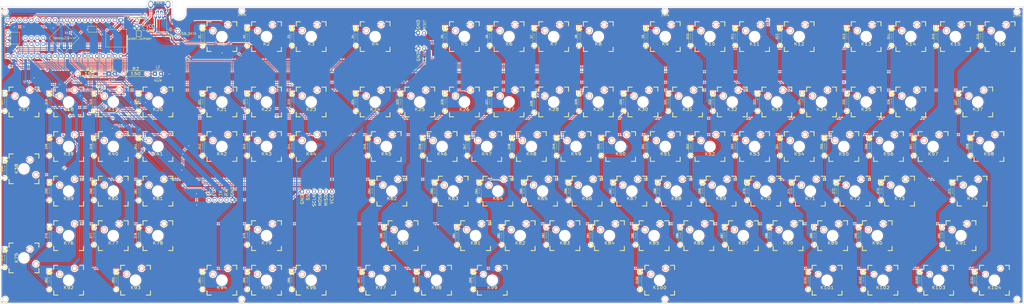
<source format=kicad_pcb>
(kicad_pcb (version 20171130) (host pcbnew "(5.1.0)-1")
  (title_block (title LH_104v3.3) (date 2019-04-07) (rev 3.3) (company KE8DZW))
  (layers (0 F.Cu signal hide) (31 B.Cu signal hide) (34 B.Paste user) (35 F.Paste user) (36 B.SilkS user) (37 F.SilkS user) (38 B.Mask user) (39 F.Mask user) (44 Edge.Cuts user))
  (net 0 "")
  (net 1 /COL_04)
  (net 2 "Net-(D1-Pad1)")
  (net 3 "Net-(D2-Pad1)")
  (net 4 /COL_05)
  (net 5 /COL_06)
  (net 6 "Net-(D3-Pad1)")
  (net 7 /COL_07)
  (net 8 "Net-(D4-Pad1)")
  (net 9 "Net-(D5-Pad1)")
  (net 10 /COL_09)
  (net 11 "Net-(D6-Pad1)")
  (net 12 /COL_10)
  (net 13 /COL_11)
  (net 14 "Net-(D7-Pad1)")
  (net 15 "Net-(D8-Pad1)")
  (net 16 /COL_12)
  (net 17 "Net-(D9-Pad1)")
  (net 18 /COL_14)
  (net 19 /COL_15)
  (net 20 "Net-(D10-Pad1)")
  (net 21 "Net-(D11-Pad1)")
  (net 22 /COL_16)
  (net 23 "Net-(D12-Pad1)")
  (net 24 /COL_17)
  (net 25 "Net-(D13-Pad1)")
  (net 26 /COL_18)
  (net 27 /COL_19)
  (net 28 "Net-(D14-Pad1)")
  (net 29 /COL_20)
  (net 30 "Net-(D15-Pad1)")
  (net 31 "Net-(D16-Pad1)")
  (net 32 /COL_21)
  (net 33 /COL_00)
  (net 34 "Net-(D17-Pad1)")
  (net 35 "Net-(D18-Pad1)")
  (net 36 /COL_01)
  (net 37 /COL_02)
  (net 38 "Net-(D19-Pad1)")
  (net 39 "Net-(D20-Pad1)")
  (net 40 /COL_03)
  (net 41 "Net-(D21-Pad1)")
  (net 42 "Net-(D22-Pad1)")
  (net 43 "Net-(D23-Pad1)")
  (net 44 "Net-(D24-Pad1)")
  (net 45 /COL_08)
  (net 46 "Net-(D25-Pad1)")
  (net 47 "Net-(D26-Pad1)")
  (net 48 "Net-(D27-Pad1)")
  (net 49 "Net-(D28-Pad1)")
  (net 50 "Net-(D29-Pad1)")
  (net 51 /COL_13)
  (net 52 "Net-(D30-Pad1)")
  (net 53 "Net-(D31-Pad1)")
  (net 54 "Net-(D32-Pad1)")
  (net 55 "Net-(D33-Pad1)")
  (net 56 "Net-(D34-Pad1)")
  (net 57 "Net-(D35-Pad1)")
  (net 58 "Net-(D36-Pad1)")
  (net 59 "Net-(D37-Pad1)")
  (net 60 "Net-(D38-Pad1)")
  (net 61 "Net-(D39-Pad1)")
  (net 62 "Net-(D40-Pad1)")
  (net 63 "Net-(D41-Pad1)")
  (net 64 "Net-(D42-Pad1)")
  (net 65 "Net-(D43-Pad1)")
  (net 66 "Net-(D44-Pad1)")
  (net 67 "Net-(D45-Pad1)")
  (net 68 "Net-(D46-Pad1)")
  (net 69 "Net-(D47-Pad1)")
  (net 70 "Net-(D48-Pad1)")
  (net 71 "Net-(D49-Pad1)")
  (net 72 "Net-(D50-Pad1)")
  (net 73 "Net-(D51-Pad1)")
  (net 74 "Net-(D52-Pad1)")
  (net 75 "Net-(D53-Pad1)")
  (net 76 "Net-(D54-Pad1)")
  (net 77 "Net-(D55-Pad1)")
  (net 78 "Net-(D56-Pad1)")
  (net 79 "Net-(D57-Pad1)")
  (net 80 "Net-(D58-Pad1)")
  (net 81 "Net-(D59-Pad1)")
  (net 82 "Net-(D60-Pad1)")
  (net 83 "Net-(D61-Pad1)")
  (net 84 "Net-(D62-Pad1)")
  (net 85 "Net-(D63-Pad1)")
  (net 86 "Net-(D64-Pad1)")
  (net 87 "Net-(D65-Pad1)")
  (net 88 "Net-(D66-Pad1)")
  (net 89 "Net-(D67-Pad1)")
  (net 90 "Net-(D68-Pad1)")
  (net 91 "Net-(D69-Pad1)")
  (net 92 "Net-(D70-Pad1)")
  (net 93 "Net-(D71-Pad1)")
  (net 94 "Net-(D72-Pad1)")
  (net 95 "Net-(D73-Pad1)")
  (net 96 "Net-(D74-Pad1)")
  (net 97 "Net-(D75-Pad1)")
  (net 98 "Net-(D76-Pad1)")
  (net 99 "Net-(D77-Pad1)")
  (net 100 "Net-(D78-Pad1)")
  (net 101 "Net-(D79-Pad1)")
  (net 102 "Net-(D80-Pad1)")
  (net 103 "Net-(D81-Pad1)")
  (net 104 "Net-(D82-Pad1)")
  (net 105 "Net-(D83-Pad1)")
  (net 106 "Net-(D84-Pad1)")
  (net 107 "Net-(D85-Pad1)")
  (net 108 "Net-(D86-Pad1)")
  (net 109 "Net-(D87-Pad1)")
  (net 110 "Net-(D88-Pad1)")
  (net 111 "Net-(D89-Pad1)")
  (net 112 "Net-(D90-Pad1)")
  (net 113 "Net-(D91-Pad1)")
  (net 114 "Net-(D92-Pad1)")
  (net 115 "Net-(D93-Pad1)")
  (net 116 "Net-(D94-Pad1)")
  (net 117 "Net-(D95-Pad1)")
  (net 118 "Net-(D96-Pad1)")
  (net 119 "Net-(D97-Pad1)")
  (net 120 "Net-(D98-Pad1)")
  (net 121 "Net-(D99-Pad1)")
  (net 122 "Net-(D100-Pad1)")
  (net 123 "Net-(D101-Pad1)")
  (net 124 "Net-(D102-Pad1)")
  (net 125 "Net-(D103-Pad1)")
  (net 126 "Net-(D104-Pad1)")
  (net 127 /GND)
  (net 128 /VCC)
  (net 129 /SCLK)
  (net 130 /MOSI)
  (net 131 /SELECT)
  (net 132 /MISO)
  (net 133 /RST)
  (net 134 /ROW_00)
  (net 135 /ROW_01)
  (net 136 /ROW_02)
  (net 137 /ROW_03)
  (net 138 /ROW_04)
  (net 139 /ROW_05)
  (net 140 /R1)
  (net 141 /R2)
  (net 142 "Net-(MCU_1-Pad32)")
  (net 143 /LED_00)
  (net 144 /LED_01)
  (net 145 /E0)
  (net 146 /TX)
  (net 147 /RX)
  (net 148 /E1)
  (net 149 /D-)
  (net 150 /D+)
  (net 151 "Net-(MCU_1-Pad51)")
  (net 152 "Net-(MCU_1-Pad50)")
  (net 153 "Net-(MCU_1-Pad4)")
  (net 154 "Net-(MCU_1-Pad7)")
  (net 155 "Net-(MCU_1-Pad8)")
  (net 156 "Net-(MCU_1-Pad9)")
  (net 157 /VCCIN)
  (net 158 "Net-(H4-Pad4)")
  (module MountingHole:2mm_Hole (layer F.Cu) (at 60.579 205.613)
    (fp_text reference REF**)
    (fp_text value 2mm (at 0.0635 1.7145) (layer F.SilkS))
    (pad "" thru_hole circle (at 0 0) (size 2.1 2.1) (drill 2) (layers *.Cu *.Mask))
  )
  (module MountingHole:2mm_Hole (layer F.Cu) (at 342.138 205.613)
    (fp_text reference REF**)
    (fp_text value 2mm (at 0.0635 1.7145) (layer F.SilkS))
    (pad "" thru_hole circle (at 0 0) (size 2.1 2.1) (drill 2) (layers *.Cu *.Mask))
  )
  (module MountingHole:2mm_Hole (layer F.Cu) (at 161.544 205.613)
    (fp_text reference REF**)
    (fp_text value 2mm (at 0.0635 1.7145) (layer F.SilkS))
    (pad "" thru_hole circle (at 0 0) (size 2.1 2.1) (drill 2) (layers *.Cu *.Mask))
  )
  (module MountingHole:2mm_Hole (layer F.Cu) (at 492.379 205.613)
    (fp_text reference REF**)
    (fp_text value 2mm (at 0.0635 1.7145) (layer F.SilkS))
    (pad "" thru_hole circle (at 0 0) (size 2.1 2.1) (drill 2) (layers *.Cu *.Mask))
  )
  (module MountingHole:2mm_Hole (layer F.Cu) (at 161.544 82.296)
    (fp_text reference REF**)
    (fp_text value 2mm (at 0.0635 1.7145) (layer F.SilkS))
    (pad "" thru_hole circle (at 0 0) (size 2.1 2.1) (drill 2) (layers *.Cu *.Mask))
  )
  (module MountingHole:2mm_Hole (layer F.Cu) (at 342.138 82.423)
    (fp_text reference REF**)
    (fp_text value 2mm (at 0.0635 1.7145) (layer F.SilkS))
    (pad "" thru_hole circle (at 0 0) (size 2.1 2.1) (drill 2) (layers *.Cu *.Mask))
  )
  (module pcb:USB_Mini-B (layer F.Cu) (at 122.555 75.692 180)
    (fp_text reference H4 (at -3.81 -3.175 180) (layer F.SilkS) (effects (font (size 1.27 1.4) (thickness 0.2))))
    (fp_text value USB_MINI_B)
    (pad 4 thru_hole oval (at -4.66 -7.6 180) (size 1.1 1.65) (drill oval 0.75 (offset 0 0.3)) (layers *.Cu *.Mask) (net 158 "Net-(H4-Pad4)"))
    (pad 2 thru_hole oval (at -3.06 -7.6 180) (size 1.1 1.65) (drill oval 0.75 (offset 0 0.3)) (layers *.Cu *.Mask) (net 149 /D-))
    (pad 1 thru_hole oval (at -2.26 -8.8 180) (size 1.1 1.65) (drill oval 0.75 (offset 0 -0.3)) (layers *.Cu *.Mask) (net 128 /VCC))
    (pad 3 thru_hole oval (at -3.86 -8.8 180) (size 1.1 1.65) (drill oval 0.75 (offset 0 -0.3)) (layers *.Cu *.Mask) (net 150 /D+))
    (pad 5 thru_hole oval (at -5.46 -8.8 180) (size 1.1 1.65) (drill oval 0.75 (offset 0 -0.3)) (layers *.Cu *.Mask) (net 127 /GND))
    (pad 7 thru_hole oval (at -7.46 -3.8 180) (size 2 3) (drill oval 1.5 2.2 (offset 0 -0.135)) (layers *.Cu *.Mask) (net 127 /GND))
    (pad 6 thru_hole oval (at -0.16 -3.8 180) (size 2 3) (drill oval 1.5 2.2 (offset 0 -0.135)) (layers *.Cu *.Mask) (net 127 /GND))
  )
  (module MountingHole:2mm_Hole (layer F.Cu) (at 60.579 82.677)
    (fp_text reference REF**)
    (fp_text value 2mm (at 0.0635 1.7145) (layer F.SilkS))
    (pad "" thru_hole circle (at 0 0) (size 2.1 2.1) (drill 2) (layers *.Cu *.Mask))
  )
  (module MountingHole:2mm_Hole (layer F.Cu) (at 492.379 82.677)
    (fp_text reference REF**)
    (fp_text value 2mm (at 0.0635 1.7145) (layer F.SilkS))
    (pad "" thru_hole circle (at 0 0) (size 2.1 2.1) (drill 2) (layers *.Cu *.Mask))
  )
  (module pcb:CHERRY_PLATE_175H (layer F.Cu) (at 225.578 159.385)
    (fp_text reference K62 (at 0 3.175) (layer F.SilkS) (effects (font (size 1.27 1.524) (thickness 0.2032))))
    (fp_text value CHRY_MX hide)
    (pad "" np_thru_hole circle (at 0 0) (size 3.9878 3.9878) (drill 3.9878) (layers *.Cu) (clearance 0.5))
    (pad 2 thru_hole circle (at -3.81 -2.54) (size 2.286 2.286) (drill 1.4986) (layers *.Cu *.SilkS *.Mask) (net 84 "Net-(D62-Pad1)") (clearance 0.5))
    (pad 1 thru_hole circle (at 2.54 -5.08) (size 2.286 2.286) (drill 1.4986) (layers *.Cu *.SilkS *.Mask) (net 137 /ROW_03) (clearance 0.5))
  )
  (module pcb:CHERRY_PLATE_100H (layer F.Cu) (at 404.165 159.385)
    (fp_text reference K71 (at 0 3.175) (layer F.SilkS) (effects (font (size 1.27 1.524) (thickness 0.2032))))
    (fp_text value CHRY_MX hide)
    (pad 1 thru_hole circle (at 2.54 -5.08) (size 2.286 2.286) (drill 1.4986) (layers *.Cu *.SilkS *.Mask) (net 137 /ROW_03) (clearance 0.5))
    (pad 2 thru_hole circle (at -3.81 -2.54) (size 2.286 2.286) (drill 1.4986) (layers *.Cu *.SilkS *.Mask) (net 93 "Net-(D71-Pad1)") (clearance 0.5))
    (pad "" np_thru_hole circle (at 0 0) (size 3.9878 3.9878) (drill 3.9878) (layers *.Cu) (clearance 0.5))
  )
  (module pcb:CHERRY_PLATE_100H (layer F.Cu) (at 275.59 93.345)
    (fp_text reference K6 (at 0 3.175) (layer F.SilkS) (effects (font (size 1.27 1.524) (thickness 0.2032))))
    (fp_text value CHRY_MX hide)
    (pad 1 thru_hole circle (at 2.54 -5.08) (size 2.286 2.286) (drill 1.4986) (layers *.Cu *.SilkS *.Mask) (net 134 /ROW_00) (clearance 0.5))
    (pad 2 thru_hole circle (at -3.81 -2.54) (size 2.286 2.286) (drill 1.4986) (layers *.Cu *.SilkS *.Mask) (net 11 "Net-(D6-Pad1)") (clearance 0.5))
    (pad "" np_thru_hole circle (at 0 0) (size 3.9878 3.9878) (drill 3.9878) (layers *.Cu) (clearance 0.5))
  )
  (module pcb:CHERRY_PLATE_100H (layer F.Cu) (at 172.085 93.345)
    (fp_text reference K2 (at 0 3.175) (layer F.SilkS) (effects (font (size 1.27 1.524) (thickness 0.2032))))
    (fp_text value CHRY_MX hide)
    (pad 1 thru_hole circle (at 2.54 -5.08) (size 2.286 2.286) (drill 1.4986) (layers *.Cu *.SilkS *.Mask) (net 134 /ROW_00) (clearance 0.5))
    (pad 2 thru_hole circle (at -3.81 -2.54) (size 2.286 2.286) (drill 1.4986) (layers *.Cu *.SilkS *.Mask) (net 3 "Net-(D2-Pad1)") (clearance 0.5))
    (pad "" np_thru_hole circle (at 0 0) (size 3.9878 3.9878) (drill 3.9878) (layers *.Cu) (clearance 0.5))
  )
  (module pcb:RESISTOR (layer F.Cu) (at 116.205 109.22)
    (fp_text reference R2 (at 0.0455 -2.058001) (layer F.SilkS) (effects (font (size 1.27 1.524) (thickness 0.2032))))
    (fp_text value 150 (at 0 0) (layer F.SilkS) (effects (font (size 1.27 1.524) (thickness 0.2032))))
    (pad 1 thru_hole circle (at -5.08 0) (size 1.651 1.651) (drill 0.9906) (layers *.Cu *.Mask B.SilkS) (net 144 /LED_01))
    (pad 2 thru_hole circle (at 5.08 0) (size 1.651 1.651) (drill 0.9906) (layers *.Cu *.Mask B.SilkS) (net 141 /R2))
  )
  (module pcb:LED_D3.0mm_FlatTop (layer F.Cu) (at 124.46 109.22)
    (fp_text reference L2 (at 1.27 -2.96) (layer F.SilkS))
    (fp_text value NUM (at 1.27 2.96) (layer F.SilkS))
    (pad 1 thru_hole rect (at 0 0) (size 1.8 1.8) (drill 0.9) (layers *.Cu *.Mask) (net 141 /R2))
    (pad 2 thru_hole circle (at 2.54 0) (size 1.8 1.8) (drill 0.9) (layers *.Cu *.Mask) (net 127 /GND))
  )
  (module pcb:LED_D3.0mm_FlatTop (layer F.Cu) (at 104.775 109.22)
    (fp_text reference L1 (at 1.27 -2.96) (layer F.SilkS))
    (fp_text value CAP (at 1.27 2.96) (layer F.SilkS))
    (pad 2 thru_hole circle (at 2.54 0) (size 1.8 1.8) (drill 0.9) (layers *.Cu *.Mask) (net 127 /GND))
    (pad 1 thru_hole rect (at 0 0) (size 1.8 1.8) (drill 0.9) (layers *.Cu *.Mask) (net 140 /R1))
  )
  (module pcb:RESISTOR (layer F.Cu) (at 96.52 109.22)
    (fp_text reference R1 (at 0 -1.938001) (layer F.SilkS) (effects (font (size 1.27 1.524) (thickness 0.2032))))
    (fp_text value 150 (at 0 0) (layer F.SilkS) (effects (font (size 1.27 1.524) (thickness 0.2032))))
    (pad 2 thru_hole circle (at 5.08 0) (size 1.651 1.651) (drill 0.9906) (layers *.Cu *.Mask B.SilkS) (net 140 /R1))
    (pad 1 thru_hole circle (at -5.08 0) (size 1.651 1.651) (drill 0.9906) (layers *.Cu *.Mask B.SilkS) (net 143 /LED_00))
  )
  (module headers:USB_Data (layer F.Cu) (at 133.985 92.035 270)
    (fp_text reference H7)
    (fp_text value USB_DATA (at 0.04 -4.445) (layer F.SilkS))
    (fp_text user D- (at -1.738 2.032) (layer F.SilkS) (effects (font (size 1.27 1.2) (thickness 0.2))))
    (fp_text user D+ (at 1.056 1.905) (layer F.SilkS) (effects (font (size 1.27 1.2) (thickness 0.2))))
    (pad 1 thru_hole circle (at -1.23 -0.16 270) (size 1.6 1.6) (drill 1.1) (layers *.Cu *.Mask) (net 149 /D-))
    (pad 2 thru_hole circle (at 1.31 -0.16 270) (size 1.6 1.6) (drill 1.1) (layers *.Cu *.Mask) (net 150 /D+))
  )
  (module headers:USB_Power (layer F.Cu) (at 116.84 87.63 90)
    (fp_text reference H6)
    (fp_text value USB_POWER (at 2.921 -1.397) (layer F.SilkS))
    (fp_text user VCC (at -1.27 5.588 180) (layer F.SilkS) (effects (font (size 1.27 1.2) (thickness 0.2))))
    (fp_text user GND (at -3.175 5.715 180) (layer F.SilkS) (effects (font (size 1.27 1.2) (thickness 0.2))))
    (pad 2 thru_hole rect (at -1.31 -0.16 90) (size 1.6 1.6) (drill 1.1) (layers *.Cu *.Mask) (net 127 /GND))
    (pad 1 thru_hole circle (at 1.23 -0.16 90) (size 1.6 1.6) (drill 1.1) (layers *.Cu *.Mask) (net 128 /VCC))
  )
  (module pcb:USB_VCCIN (layer F.Cu) (at 238.125 100.33)
    (fp_text reference H3)
    (fp_text value VCCIN (at 1.397 2.286 90) (layer F.SilkS) (effects (font (size 1.27 1.4) (thickness 0.2))))
    (fp_text user GND (at -1.19 1.505 90) (layer F.SilkS) (effects (font (size 1.27 1.4) (thickness 0.2))))
    (pad 2 thru_hole circle (at 1.27 -1.905) (size 1.6 1.6) (drill 1.1) (layers *.Cu *.Mask) (net 128 /VCC))
    (pad 1 thru_hole rect (at -1.27 -1.905) (size 1.6 1.6) (drill 1.1) (layers *.Cu *.Mask) (net 127 /GND))
  )
  (module pcb:D_axial (layer F.Cu) (at 144.78 93.345 270)
    (fp_text reference D1 (at 0 1.27 270) (layer F.SilkS) (effects (font (size 0.8 0.8))))
    (fp_text value 1N4148 hide)
    (fp_text user 1N4148 (at 0 0 270) (layer F.SilkS) (effects (font (size 0.45 0.45) (thickness 0.05))))
    (pad 2 thru_hole circle (at 3.9 0 270) (size 1.6 1.6) (drill 0.7) (layers *.Cu *.Mask F.SilkS) (net 1 /COL_04))
    (pad 1 thru_hole rect (at -3.9 0 270) (size 1.6 1.6) (drill 0.7) (layers *.Cu *.Mask F.SilkS) (net 2 "Net-(D1-Pad1)"))
  )
  (module pcb:D_axial (layer F.Cu) (at 163.83 93.345 270)
    (fp_text reference D2 (at 0 1.27 270) (layer F.SilkS) (effects (font (size 0.8 0.8))))
    (fp_text value 1N4148 hide)
    (fp_text user 1N4148 (at 0 0 270) (layer F.SilkS) (effects (font (size 0.45 0.45) (thickness 0.05))))
    (pad 1 thru_hole rect (at -3.9 0 270) (size 1.6 1.6) (drill 0.7) (layers *.Cu *.Mask F.SilkS) (net 3 "Net-(D2-Pad1)"))
    (pad 2 thru_hole circle (at 3.9 0 270) (size 1.6 1.6) (drill 0.7) (layers *.Cu *.Mask F.SilkS) (net 4 /COL_05))
  )
  (module pcb:D_axial (layer F.Cu) (at 182.88 93.345 270)
    (fp_text reference D3 (at 0 1.27 270) (layer F.SilkS) (effects (font (size 0.8 0.8))))
    (fp_text value 1N4148 hide)
    (fp_text user 1N4148 (at 0 0 270) (layer F.SilkS) (effects (font (size 0.45 0.45) (thickness 0.05))))
    (pad 2 thru_hole circle (at 3.9 0 270) (size 1.6 1.6) (drill 0.7) (layers *.Cu *.Mask F.SilkS) (net 5 /COL_06))
    (pad 1 thru_hole rect (at -3.9 0 270) (size 1.6 1.6) (drill 0.7) (layers *.Cu *.Mask F.SilkS) (net 6 "Net-(D3-Pad1)"))
  )
  (module pcb:D_axial (layer F.Cu) (at 210.185 93.345 270)
    (fp_text reference D4 (at 0 1.27 270) (layer F.SilkS) (effects (font (size 0.8 0.8))))
    (fp_text value 1N4148 hide)
    (fp_text user 1N4148 (at 0 0 270) (layer F.SilkS) (effects (font (size 0.45 0.45) (thickness 0.05))))
    (pad 2 thru_hole circle (at 3.9 0 270) (size 1.6 1.6) (drill 0.7) (layers *.Cu *.Mask F.SilkS) (net 7 /COL_07))
    (pad 1 thru_hole rect (at -3.9 0 270) (size 1.6 1.6) (drill 0.7) (layers *.Cu *.Mask F.SilkS) (net 8 "Net-(D4-Pad1)"))
  )
  (module pcb:D_axial (layer F.Cu) (at 248.285 93.345 270)
    (fp_text reference D5 (at 0 1.27 270) (layer F.SilkS) (effects (font (size 0.8 0.8))))
    (fp_text value 1N4148 hide)
    (fp_text user 1N4148 (at 0 0 270) (layer F.SilkS) (effects (font (size 0.45 0.45) (thickness 0.05))))
    (pad 1 thru_hole rect (at -3.9 0 270) (size 1.6 1.6) (drill 0.7) (layers *.Cu *.Mask F.SilkS) (net 9 "Net-(D5-Pad1)"))
    (pad 2 thru_hole circle (at 3.9 0 270) (size 1.6 1.6) (drill 0.7) (layers *.Cu *.Mask F.SilkS) (net 10 /COL_09))
  )
  (module pcb:D_axial (layer F.Cu) (at 267.335 93.345 270)
    (fp_text reference D6 (at 0 1.27 270) (layer F.SilkS) (effects (font (size 0.8 0.8))))
    (fp_text value 1N4148 hide)
    (fp_text user 1N4148 (at 0 0 270) (layer F.SilkS) (effects (font (size 0.45 0.45) (thickness 0.05))))
    (pad 1 thru_hole rect (at -3.9 0 270) (size 1.6 1.6) (drill 0.7) (layers *.Cu *.Mask F.SilkS) (net 11 "Net-(D6-Pad1)"))
    (pad 2 thru_hole circle (at 3.9 0 270) (size 1.6 1.6) (drill 0.7) (layers *.Cu *.Mask F.SilkS) (net 12 /COL_10))
  )
  (module pcb:D_axial (layer F.Cu) (at 286.385 93.345 270)
    (fp_text reference D7 (at 0 1.27 270) (layer F.SilkS) (effects (font (size 0.8 0.8))))
    (fp_text value 1N4148 hide)
    (fp_text user 1N4148 (at 0 0 270) (layer F.SilkS) (effects (font (size 0.45 0.45) (thickness 0.05))))
    (pad 2 thru_hole circle (at 3.9 0 270) (size 1.6 1.6) (drill 0.7) (layers *.Cu *.Mask F.SilkS) (net 13 /COL_11))
    (pad 1 thru_hole rect (at -3.9 0 270) (size 1.6 1.6) (drill 0.7) (layers *.Cu *.Mask F.SilkS) (net 14 "Net-(D7-Pad1)"))
  )
  (module pcb:D_axial (layer F.Cu) (at 305.435 93.345 270)
    (fp_text reference D8 (at 0 1.27 270) (layer F.SilkS) (effects (font (size 0.8 0.8))))
    (fp_text value 1N4148 hide)
    (fp_text user 1N4148 (at 0 0 270) (layer F.SilkS) (effects (font (size 0.45 0.45) (thickness 0.05))))
    (pad 1 thru_hole rect (at -3.9 0 270) (size 1.6 1.6) (drill 0.7) (layers *.Cu *.Mask F.SilkS) (net 15 "Net-(D8-Pad1)"))
    (pad 2 thru_hole circle (at 3.9 0 270) (size 1.6 1.6) (drill 0.7) (layers *.Cu *.Mask F.SilkS) (net 16 /COL_12))
  )
  (module pcb:D_axial (layer F.Cu) (at 334.01 93.345 270)
    (fp_text reference D9 (at 0 1.27 270) (layer F.SilkS) (effects (font (size 0.8 0.8))))
    (fp_text value 1N4148 hide)
    (fp_text user 1N4148 (at 0 0 270) (layer F.SilkS) (effects (font (size 0.45 0.45) (thickness 0.05))))
    (pad 1 thru_hole rect (at -3.9 0 270) (size 1.6 1.6) (drill 0.7) (layers *.Cu *.Mask F.SilkS) (net 17 "Net-(D9-Pad1)"))
    (pad 2 thru_hole circle (at 3.9 0 270) (size 1.6 1.6) (drill 0.7) (layers *.Cu *.Mask F.SilkS) (net 18 /COL_14))
  )
  (module pcb:D_axial (layer F.Cu) (at 353.06 93.345 270)
    (fp_text reference D10 (at 0 1.27 270) (layer F.SilkS) (effects (font (size 0.8 0.8))))
    (fp_text value 1N4148 hide)
    (fp_text user 1N4148 (at 0 0 270) (layer F.SilkS) (effects (font (size 0.45 0.45) (thickness 0.05))))
    (pad 2 thru_hole circle (at 3.9 0 270) (size 1.6 1.6) (drill 0.7) (layers *.Cu *.Mask F.SilkS) (net 19 /COL_15))
    (pad 1 thru_hole rect (at -3.9 0 270) (size 1.6 1.6) (drill 0.7) (layers *.Cu *.Mask F.SilkS) (net 20 "Net-(D10-Pad1)"))
  )
  (module pcb:D_axial (layer F.Cu) (at 372.11 93.345 270)
    (fp_text reference D11 (at 0 1.27 270) (layer F.SilkS) (effects (font (size 0.8 0.8))))
    (fp_text value 1N4148 hide)
    (fp_text user 1N4148 (at 0 0 270) (layer F.SilkS) (effects (font (size 0.45 0.45) (thickness 0.05))))
    (pad 1 thru_hole rect (at -3.9 0 270) (size 1.6 1.6) (drill 0.7) (layers *.Cu *.Mask F.SilkS) (net 21 "Net-(D11-Pad1)"))
    (pad 2 thru_hole circle (at 3.9 0 270) (size 1.6 1.6) (drill 0.7) (layers *.Cu *.Mask F.SilkS) (net 22 /COL_16))
  )
  (module pcb:D_axial (layer F.Cu) (at 391.16 93.345 270)
    (fp_text reference D12 (at 0 1.27 270) (layer F.SilkS) (effects (font (size 0.8 0.8))))
    (fp_text value 1N4148 hide)
    (fp_text user 1N4148 (at 0 0 270) (layer F.SilkS) (effects (font (size 0.45 0.45) (thickness 0.05))))
    (pad 1 thru_hole rect (at -3.9 0 270) (size 1.6 1.6) (drill 0.7) (layers *.Cu *.Mask F.SilkS) (net 23 "Net-(D12-Pad1)"))
    (pad 2 thru_hole circle (at 3.9 0 270) (size 1.6 1.6) (drill 0.7) (layers *.Cu *.Mask F.SilkS) (net 24 /COL_17))
  )
  (module pcb:D_axial (layer F.Cu) (at 419.735 93.345 270)
    (fp_text reference D13 (at 0 1.27 270) (layer F.SilkS) (effects (font (size 0.8 0.8))))
    (fp_text value 1N4148 hide)
    (fp_text user 1N4148 (at 0 0 270) (layer F.SilkS) (effects (font (size 0.45 0.45) (thickness 0.05))))
    (pad 1 thru_hole rect (at -3.9 0 270) (size 1.6 1.6) (drill 0.7) (layers *.Cu *.Mask F.SilkS) (net 25 "Net-(D13-Pad1)"))
    (pad 2 thru_hole circle (at 3.9 0 270) (size 1.6 1.6) (drill 0.7) (layers *.Cu *.Mask F.SilkS) (net 26 /COL_18))
  )
  (module pcb:D_axial (layer F.Cu) (at 438.785 93.345 270)
    (fp_text reference D14 (at 0 1.27 270) (layer F.SilkS) (effects (font (size 0.8 0.8))))
    (fp_text value 1N4148 hide)
    (fp_text user 1N4148 (at 0 0 270) (layer F.SilkS) (effects (font (size 0.45 0.45) (thickness 0.05))))
    (pad 2 thru_hole circle (at 3.9 0 270) (size 1.6 1.6) (drill 0.7) (layers *.Cu *.Mask F.SilkS) (net 27 /COL_19))
    (pad 1 thru_hole rect (at -3.9 0 270) (size 1.6 1.6) (drill 0.7) (layers *.Cu *.Mask F.SilkS) (net 28 "Net-(D14-Pad1)"))
  )
  (module pcb:D_axial (layer F.Cu) (at 457.835 93.345 270)
    (fp_text reference D15 (at 0 1.27 270) (layer F.SilkS) (effects (font (size 0.8 0.8))))
    (fp_text value 1N4148 hide)
    (fp_text user 1N4148 (at 0 0 270) (layer F.SilkS) (effects (font (size 0.45 0.45) (thickness 0.05))))
    (pad 2 thru_hole circle (at 3.9 0 270) (size 1.6 1.6) (drill 0.7) (layers *.Cu *.Mask F.SilkS) (net 29 /COL_20))
    (pad 1 thru_hole rect (at -3.9 0 270) (size 1.6 1.6) (drill 0.7) (layers *.Cu *.Mask F.SilkS) (net 30 "Net-(D15-Pad1)"))
  )
  (module pcb:D_axial (layer F.Cu) (at 476.885 93.345 270)
    (fp_text reference D16 (at 0 1.27 270) (layer F.SilkS) (effects (font (size 0.8 0.8))))
    (fp_text value 1N4148 hide)
    (fp_text user 1N4148 (at 0 0 270) (layer F.SilkS) (effects (font (size 0.45 0.45) (thickness 0.05))))
    (pad 1 thru_hole rect (at -3.9 0 270) (size 1.6 1.6) (drill 0.7) (layers *.Cu *.Mask F.SilkS) (net 31 "Net-(D16-Pad1)"))
    (pad 2 thru_hole circle (at 3.9 0 270) (size 1.6 1.6) (drill 0.7) (layers *.Cu *.Mask F.SilkS) (net 32 /COL_21))
  )
  (module pcb:D_axial (layer F.Cu) (at 60.325 121.285 270)
    (fp_text reference D17 (at 0 1.27 270) (layer F.SilkS) (effects (font (size 0.8 0.8))))
    (fp_text value 1N4148 hide)
    (fp_text user 1N4148 (at 0 0 270) (layer F.SilkS) (effects (font (size 0.45 0.45) (thickness 0.05))))
    (pad 2 thru_hole circle (at 3.9 0 270) (size 1.6 1.6) (drill 0.7) (layers *.Cu *.Mask F.SilkS) (net 33 /COL_00))
    (pad 1 thru_hole rect (at -3.9 0 270) (size 1.6 1.6) (drill 0.7) (layers *.Cu *.Mask F.SilkS) (net 34 "Net-(D17-Pad1)"))
  )
  (module pcb:D_axial (layer F.Cu) (at 79.375 121.285 270)
    (fp_text reference D18 (at 0 1.27 270) (layer F.SilkS) (effects (font (size 0.8 0.8))))
    (fp_text value 1N4148 hide)
    (fp_text user 1N4148 (at 0 0 270) (layer F.SilkS) (effects (font (size 0.45 0.45) (thickness 0.05))))
    (pad 1 thru_hole rect (at -3.9 0 270) (size 1.6 1.6) (drill 0.7) (layers *.Cu *.Mask F.SilkS) (net 35 "Net-(D18-Pad1)"))
    (pad 2 thru_hole circle (at 3.9 0 270) (size 1.6 1.6) (drill 0.7) (layers *.Cu *.Mask F.SilkS) (net 36 /COL_01))
  )
  (module pcb:D_axial (layer F.Cu) (at 98.425 121.285 270)
    (fp_text reference D19 (at 0 1.27 270) (layer F.SilkS) (effects (font (size 0.8 0.8))))
    (fp_text value 1N4148 hide)
    (fp_text user 1N4148 (at 0 0 270) (layer F.SilkS) (effects (font (size 0.45 0.45) (thickness 0.05))))
    (pad 2 thru_hole circle (at 3.9 0 270) (size 1.6 1.6) (drill 0.7) (layers *.Cu *.Mask F.SilkS) (net 37 /COL_02))
    (pad 1 thru_hole rect (at -3.9 0 270) (size 1.6 1.6) (drill 0.7) (layers *.Cu *.Mask F.SilkS) (net 38 "Net-(D19-Pad1)"))
  )
  (module pcb:D_axial (layer F.Cu) (at 117.475 121.285 270)
    (fp_text reference D20 (at 0 1.27 270) (layer F.SilkS) (effects (font (size 0.8 0.8))))
    (fp_text value 1N4148 hide)
    (fp_text user 1N4148 (at 0 0 270) (layer F.SilkS) (effects (font (size 0.45 0.45) (thickness 0.05))))
    (pad 1 thru_hole rect (at -3.9 0 270) (size 1.6 1.6) (drill 0.7) (layers *.Cu *.Mask F.SilkS) (net 39 "Net-(D20-Pad1)"))
    (pad 2 thru_hole circle (at 3.9 0 270) (size 1.6 1.6) (drill 0.7) (layers *.Cu *.Mask F.SilkS) (net 40 /COL_03))
  )
  (module pcb:D_axial (layer F.Cu) (at 144.78 121.285 270)
    (fp_text reference D21 (at 0 1.27 270) (layer F.SilkS) (effects (font (size 0.8 0.8))))
    (fp_text value 1N4148 hide)
    (fp_text user 1N4148 (at 0 0 270) (layer F.SilkS) (effects (font (size 0.45 0.45) (thickness 0.05))))
    (pad 1 thru_hole rect (at -3.9 0 270) (size 1.6 1.6) (drill 0.7) (layers *.Cu *.Mask F.SilkS) (net 41 "Net-(D21-Pad1)"))
    (pad 2 thru_hole circle (at 3.9 0 270) (size 1.6 1.6) (drill 0.7) (layers *.Cu *.Mask F.SilkS) (net 1 /COL_04))
  )
  (module pcb:D_axial (layer F.Cu) (at 163.83 121.285 270)
    (fp_text reference D22 (at 0 1.27 270) (layer F.SilkS) (effects (font (size 0.8 0.8))))
    (fp_text value 1N4148 hide)
    (fp_text user 1N4148 (at 0 0 270) (layer F.SilkS) (effects (font (size 0.45 0.45) (thickness 0.05))))
    (pad 1 thru_hole rect (at -3.9 0 270) (size 1.6 1.6) (drill 0.7) (layers *.Cu *.Mask F.SilkS) (net 42 "Net-(D22-Pad1)"))
    (pad 2 thru_hole circle (at 3.9 0 270) (size 1.6 1.6) (drill 0.7) (layers *.Cu *.Mask F.SilkS) (net 4 /COL_05))
  )
  (module pcb:D_axial (layer F.Cu) (at 182.88 121.285 270)
    (fp_text reference D23 (at 0 1.27 270) (layer F.SilkS) (effects (font (size 0.8 0.8))))
    (fp_text value 1N4148 hide)
    (fp_text user 1N4148 (at 0 0 270) (layer F.SilkS) (effects (font (size 0.45 0.45) (thickness 0.05))))
    (pad 1 thru_hole rect (at -3.9 0 270) (size 1.6 1.6) (drill 0.7) (layers *.Cu *.Mask F.SilkS) (net 43 "Net-(D23-Pad1)"))
    (pad 2 thru_hole circle (at 3.9 0 270) (size 1.6 1.6) (drill 0.7) (layers *.Cu *.Mask F.SilkS) (net 5 /COL_06))
  )
  (module pcb:D_axial (layer F.Cu) (at 210.185 121.285 270)
    (fp_text reference D24 (at 0 1.27 270) (layer F.SilkS) (effects (font (size 0.8 0.8))))
    (fp_text value 1N4148 hide)
    (fp_text user 1N4148 (at 0 0 270) (layer F.SilkS) (effects (font (size 0.45 0.45) (thickness 0.05))))
    (pad 2 thru_hole circle (at 3.9 0 270) (size 1.6 1.6) (drill 0.7) (layers *.Cu *.Mask F.SilkS) (net 7 /COL_07))
    (pad 1 thru_hole rect (at -3.9 0 270) (size 1.6 1.6) (drill 0.7) (layers *.Cu *.Mask F.SilkS) (net 44 "Net-(D24-Pad1)"))
  )
  (module pcb:D_axial (layer F.Cu) (at 229.235 121.285 270)
    (fp_text reference D25 (at 0 1.27 270) (layer F.SilkS) (effects (font (size 0.8 0.8))))
    (fp_text value 1N4148 hide)
    (fp_text user 1N4148 (at 0 0 270) (layer F.SilkS) (effects (font (size 0.45 0.45) (thickness 0.05))))
    (pad 2 thru_hole circle (at 3.9 0 270) (size 1.6 1.6) (drill 0.7) (layers *.Cu *.Mask F.SilkS) (net 45 /COL_08))
    (pad 1 thru_hole rect (at -3.9 0 270) (size 1.6 1.6) (drill 0.7) (layers *.Cu *.Mask F.SilkS) (net 46 "Net-(D25-Pad1)"))
  )
  (module pcb:D_axial (layer F.Cu) (at 248.285 121.285 270)
    (fp_text reference D26 (at 0 1.27 270) (layer F.SilkS) (effects (font (size 0.8 0.8))))
    (fp_text value 1N4148 hide)
    (fp_text user 1N4148 (at 0 0 270) (layer F.SilkS) (effects (font (size 0.45 0.45) (thickness 0.05))))
    (pad 2 thru_hole circle (at 3.9 0 270) (size 1.6 1.6) (drill 0.7) (layers *.Cu *.Mask F.SilkS) (net 10 /COL_09))
    (pad 1 thru_hole rect (at -3.9 0 270) (size 1.6 1.6) (drill 0.7) (layers *.Cu *.Mask F.SilkS) (net 47 "Net-(D26-Pad1)"))
  )
  (module pcb:D_axial (layer F.Cu) (at 267.335 121.285 270)
    (fp_text reference D27 (at 0 1.27 270) (layer F.SilkS) (effects (font (size 0.8 0.8))))
    (fp_text value 1N4148 hide)
    (fp_text user 1N4148 (at 0 0 270) (layer F.SilkS) (effects (font (size 0.45 0.45) (thickness 0.05))))
    (pad 2 thru_hole circle (at 3.9 0 270) (size 1.6 1.6) (drill 0.7) (layers *.Cu *.Mask F.SilkS) (net 12 /COL_10))
    (pad 1 thru_hole rect (at -3.9 0 270) (size 1.6 1.6) (drill 0.7) (layers *.Cu *.Mask F.SilkS) (net 48 "Net-(D27-Pad1)"))
  )
  (module pcb:D_axial (layer F.Cu) (at 286.385 121.92 270)
    (fp_text reference D28 (at 0 1.27 270) (layer F.SilkS) (effects (font (size 0.8 0.8))))
    (fp_text value 1N4148 hide)
    (fp_text user 1N4148 (at 0 0 270) (layer F.SilkS) (effects (font (size 0.45 0.45) (thickness 0.05))))
    (pad 1 thru_hole rect (at -3.9 0 270) (size 1.6 1.6) (drill 0.7) (layers *.Cu *.Mask F.SilkS) (net 49 "Net-(D28-Pad1)"))
    (pad 2 thru_hole circle (at 3.9 0 270) (size 1.6 1.6) (drill 0.7) (layers *.Cu *.Mask F.SilkS) (net 13 /COL_11))
  )
  (module pcb:D_axial (layer F.Cu) (at 305.435 121.285 270)
    (fp_text reference D29 (at 0 1.27 270) (layer F.SilkS) (effects (font (size 0.8 0.8))))
    (fp_text value 1N4148 hide)
    (fp_text user 1N4148 (at 0 0 270) (layer F.SilkS) (effects (font (size 0.45 0.45) (thickness 0.05))))
    (pad 2 thru_hole circle (at 3.9 0 270) (size 1.6 1.6) (drill 0.7) (layers *.Cu *.Mask F.SilkS) (net 16 /COL_12))
    (pad 1 thru_hole rect (at -3.9 0 270) (size 1.6 1.6) (drill 0.7) (layers *.Cu *.Mask F.SilkS) (net 50 "Net-(D29-Pad1)"))
  )
  (module pcb:D_axial (layer F.Cu) (at 324.485 121.285 270)
    (fp_text reference D30 (at 0 1.27 270) (layer F.SilkS) (effects (font (size 0.8 0.8))))
    (fp_text value 1N4148 hide)
    (fp_text user 1N4148 (at 0 0 270) (layer F.SilkS) (effects (font (size 0.45 0.45) (thickness 0.05))))
    (pad 2 thru_hole circle (at 3.9 0 270) (size 1.6 1.6) (drill 0.7) (layers *.Cu *.Mask F.SilkS) (net 51 /COL_13))
    (pad 1 thru_hole rect (at -3.9 0 270) (size 1.6 1.6) (drill 0.7) (layers *.Cu *.Mask F.SilkS) (net 52 "Net-(D30-Pad1)"))
  )
  (module pcb:D_axial (layer F.Cu) (at 343.535 121.285 270)
    (fp_text reference D31 (at 0 1.27 270) (layer F.SilkS) (effects (font (size 0.8 0.8))))
    (fp_text value 1N4148 hide)
    (fp_text user 1N4148 (at 0 0 270) (layer F.SilkS) (effects (font (size 0.45 0.45) (thickness 0.05))))
    (pad 2 thru_hole circle (at 3.9 0 270) (size 1.6 1.6) (drill 0.7) (layers *.Cu *.Mask F.SilkS) (net 18 /COL_14))
    (pad 1 thru_hole rect (at -3.9 0 270) (size 1.6 1.6) (drill 0.7) (layers *.Cu *.Mask F.SilkS) (net 53 "Net-(D31-Pad1)"))
  )
  (module pcb:D_axial (layer F.Cu) (at 362.585 121.285 270)
    (fp_text reference D32 (at 0 1.27 270) (layer F.SilkS) (effects (font (size 0.8 0.8))))
    (fp_text value 1N4148 hide)
    (fp_text user 1N4148 (at 0 0 270) (layer F.SilkS) (effects (font (size 0.45 0.45) (thickness 0.05))))
    (pad 1 thru_hole rect (at -3.9 0 270) (size 1.6 1.6) (drill 0.7) (layers *.Cu *.Mask F.SilkS) (net 54 "Net-(D32-Pad1)"))
    (pad 2 thru_hole circle (at 3.9 0 270) (size 1.6 1.6) (drill 0.7) (layers *.Cu *.Mask F.SilkS) (net 19 /COL_15))
  )
  (module pcb:D_axial (layer F.Cu) (at 381.635 121.285 270)
    (fp_text reference D33 (at 0 1.27 270) (layer F.SilkS) (effects (font (size 0.8 0.8))))
    (fp_text value 1N4148 hide)
    (fp_text user 1N4148 (at 0 0 270) (layer F.SilkS) (effects (font (size 0.45 0.45) (thickness 0.05))))
    (pad 2 thru_hole circle (at 3.9 0 270) (size 1.6 1.6) (drill 0.7) (layers *.Cu *.Mask F.SilkS) (net 22 /COL_16))
    (pad 1 thru_hole rect (at -3.9 0 270) (size 1.6 1.6) (drill 0.7) (layers *.Cu *.Mask F.SilkS) (net 55 "Net-(D33-Pad1)"))
  )
  (module pcb:D_axial (layer F.Cu) (at 400.685 121.285 270)
    (fp_text reference D34 (at 0 1.27 270) (layer F.SilkS) (effects (font (size 0.8 0.8))))
    (fp_text value 1N4148 hide)
    (fp_text user 1N4148 (at 0 0 270) (layer F.SilkS) (effects (font (size 0.45 0.45) (thickness 0.05))))
    (pad 2 thru_hole circle (at 3.9 0 270) (size 1.6 1.6) (drill 0.7) (layers *.Cu *.Mask F.SilkS) (net 24 /COL_17))
    (pad 1 thru_hole rect (at -3.9 0 270) (size 1.6 1.6) (drill 0.7) (layers *.Cu *.Mask F.SilkS) (net 56 "Net-(D34-Pad1)"))
  )
  (module pcb:D_axial (layer F.Cu) (at 419.735 121.285 270)
    (fp_text reference D35 (at 0 1.27 270) (layer F.SilkS) (effects (font (size 0.8 0.8))))
    (fp_text value 1N4148 hide)
    (fp_text user 1N4148 (at 0 0 270) (layer F.SilkS) (effects (font (size 0.45 0.45) (thickness 0.05))))
    (pad 1 thru_hole rect (at -3.9 0 270) (size 1.6 1.6) (drill 0.7) (layers *.Cu *.Mask F.SilkS) (net 57 "Net-(D35-Pad1)"))
    (pad 2 thru_hole circle (at 3.9 0 270) (size 1.6 1.6) (drill 0.7) (layers *.Cu *.Mask F.SilkS) (net 26 /COL_18))
  )
  (module pcb:D_axial (layer F.Cu) (at 438.785 121.285 270)
    (fp_text reference D36 (at 0 1.27 270) (layer F.SilkS) (effects (font (size 0.8 0.8))))
    (fp_text value 1N4148 hide)
    (fp_text user 1N4148 (at 0 0 270) (layer F.SilkS) (effects (font (size 0.45 0.45) (thickness 0.05))))
    (pad 1 thru_hole rect (at -3.9 0 270) (size 1.6 1.6) (drill 0.7) (layers *.Cu *.Mask F.SilkS) (net 58 "Net-(D36-Pad1)"))
    (pad 2 thru_hole circle (at 3.9 0 270) (size 1.6 1.6) (drill 0.7) (layers *.Cu *.Mask F.SilkS) (net 27 /COL_19))
  )
  (module pcb:D_axial (layer F.Cu) (at 467.36 121.375 270)
    (fp_text reference D37 (at 0 1.27 270) (layer F.SilkS) (effects (font (size 0.8 0.8))))
    (fp_text value 1N4148 hide)
    (fp_text user 1N4148 (at 0 0 270) (layer F.SilkS) (effects (font (size 0.45 0.45) (thickness 0.05))))
    (pad 1 thru_hole rect (at -3.9 0 270) (size 1.6 1.6) (drill 0.7) (layers *.Cu *.Mask F.SilkS) (net 59 "Net-(D37-Pad1)"))
    (pad 2 thru_hole circle (at 3.9 0 270) (size 1.6 1.6) (drill 0.7) (layers *.Cu *.Mask F.SilkS) (net 32 /COL_21))
  )
  (module pcb:D_axial (layer F.Cu) (at 60.325 149.86 270)
    (fp_text reference D38 (at 0 1.27 270) (layer F.SilkS) (effects (font (size 0.8 0.8))))
    (fp_text value 1N4148 hide)
    (fp_text user 1N4148 (at 0 0 270) (layer F.SilkS) (effects (font (size 0.45 0.45) (thickness 0.05))))
    (pad 1 thru_hole rect (at -3.9 0 270) (size 1.6 1.6) (drill 0.7) (layers *.Cu *.Mask F.SilkS) (net 60 "Net-(D38-Pad1)"))
    (pad 2 thru_hole circle (at 3.9 0 270) (size 1.6 1.6) (drill 0.7) (layers *.Cu *.Mask F.SilkS) (net 33 /COL_00))
  )
  (module pcb:D_axial (layer F.Cu) (at 79.375 140.335 270)
    (fp_text reference D39 (at 0 1.27 270) (layer F.SilkS) (effects (font (size 0.8 0.8))))
    (fp_text value 1N4148 hide)
    (fp_text user 1N4148 (at 0 0 270) (layer F.SilkS) (effects (font (size 0.45 0.45) (thickness 0.05))))
    (pad 2 thru_hole circle (at 3.9 0 270) (size 1.6 1.6) (drill 0.7) (layers *.Cu *.Mask F.SilkS) (net 36 /COL_01))
    (pad 1 thru_hole rect (at -3.9 0 270) (size 1.6 1.6) (drill 0.7) (layers *.Cu *.Mask F.SilkS) (net 61 "Net-(D39-Pad1)"))
  )
  (module pcb:D_axial (layer F.Cu) (at 98.425 140.335 270)
    (fp_text reference D40 (at 0 1.27 270) (layer F.SilkS) (effects (font (size 0.8 0.8))))
    (fp_text value 1N4148 hide)
    (fp_text user 1N4148 (at 0 0 270) (layer F.SilkS) (effects (font (size 0.45 0.45) (thickness 0.05))))
    (pad 1 thru_hole rect (at -3.9 0 270) (size 1.6 1.6) (drill 0.7) (layers *.Cu *.Mask F.SilkS) (net 62 "Net-(D40-Pad1)"))
    (pad 2 thru_hole circle (at 3.9 0 270) (size 1.6 1.6) (drill 0.7) (layers *.Cu *.Mask F.SilkS) (net 37 /COL_02))
  )
  (module pcb:D_axial (layer F.Cu) (at 117.475 140.335 270)
    (fp_text reference D41 (at 0 1.27 270) (layer F.SilkS) (effects (font (size 0.8 0.8))))
    (fp_text value 1N4148 hide)
    (fp_text user 1N4148 (at 0 0 270) (layer F.SilkS) (effects (font (size 0.45 0.45) (thickness 0.05))))
    (pad 2 thru_hole circle (at 3.9 0 270) (size 1.6 1.6) (drill 0.7) (layers *.Cu *.Mask F.SilkS) (net 40 /COL_03))
    (pad 1 thru_hole rect (at -3.9 0 270) (size 1.6 1.6) (drill 0.7) (layers *.Cu *.Mask F.SilkS) (net 63 "Net-(D41-Pad1)"))
  )
  (module pcb:D_axial (layer F.Cu) (at 144.78 140.335 270)
    (fp_text reference D42 (at 0 1.27 270) (layer F.SilkS) (effects (font (size 0.8 0.8))))
    (fp_text value 1N4148 hide)
    (fp_text user 1N4148 (at 0 0 270) (layer F.SilkS) (effects (font (size 0.45 0.45) (thickness 0.05))))
    (pad 2 thru_hole circle (at 3.9 0 270) (size 1.6 1.6) (drill 0.7) (layers *.Cu *.Mask F.SilkS) (net 1 /COL_04))
    (pad 1 thru_hole rect (at -3.9 0 270) (size 1.6 1.6) (drill 0.7) (layers *.Cu *.Mask F.SilkS) (net 64 "Net-(D42-Pad1)"))
  )
  (module pcb:D_axial (layer F.Cu) (at 163.83 140.335 270)
    (fp_text reference D43 (at 0 1.27 270) (layer F.SilkS) (effects (font (size 0.8 0.8))))
    (fp_text value 1N4148 hide)
    (fp_text user 1N4148 (at 0 0 270) (layer F.SilkS) (effects (font (size 0.45 0.45) (thickness 0.05))))
    (pad 1 thru_hole rect (at -3.9 0 270) (size 1.6 1.6) (drill 0.7) (layers *.Cu *.Mask F.SilkS) (net 65 "Net-(D43-Pad1)"))
    (pad 2 thru_hole circle (at 3.9 0 270) (size 1.6 1.6) (drill 0.7) (layers *.Cu *.Mask F.SilkS) (net 4 /COL_05))
  )
  (module pcb:D_axial (layer F.Cu) (at 182.88 140.335 270)
    (fp_text reference D44 (at 0 1.27 270) (layer F.SilkS) (effects (font (size 0.8 0.8))))
    (fp_text value 1N4148 hide)
    (fp_text user 1N4148 (at 0 0 270) (layer F.SilkS) (effects (font (size 0.45 0.45) (thickness 0.05))))
    (pad 2 thru_hole circle (at 3.9 0 270) (size 1.6 1.6) (drill 0.7) (layers *.Cu *.Mask F.SilkS) (net 5 /COL_06))
    (pad 1 thru_hole rect (at -3.9 0 270) (size 1.6 1.6) (drill 0.7) (layers *.Cu *.Mask F.SilkS) (net 66 "Net-(D44-Pad1)"))
  )
  (module pcb:D_axial (layer F.Cu) (at 215.265 140.335 270)
    (fp_text reference D45 (at 0 1.27 270) (layer F.SilkS) (effects (font (size 0.8 0.8))))
    (fp_text value 1N4148 hide)
    (fp_text user 1N4148 (at 0 0 270) (layer F.SilkS) (effects (font (size 0.45 0.45) (thickness 0.05))))
    (pad 2 thru_hole circle (at 3.9 0 270) (size 1.6 1.6) (drill 0.7) (layers *.Cu *.Mask F.SilkS) (net 7 /COL_07))
    (pad 1 thru_hole rect (at -3.9 0 270) (size 1.6 1.6) (drill 0.7) (layers *.Cu *.Mask F.SilkS) (net 67 "Net-(D45-Pad1)"))
  )
  (module pcb:D_axial (layer F.Cu) (at 238.76 140.335 270)
    (fp_text reference D46 (at 0 1.27 270) (layer F.SilkS) (effects (font (size 0.8 0.8))))
    (fp_text value 1N4148 hide)
    (fp_text user 1N4148 (at 0 0 270) (layer F.SilkS) (effects (font (size 0.45 0.45) (thickness 0.05))))
    (pad 1 thru_hole rect (at -3.9 0 270) (size 1.6 1.6) (drill 0.7) (layers *.Cu *.Mask F.SilkS) (net 68 "Net-(D46-Pad1)"))
    (pad 2 thru_hole circle (at 3.9 0 270) (size 1.6 1.6) (drill 0.7) (layers *.Cu *.Mask F.SilkS) (net 10 /COL_09))
  )
  (module pcb:D_axial (layer F.Cu) (at 257.81 140.335 270)
    (fp_text reference D47 (at 0 1.27 270) (layer F.SilkS) (effects (font (size 0.8 0.8))))
    (fp_text value 1N4148 hide)
    (fp_text user 1N4148 (at 0 0 270) (layer F.SilkS) (effects (font (size 0.45 0.45) (thickness 0.05))))
    (pad 1 thru_hole rect (at -3.9 0 270) (size 1.6 1.6) (drill 0.7) (layers *.Cu *.Mask F.SilkS) (net 69 "Net-(D47-Pad1)"))
    (pad 2 thru_hole circle (at 3.9 0 270) (size 1.6 1.6) (drill 0.7) (layers *.Cu *.Mask F.SilkS) (net 12 /COL_10))
  )
  (module pcb:D_axial (layer F.Cu) (at 276.86 140.335 270)
    (fp_text reference D48 (at 0 1.27 270) (layer F.SilkS) (effects (font (size 0.8 0.8))))
    (fp_text value 1N4148 hide)
    (fp_text user 1N4148 (at 0 0 270) (layer F.SilkS) (effects (font (size 0.45 0.45) (thickness 0.05))))
    (pad 2 thru_hole circle (at 3.9 0 270) (size 1.6 1.6) (drill 0.7) (layers *.Cu *.Mask F.SilkS) (net 13 /COL_11))
    (pad 1 thru_hole rect (at -3.9 0 270) (size 1.6 1.6) (drill 0.7) (layers *.Cu *.Mask F.SilkS) (net 70 "Net-(D48-Pad1)"))
  )
  (module pcb:D_axial (layer F.Cu) (at 295.91 140.335 270)
    (fp_text reference D49 (at 0 1.27 270) (layer F.SilkS) (effects (font (size 0.8 0.8))))
    (fp_text value 1N4148 hide)
    (fp_text user 1N4148 (at 0 0 270) (layer F.SilkS) (effects (font (size 0.45 0.45) (thickness 0.05))))
    (pad 1 thru_hole rect (at -3.9 0 270) (size 1.6 1.6) (drill 0.7) (layers *.Cu *.Mask F.SilkS) (net 71 "Net-(D49-Pad1)"))
    (pad 2 thru_hole circle (at 3.9 0 270) (size 1.6 1.6) (drill 0.7) (layers *.Cu *.Mask F.SilkS) (net 16 /COL_12))
  )
  (module pcb:D_axial (layer F.Cu) (at 314.96 140.335 270)
    (fp_text reference D50 (at 0 1.27 270) (layer F.SilkS) (effects (font (size 0.8 0.8))))
    (fp_text value 1N4148 hide)
    (fp_text user 1N4148 (at 0 0 270) (layer F.SilkS) (effects (font (size 0.45 0.45) (thickness 0.05))))
    (pad 1 thru_hole rect (at -3.9 0 270) (size 1.6 1.6) (drill 0.7) (layers *.Cu *.Mask F.SilkS) (net 72 "Net-(D50-Pad1)"))
    (pad 2 thru_hole circle (at 3.9 0 270) (size 1.6 1.6) (drill 0.7) (layers *.Cu *.Mask F.SilkS) (net 51 /COL_13))
  )
  (module pcb:D_axial (layer F.Cu) (at 334.01 140.335 270)
    (fp_text reference D51 (at 0 1.27 270) (layer F.SilkS) (effects (font (size 0.8 0.8))))
    (fp_text value 1N4148 hide)
    (fp_text user 1N4148 (at 0 0 270) (layer F.SilkS) (effects (font (size 0.45 0.45) (thickness 0.05))))
    (pad 1 thru_hole rect (at -3.9 0 270) (size 1.6 1.6) (drill 0.7) (layers *.Cu *.Mask F.SilkS) (net 73 "Net-(D51-Pad1)"))
    (pad 2 thru_hole circle (at 3.9 0 270) (size 1.6 1.6) (drill 0.7) (layers *.Cu *.Mask F.SilkS) (net 18 /COL_14))
  )
  (module pcb:D_axial (layer F.Cu) (at 353.06 140.335 270)
    (fp_text reference D52 (at 0 1.27 270) (layer F.SilkS) (effects (font (size 0.8 0.8))))
    (fp_text value 1N4148 hide)
    (fp_text user 1N4148 (at 0 0 270) (layer F.SilkS) (effects (font (size 0.45 0.45) (thickness 0.05))))
    (pad 2 thru_hole circle (at 3.9 0 270) (size 1.6 1.6) (drill 0.7) (layers *.Cu *.Mask F.SilkS) (net 19 /COL_15))
    (pad 1 thru_hole rect (at -3.9 0 270) (size 1.6 1.6) (drill 0.7) (layers *.Cu *.Mask F.SilkS) (net 74 "Net-(D52-Pad1)"))
  )
  (module pcb:D_axial (layer F.Cu) (at 372.11 140.335 270)
    (fp_text reference D53 (at 0 1.27 270) (layer F.SilkS) (effects (font (size 0.8 0.8))))
    (fp_text value 1N4148 hide)
    (fp_text user 1N4148 (at 0 0 270) (layer F.SilkS) (effects (font (size 0.45 0.45) (thickness 0.05))))
    (pad 1 thru_hole rect (at -3.9 0 270) (size 1.6 1.6) (drill 0.7) (layers *.Cu *.Mask F.SilkS) (net 75 "Net-(D53-Pad1)"))
    (pad 2 thru_hole circle (at 3.9 0 270) (size 1.6 1.6) (drill 0.7) (layers *.Cu *.Mask F.SilkS) (net 22 /COL_16))
  )
  (module pcb:D_axial (layer F.Cu) (at 391.16 140.335 270)
    (fp_text reference D54 (at 0 1.27 270) (layer F.SilkS) (effects (font (size 0.8 0.8))))
    (fp_text value 1N4148 hide)
    (fp_text user 1N4148 (at 0 0 270) (layer F.SilkS) (effects (font (size 0.45 0.45) (thickness 0.05))))
    (pad 2 thru_hole circle (at 3.9 0 270) (size 1.6 1.6) (drill 0.7) (layers *.Cu *.Mask F.SilkS) (net 24 /COL_17))
    (pad 1 thru_hole rect (at -3.9 0 270) (size 1.6 1.6) (drill 0.7) (layers *.Cu *.Mask F.SilkS) (net 76 "Net-(D54-Pad1)"))
  )
  (module pcb:D_axial (layer F.Cu) (at 410.21 140.335 270)
    (fp_text reference D55 (at 0 1.27 270) (layer F.SilkS) (effects (font (size 0.8 0.8))))
    (fp_text value 1N4148 hide)
    (fp_text user 1N4148 (at 0 0 270) (layer F.SilkS) (effects (font (size 0.45 0.45) (thickness 0.05))))
    (pad 1 thru_hole rect (at -3.9 0 270) (size 1.6 1.6) (drill 0.7) (layers *.Cu *.Mask F.SilkS) (net 77 "Net-(D55-Pad1)"))
    (pad 2 thru_hole circle (at 3.9 0 270) (size 1.6 1.6) (drill 0.7) (layers *.Cu *.Mask F.SilkS) (net 26 /COL_18))
  )
  (module pcb:D_axial (layer F.Cu) (at 429.26 140.335 270)
    (fp_text reference D56 (at 0 1.27 270) (layer F.SilkS) (effects (font (size 0.8 0.8))))
    (fp_text value 1N4148 hide)
    (fp_text user 1N4148 (at 0 0 270) (layer F.SilkS) (effects (font (size 0.45 0.45) (thickness 0.05))))
    (pad 2 thru_hole circle (at 3.9 0 270) (size 1.6 1.6) (drill 0.7) (layers *.Cu *.Mask F.SilkS) (net 27 /COL_19))
    (pad 1 thru_hole rect (at -3.9 0 270) (size 1.6 1.6) (drill 0.7) (layers *.Cu *.Mask F.SilkS) (net 78 "Net-(D56-Pad1)"))
  )
  (module pcb:D_axial (layer F.Cu) (at 448.31 140.335 270)
    (fp_text reference D57 (at 0 1.27 270) (layer F.SilkS) (effects (font (size 0.8 0.8))))
    (fp_text value 1N4148 hide)
    (fp_text user 1N4148 (at 0 0 270) (layer F.SilkS) (effects (font (size 0.45 0.45) (thickness 0.05))))
    (pad 2 thru_hole circle (at 3.9 0 270) (size 1.6 1.6) (drill 0.7) (layers *.Cu *.Mask F.SilkS) (net 29 /COL_20))
    (pad 1 thru_hole rect (at -3.9 0 270) (size 1.6 1.6) (drill 0.7) (layers *.Cu *.Mask F.SilkS) (net 79 "Net-(D57-Pad1)"))
  )
  (module pcb:D_axial (layer F.Cu) (at 472.44 140.335 270)
    (fp_text reference D58 (at 0 1.27 270) (layer F.SilkS) (effects (font (size 0.8 0.8))))
    (fp_text value 1N4148 hide)
    (fp_text user 1N4148 (at 0 0 270) (layer F.SilkS) (effects (font (size 0.45 0.45) (thickness 0.05))))
    (pad 1 thru_hole rect (at -3.9 0 270) (size 1.6 1.6) (drill 0.7) (layers *.Cu *.Mask F.SilkS) (net 80 "Net-(D58-Pad1)"))
    (pad 2 thru_hole circle (at 3.9 0 270) (size 1.6 1.6) (drill 0.7) (layers *.Cu *.Mask F.SilkS) (net 32 /COL_21))
  )
  (module pcb:D_axial (layer F.Cu) (at 79.375 159.385 270)
    (fp_text reference D59 (at 0 1.27 270) (layer F.SilkS) (effects (font (size 0.8 0.8))))
    (fp_text value 1N4148 hide)
    (fp_text user 1N4148 (at 0 0 270) (layer F.SilkS) (effects (font (size 0.45 0.45) (thickness 0.05))))
    (pad 2 thru_hole circle (at 3.9 0 270) (size 1.6 1.6) (drill 0.7) (layers *.Cu *.Mask F.SilkS) (net 36 /COL_01))
    (pad 1 thru_hole rect (at -3.9 0 270) (size 1.6 1.6) (drill 0.7) (layers *.Cu *.Mask F.SilkS) (net 81 "Net-(D59-Pad1)"))
  )
  (module pcb:D_axial (layer F.Cu) (at 98.425 159.385 270)
    (fp_text reference D60 (at 0 1.27 270) (layer F.SilkS) (effects (font (size 0.8 0.8))))
    (fp_text value 1N4148 hide)
    (fp_text user 1N4148 (at 0 0 270) (layer F.SilkS) (effects (font (size 0.45 0.45) (thickness 0.05))))
    (pad 2 thru_hole circle (at 3.9 0 270) (size 1.6 1.6) (drill 0.7) (layers *.Cu *.Mask F.SilkS) (net 37 /COL_02))
    (pad 1 thru_hole rect (at -3.9 0 270) (size 1.6 1.6) (drill 0.7) (layers *.Cu *.Mask F.SilkS) (net 82 "Net-(D60-Pad1)"))
  )
  (module pcb:D_axial (layer F.Cu) (at 117.475 159.475 270)
    (fp_text reference D61 (at 0 1.27 270) (layer F.SilkS) (effects (font (size 0.8 0.8))))
    (fp_text value 1N4148 hide)
    (fp_text user 1N4148 (at 0 0 270) (layer F.SilkS) (effects (font (size 0.45 0.45) (thickness 0.05))))
    (pad 1 thru_hole rect (at -3.9 0 270) (size 1.6 1.6) (drill 0.7) (layers *.Cu *.Mask F.SilkS) (net 83 "Net-(D61-Pad1)"))
    (pad 2 thru_hole circle (at 3.9 0 270) (size 1.6 1.6) (drill 0.7) (layers *.Cu *.Mask F.SilkS) (net 40 /COL_03))
  )
  (module pcb:D_axial (layer F.Cu) (at 217.17 159.385 270)
    (fp_text reference D62 (at 0 1.27 270) (layer F.SilkS) (effects (font (size 0.8 0.8))))
    (fp_text value 1N4148 hide)
    (fp_text user 1N4148 (at 0 0 270) (layer F.SilkS) (effects (font (size 0.45 0.45) (thickness 0.05))))
    (pad 1 thru_hole rect (at -3.9 0 270) (size 1.6 1.6) (drill 0.7) (layers *.Cu *.Mask F.SilkS) (net 84 "Net-(D62-Pad1)"))
    (pad 2 thru_hole circle (at 3.9 0 270) (size 1.6 1.6) (drill 0.7) (layers *.Cu *.Mask F.SilkS) (net 7 /COL_07))
  )
  (module pcb:D_axial (layer F.Cu) (at 243.84 159.385 270)
    (fp_text reference D63 (at 0 1.27 270) (layer F.SilkS) (effects (font (size 0.8 0.8))))
    (fp_text value 1N4148 hide)
    (fp_text user 1N4148 (at 0 0 270) (layer F.SilkS) (effects (font (size 0.45 0.45) (thickness 0.05))))
    (pad 1 thru_hole rect (at -3.9 0 270) (size 1.6 1.6) (drill 0.7) (layers *.Cu *.Mask F.SilkS) (net 85 "Net-(D63-Pad1)"))
    (pad 2 thru_hole circle (at 3.9 0 270) (size 1.6 1.6) (drill 0.7) (layers *.Cu *.Mask F.SilkS) (net 10 /COL_09))
  )
  (module pcb:D_axial (layer F.Cu) (at 262.89 159.385 270)
    (fp_text reference D64 (at 0 1.27 270) (layer F.SilkS) (effects (font (size 0.8 0.8))))
    (fp_text value 1N4148 hide)
    (fp_text user 1N4148 (at 0 0 270) (layer F.SilkS) (effects (font (size 0.45 0.45) (thickness 0.05))))
    (pad 2 thru_hole circle (at 3.9 0 270) (size 1.6 1.6) (drill 0.7) (layers *.Cu *.Mask F.SilkS) (net 12 /COL_10))
    (pad 1 thru_hole rect (at -3.9 0 270) (size 1.6 1.6) (drill 0.7) (layers *.Cu *.Mask F.SilkS) (net 86 "Net-(D64-Pad1)"))
  )
  (module pcb:D_axial (layer F.Cu) (at 281.94 159.385 270)
    (fp_text reference D65 (at 0 1.27 270) (layer F.SilkS) (effects (font (size 0.8 0.8))))
    (fp_text value 1N4148 hide)
    (fp_text user 1N4148 (at 0 0 270) (layer F.SilkS) (effects (font (size 0.45 0.45) (thickness 0.05))))
    (pad 1 thru_hole rect (at -3.9 0 270) (size 1.6 1.6) (drill 0.7) (layers *.Cu *.Mask F.SilkS) (net 87 "Net-(D65-Pad1)"))
    (pad 2 thru_hole circle (at 3.9 0 270) (size 1.6 1.6) (drill 0.7) (layers *.Cu *.Mask F.SilkS) (net 13 /COL_11))
  )
  (module pcb:D_axial (layer F.Cu) (at 300.99 159.385 270)
    (fp_text reference D66 (at 0 1.27 270) (layer F.SilkS) (effects (font (size 0.8 0.8))))
    (fp_text value 1N4148 hide)
    (fp_text user 1N4148 (at 0 0 270) (layer F.SilkS) (effects (font (size 0.45 0.45) (thickness 0.05))))
    (pad 1 thru_hole rect (at -3.9 0 270) (size 1.6 1.6) (drill 0.7) (layers *.Cu *.Mask F.SilkS) (net 88 "Net-(D66-Pad1)"))
    (pad 2 thru_hole circle (at 3.9 0 270) (size 1.6 1.6) (drill 0.7) (layers *.Cu *.Mask F.SilkS) (net 16 /COL_12))
  )
  (module pcb:D_axial (layer F.Cu) (at 320.04 159.385 270)
    (fp_text reference D67 (at 0 1.27 270) (layer F.SilkS) (effects (font (size 0.8 0.8))))
    (fp_text value 1N4148 hide)
    (fp_text user 1N4148 (at 0 0 270) (layer F.SilkS) (effects (font (size 0.45 0.45) (thickness 0.05))))
    (pad 2 thru_hole circle (at 3.9 0 270) (size 1.6 1.6) (drill 0.7) (layers *.Cu *.Mask F.SilkS) (net 51 /COL_13))
    (pad 1 thru_hole rect (at -3.9 0 270) (size 1.6 1.6) (drill 0.7) (layers *.Cu *.Mask F.SilkS) (net 89 "Net-(D67-Pad1)"))
  )
  (module pcb:D_axial (layer F.Cu) (at 339.09 159.385 270)
    (fp_text reference D68 (at 0 1.27 270) (layer F.SilkS) (effects (font (size 0.8 0.8))))
    (fp_text value 1N4148 hide)
    (fp_text user 1N4148 (at 0 0 270) (layer F.SilkS) (effects (font (size 0.45 0.45) (thickness 0.05))))
    (pad 2 thru_hole circle (at 3.9 0 270) (size 1.6 1.6) (drill 0.7) (layers *.Cu *.Mask F.SilkS) (net 18 /COL_14))
    (pad 1 thru_hole rect (at -3.9 0 270) (size 1.6 1.6) (drill 0.7) (layers *.Cu *.Mask F.SilkS) (net 90 "Net-(D68-Pad1)"))
  )
  (module pcb:D_axial (layer F.Cu) (at 358.14 159.385 270)
    (fp_text reference D69 (at 0 1.27 270) (layer F.SilkS) (effects (font (size 0.8 0.8))))
    (fp_text value 1N4148 hide)
    (fp_text user 1N4148 (at 0 0 270) (layer F.SilkS) (effects (font (size 0.45 0.45) (thickness 0.05))))
    (pad 2 thru_hole circle (at 3.9 0 270) (size 1.6 1.6) (drill 0.7) (layers *.Cu *.Mask F.SilkS) (net 19 /COL_15))
    (pad 1 thru_hole rect (at -3.9 0 270) (size 1.6 1.6) (drill 0.7) (layers *.Cu *.Mask F.SilkS) (net 91 "Net-(D69-Pad1)"))
  )
  (module pcb:D_axial (layer F.Cu) (at 377.19 159.385 270)
    (fp_text reference D70 (at 0 1.27 270) (layer F.SilkS) (effects (font (size 0.8 0.8))))
    (fp_text value 1N4148 hide)
    (fp_text user 1N4148 (at 0 0 270) (layer F.SilkS) (effects (font (size 0.45 0.45) (thickness 0.05))))
    (pad 2 thru_hole circle (at 3.9 0 270) (size 1.6 1.6) (drill 0.7) (layers *.Cu *.Mask F.SilkS) (net 22 /COL_16))
    (pad 1 thru_hole rect (at -3.9 0 270) (size 1.6 1.6) (drill 0.7) (layers *.Cu *.Mask F.SilkS) (net 92 "Net-(D70-Pad1)"))
  )
  (module pcb:D_axial (layer F.Cu) (at 396.24 159.385 270)
    (fp_text reference D71 (at 0 1.27 270) (layer F.SilkS) (effects (font (size 0.8 0.8))))
    (fp_text value 1N4148 hide)
    (fp_text user 1N4148 (at 0 0 270) (layer F.SilkS) (effects (font (size 0.45 0.45) (thickness 0.05))))
    (pad 1 thru_hole rect (at -3.9 0 270) (size 1.6 1.6) (drill 0.7) (layers *.Cu *.Mask F.SilkS) (net 93 "Net-(D71-Pad1)"))
    (pad 2 thru_hole circle (at 3.9 0 270) (size 1.6 1.6) (drill 0.7) (layers *.Cu *.Mask F.SilkS) (net 24 /COL_17))
  )
  (module pcb:D_axial (layer F.Cu) (at 415.29 159.385 270)
    (fp_text reference D72 (at 0 1.27 270) (layer F.SilkS) (effects (font (size 0.8 0.8))))
    (fp_text value 1N4148 hide)
    (fp_text user 1N4148 (at 0 0 270) (layer F.SilkS) (effects (font (size 0.45 0.45) (thickness 0.05))))
    (pad 2 thru_hole circle (at 3.9 0 270) (size 1.6 1.6) (drill 0.7) (layers *.Cu *.Mask F.SilkS) (net 26 /COL_18))
    (pad 1 thru_hole rect (at -3.9 0 270) (size 1.6 1.6) (drill 0.7) (layers *.Cu *.Mask F.SilkS) (net 94 "Net-(D72-Pad1)"))
  )
  (module pcb:D_axial (layer F.Cu) (at 434.34 159.385 270)
    (fp_text reference D73 (at 0 1.27 270) (layer F.SilkS) (effects (font (size 0.8 0.8))))
    (fp_text value 1N4148 hide)
    (fp_text user 1N4148 (at 0 0 270) (layer F.SilkS) (effects (font (size 0.45 0.45) (thickness 0.05))))
    (pad 2 thru_hole circle (at 3.9 0 270) (size 1.6 1.6) (drill 0.7) (layers *.Cu *.Mask F.SilkS) (net 27 /COL_19))
    (pad 1 thru_hole rect (at -3.9 0 270) (size 1.6 1.6) (drill 0.7) (layers *.Cu *.Mask F.SilkS) (net 95 "Net-(D73-Pad1)"))
  )
  (module pcb:D_axial (layer F.Cu) (at 464.82 159.385 270)
    (fp_text reference D74 (at 0 1.27 270) (layer F.SilkS) (effects (font (size 0.8 0.8))))
    (fp_text value 1N4148 hide)
    (fp_text user 1N4148 (at 0 0 270) (layer F.SilkS) (effects (font (size 0.45 0.45) (thickness 0.05))))
    (pad 1 thru_hole rect (at -3.9 0 270) (size 1.6 1.6) (drill 0.7) (layers *.Cu *.Mask F.SilkS) (net 96 "Net-(D74-Pad1)"))
    (pad 2 thru_hole circle (at 3.9 0 270) (size 1.6 1.6) (drill 0.7) (layers *.Cu *.Mask F.SilkS) (net 29 /COL_20))
  )
  (module pcb:D_axial (layer F.Cu) (at 60.325 188.05 270)
    (fp_text reference D75 (at 0 1.27 270) (layer F.SilkS) (effects (font (size 0.8 0.8))))
    (fp_text value 1N4148 hide)
    (fp_text user 1N4148 (at 0 0 270) (layer F.SilkS) (effects (font (size 0.45 0.45) (thickness 0.05))))
    (pad 2 thru_hole circle (at 3.9 0 270) (size 1.6 1.6) (drill 0.7) (layers *.Cu *.Mask F.SilkS) (net 33 /COL_00))
    (pad 1 thru_hole rect (at -3.9 0 270) (size 1.6 1.6) (drill 0.7) (layers *.Cu *.Mask F.SilkS) (net 97 "Net-(D75-Pad1)"))
  )
  (module pcb:D_axial (layer F.Cu) (at 79.375 178.435 270)
    (fp_text reference D76 (at 0 1.27 270) (layer F.SilkS) (effects (font (size 0.8 0.8))))
    (fp_text value 1N4148 hide)
    (fp_text user 1N4148 (at 0 0 270) (layer F.SilkS) (effects (font (size 0.45 0.45) (thickness 0.05))))
    (pad 1 thru_hole rect (at -3.9 0 270) (size 1.6 1.6) (drill 0.7) (layers *.Cu *.Mask F.SilkS) (net 98 "Net-(D76-Pad1)"))
    (pad 2 thru_hole circle (at 3.9 0 270) (size 1.6 1.6) (drill 0.7) (layers *.Cu *.Mask F.SilkS) (net 36 /COL_01))
  )
  (module pcb:D_axial (layer F.Cu) (at 98.425 178.435 270)
    (fp_text reference D77 (at 0 1.27 270) (layer F.SilkS) (effects (font (size 0.8 0.8))))
    (fp_text value 1N4148 hide)
    (fp_text user 1N4148 (at 0 0 270) (layer F.SilkS) (effects (font (size 0.45 0.45) (thickness 0.05))))
    (pad 2 thru_hole circle (at 3.9 0 270) (size 1.6 1.6) (drill 0.7) (layers *.Cu *.Mask F.SilkS) (net 37 /COL_02))
    (pad 1 thru_hole rect (at -3.9 0 270) (size 1.6 1.6) (drill 0.7) (layers *.Cu *.Mask F.SilkS) (net 99 "Net-(D77-Pad1)"))
  )
  (module pcb:D_axial (layer F.Cu) (at 117.475 178.435 270)
    (fp_text reference D78 (at 0 1.27 270) (layer F.SilkS) (effects (font (size 0.8 0.8))))
    (fp_text value 1N4148 hide)
    (fp_text user 1N4148 (at 0 0 270) (layer F.SilkS) (effects (font (size 0.45 0.45) (thickness 0.05))))
    (pad 1 thru_hole rect (at -3.9 0 270) (size 1.6 1.6) (drill 0.7) (layers *.Cu *.Mask F.SilkS) (net 100 "Net-(D78-Pad1)"))
    (pad 2 thru_hole circle (at 3.9 0 270) (size 1.6 1.6) (drill 0.7) (layers *.Cu *.Mask F.SilkS) (net 40 /COL_03))
  )
  (module pcb:D_axial (layer F.Cu) (at 163.83 178.435 270)
    (fp_text reference D79 (at 0 1.27 270) (layer F.SilkS) (effects (font (size 0.8 0.8))))
    (fp_text value 1N4148 hide)
    (fp_text user 1N4148 (at 0 0 270) (layer F.SilkS) (effects (font (size 0.45 0.45) (thickness 0.05))))
    (pad 1 thru_hole rect (at -3.9 0 270) (size 1.6 1.6) (drill 0.7) (layers *.Cu *.Mask F.SilkS) (net 101 "Net-(D79-Pad1)"))
    (pad 2 thru_hole circle (at 3.9 0 270) (size 1.6 1.6) (drill 0.7) (layers *.Cu *.Mask F.SilkS) (net 4 /COL_05))
  )
  (module pcb:D_axial (layer F.Cu) (at 222.25 178.435 270)
    (fp_text reference D80 (at 0 1.27 270) (layer F.SilkS) (effects (font (size 0.8 0.8))))
    (fp_text value 1N4148 hide)
    (fp_text user 1N4148 (at 0 0 270) (layer F.SilkS) (effects (font (size 0.45 0.45) (thickness 0.05))))
    (pad 1 thru_hole rect (at -3.9 0 270) (size 1.6 1.6) (drill 0.7) (layers *.Cu *.Mask F.SilkS) (net 102 "Net-(D80-Pad1)"))
    (pad 2 thru_hole circle (at 3.9 0 270) (size 1.6 1.6) (drill 0.7) (layers *.Cu *.Mask F.SilkS) (net 45 /COL_08))
  )
  (module pcb:D_axial (layer F.Cu) (at 253.365 178.435 270)
    (fp_text reference D81 (at 0 1.27 270) (layer F.SilkS) (effects (font (size 0.8 0.8))))
    (fp_text value 1N4148 hide)
    (fp_text user 1N4148 (at 0 0 270) (layer F.SilkS) (effects (font (size 0.45 0.45) (thickness 0.05))))
    (pad 1 thru_hole rect (at -3.9 0 270) (size 1.6 1.6) (drill 0.7) (layers *.Cu *.Mask F.SilkS) (net 103 "Net-(D81-Pad1)"))
    (pad 2 thru_hole circle (at 3.9 0 270) (size 1.6 1.6) (drill 0.7) (layers *.Cu *.Mask F.SilkS) (net 10 /COL_09))
  )
  (module pcb:D_axial (layer F.Cu) (at 272.415 178.435 270)
    (fp_text reference D82 (at 0 1.27 270) (layer F.SilkS) (effects (font (size 0.8 0.8))))
    (fp_text value 1N4148 hide)
    (fp_text user 1N4148 (at 0 0 270) (layer F.SilkS) (effects (font (size 0.45 0.45) (thickness 0.05))))
    (pad 2 thru_hole circle (at 3.9 0 270) (size 1.6 1.6) (drill 0.7) (layers *.Cu *.Mask F.SilkS) (net 12 /COL_10))
    (pad 1 thru_hole rect (at -3.9 0 270) (size 1.6 1.6) (drill 0.7) (layers *.Cu *.Mask F.SilkS) (net 104 "Net-(D82-Pad1)"))
  )
  (module pcb:D_axial (layer F.Cu) (at 291.465 178.435 270)
    (fp_text reference D83 (at 0 1.27 270) (layer F.SilkS) (effects (font (size 0.8 0.8))))
    (fp_text value 1N4148 hide)
    (fp_text user 1N4148 (at 0 0 270) (layer F.SilkS) (effects (font (size 0.45 0.45) (thickness 0.05))))
    (pad 2 thru_hole circle (at 3.9 0 270) (size 1.6 1.6) (drill 0.7) (layers *.Cu *.Mask F.SilkS) (net 13 /COL_11))
    (pad 1 thru_hole rect (at -3.9 0 270) (size 1.6 1.6) (drill 0.7) (layers *.Cu *.Mask F.SilkS) (net 105 "Net-(D83-Pad1)"))
  )
  (module pcb:D_axial (layer F.Cu) (at 310.515 178.435 270)
    (fp_text reference D84 (at 0 1.27 270) (layer F.SilkS) (effects (font (size 0.8 0.8))))
    (fp_text value 1N4148 hide)
    (fp_text user 1N4148 (at 0 0 270) (layer F.SilkS) (effects (font (size 0.45 0.45) (thickness 0.05))))
    (pad 2 thru_hole circle (at 3.9 0 270) (size 1.6 1.6) (drill 0.7) (layers *.Cu *.Mask F.SilkS) (net 16 /COL_12))
    (pad 1 thru_hole rect (at -3.9 0 270) (size 1.6 1.6) (drill 0.7) (layers *.Cu *.Mask F.SilkS) (net 106 "Net-(D84-Pad1)"))
  )
  (module pcb:D_axial (layer F.Cu) (at 329.565 178.435 270)
    (fp_text reference D85 (at 0 1.27 270) (layer F.SilkS) (effects (font (size 0.8 0.8))))
    (fp_text value 1N4148 hide)
    (fp_text user 1N4148 (at 0 0 270) (layer F.SilkS) (effects (font (size 0.45 0.45) (thickness 0.05))))
    (pad 2 thru_hole circle (at 3.9 0 270) (size 1.6 1.6) (drill 0.7) (layers *.Cu *.Mask F.SilkS) (net 51 /COL_13))
    (pad 1 thru_hole rect (at -3.9 0 270) (size 1.6 1.6) (drill 0.7) (layers *.Cu *.Mask F.SilkS) (net 107 "Net-(D85-Pad1)"))
  )
  (module pcb:D_axial (layer F.Cu) (at 348.615 178.435 270)
    (fp_text reference D86 (at 0 1.27 270) (layer F.SilkS) (effects (font (size 0.8 0.8))))
    (fp_text value 1N4148 hide)
    (fp_text user 1N4148 (at 0 0 270) (layer F.SilkS) (effects (font (size 0.45 0.45) (thickness 0.05))))
    (pad 1 thru_hole rect (at -3.9 0 270) (size 1.6 1.6) (drill 0.7) (layers *.Cu *.Mask F.SilkS) (net 108 "Net-(D86-Pad1)"))
    (pad 2 thru_hole circle (at 3.9 0 270) (size 1.6 1.6) (drill 0.7) (layers *.Cu *.Mask F.SilkS) (net 18 /COL_14))
  )
  (module pcb:D_axial (layer F.Cu) (at 367.665 178.435 270)
    (fp_text reference D87 (at 0 1.27 270) (layer F.SilkS) (effects (font (size 0.8 0.8))))
    (fp_text value 1N4148 hide)
    (fp_text user 1N4148 (at 0 0 270) (layer F.SilkS) (effects (font (size 0.45 0.45) (thickness 0.05))))
    (pad 1 thru_hole rect (at -3.9 0 270) (size 1.6 1.6) (drill 0.7) (layers *.Cu *.Mask F.SilkS) (net 109 "Net-(D87-Pad1)"))
    (pad 2 thru_hole circle (at 3.9 0 270) (size 1.6 1.6) (drill 0.7) (layers *.Cu *.Mask F.SilkS) (net 19 /COL_15))
  )
  (module pcb:D_axial (layer F.Cu) (at 386.715 178.435 270)
    (fp_text reference D88 (at 0 1.27 270) (layer F.SilkS) (effects (font (size 0.8 0.8))))
    (fp_text value 1N4148 hide)
    (fp_text user 1N4148 (at 0 0 270) (layer F.SilkS) (effects (font (size 0.45 0.45) (thickness 0.05))))
    (pad 1 thru_hole rect (at -3.9 0 270) (size 1.6 1.6) (drill 0.7) (layers *.Cu *.Mask F.SilkS) (net 110 "Net-(D88-Pad1)"))
    (pad 2 thru_hole circle (at 3.9 0 270) (size 1.6 1.6) (drill 0.7) (layers *.Cu *.Mask F.SilkS) (net 22 /COL_16))
  )
  (module pcb:D_axial (layer F.Cu) (at 405.765 178.435 270)
    (fp_text reference D89 (at 0 1.27 270) (layer F.SilkS) (effects (font (size 0.8 0.8))))
    (fp_text value 1N4148 hide)
    (fp_text user 1N4148 (at 0 0 270) (layer F.SilkS) (effects (font (size 0.45 0.45) (thickness 0.05))))
    (pad 1 thru_hole rect (at -3.9 0 270) (size 1.6 1.6) (drill 0.7) (layers *.Cu *.Mask F.SilkS) (net 111 "Net-(D89-Pad1)"))
    (pad 2 thru_hole circle (at 3.9 0 270) (size 1.6 1.6) (drill 0.7) (layers *.Cu *.Mask F.SilkS) (net 24 /COL_17))
  )
  (module pcb:D_axial (layer F.Cu) (at 424.815 178.435 270)
    (fp_text reference D90 (at 0 1.27 270) (layer F.SilkS) (effects (font (size 0.8 0.8))))
    (fp_text value 1N4148 hide)
    (fp_text user 1N4148 (at 0 0 270) (layer F.SilkS) (effects (font (size 0.45 0.45) (thickness 0.05))))
    (pad 1 thru_hole rect (at -3.9 0 270) (size 1.6 1.6) (drill 0.7) (layers *.Cu *.Mask F.SilkS) (net 112 "Net-(D90-Pad1)"))
    (pad 2 thru_hole circle (at 3.9 0 270) (size 1.6 1.6) (drill 0.7) (layers *.Cu *.Mask F.SilkS) (net 26 /COL_18))
  )
  (module pcb:D_axial (layer F.Cu) (at 460.375 178.435 270)
    (fp_text reference D91 (at 0 1.27 270) (layer F.SilkS) (effects (font (size 0.8 0.8))))
    (fp_text value 1N4148 hide)
    (fp_text user 1N4148 (at 0 0 270) (layer F.SilkS) (effects (font (size 0.45 0.45) (thickness 0.05))))
    (pad 2 thru_hole circle (at 3.9 0 270) (size 1.6 1.6) (drill 0.7) (layers *.Cu *.Mask F.SilkS) (net 29 /COL_20))
    (pad 1 thru_hole rect (at -3.9 0 270) (size 1.6 1.6) (drill 0.7) (layers *.Cu *.Mask F.SilkS) (net 113 "Net-(D91-Pad1)"))
  )
  (module pcb:D_axial (layer F.Cu) (at 79.375 197.485 270)
    (fp_text reference D92 (at 0 1.27 270) (layer F.SilkS) (effects (font (size 0.8 0.8))))
    (fp_text value 1N4148 hide)
    (fp_text user 1N4148 (at 0 0 270) (layer F.SilkS) (effects (font (size 0.45 0.45) (thickness 0.05))))
    (pad 2 thru_hole circle (at 3.9 0 270) (size 1.6 1.6) (drill 0.7) (layers *.Cu *.Mask F.SilkS) (net 36 /COL_01))
    (pad 1 thru_hole rect (at -3.9 0 270) (size 1.6 1.6) (drill 0.7) (layers *.Cu *.Mask F.SilkS) (net 114 "Net-(D92-Pad1)"))
  )
  (module pcb:D_axial (layer F.Cu) (at 107.95 197.485 270)
    (fp_text reference D93 (at 0 1.27 270) (layer F.SilkS) (effects (font (size 0.8 0.8))))
    (fp_text value 1N4148 hide)
    (fp_text user 1N4148 (at 0 0 270) (layer F.SilkS) (effects (font (size 0.45 0.45) (thickness 0.05))))
    (pad 1 thru_hole rect (at -3.9 0 270) (size 1.6 1.6) (drill 0.7) (layers *.Cu *.Mask F.SilkS) (net 115 "Net-(D93-Pad1)"))
    (pad 2 thru_hole circle (at 3.9 0 270) (size 1.6 1.6) (drill 0.7) (layers *.Cu *.Mask F.SilkS) (net 37 /COL_02))
  )
  (module pcb:D_axial (layer F.Cu) (at 144.78 197.485 270)
    (fp_text reference D94 (at 0 1.27 270) (layer F.SilkS) (effects (font (size 0.8 0.8))))
    (fp_text value 1N4148 hide)
    (fp_text user 1N4148 (at 0 0 270) (layer F.SilkS) (effects (font (size 0.45 0.45) (thickness 0.05))))
    (pad 1 thru_hole rect (at -3.9 0 270) (size 1.6 1.6) (drill 0.7) (layers *.Cu *.Mask F.SilkS) (net 116 "Net-(D94-Pad1)"))
    (pad 2 thru_hole circle (at 3.9 0 270) (size 1.6 1.6) (drill 0.7) (layers *.Cu *.Mask F.SilkS) (net 1 /COL_04))
  )
  (module pcb:D_axial (layer F.Cu) (at 163.83 197.485 270)
    (fp_text reference D95 (at 0 1.27 270) (layer F.SilkS) (effects (font (size 0.8 0.8))))
    (fp_text value 1N4148 hide)
    (fp_text user 1N4148 (at 0 0 270) (layer F.SilkS) (effects (font (size 0.45 0.45) (thickness 0.05))))
    (pad 2 thru_hole circle (at 3.9 0 270) (size 1.6 1.6) (drill 0.7) (layers *.Cu *.Mask F.SilkS) (net 4 /COL_05))
    (pad 1 thru_hole rect (at -3.9 0 270) (size 1.6 1.6) (drill 0.7) (layers *.Cu *.Mask F.SilkS) (net 117 "Net-(D95-Pad1)"))
  )
  (module pcb:D_axial (layer F.Cu) (at 182.88 197.485 270)
    (fp_text reference D96 (at 0 1.27 270) (layer F.SilkS) (effects (font (size 0.8 0.8))))
    (fp_text value 1N4148 hide)
    (fp_text user 1N4148 (at 0 0 270) (layer F.SilkS) (effects (font (size 0.45 0.45) (thickness 0.05))))
    (pad 1 thru_hole rect (at -3.9 0 270) (size 1.6 1.6) (drill 0.7) (layers *.Cu *.Mask F.SilkS) (net 118 "Net-(D96-Pad1)"))
    (pad 2 thru_hole circle (at 3.9 0 270) (size 1.6 1.6) (drill 0.7) (layers *.Cu *.Mask F.SilkS) (net 5 /COL_06))
  )
  (module pcb:D_axial (layer F.Cu) (at 212.725 197.485 270)
    (fp_text reference D97 (at 0 1.27 270) (layer F.SilkS) (effects (font (size 0.8 0.8))))
    (fp_text value 1N4148 hide)
    (fp_text user 1N4148 (at 0 0 270) (layer F.SilkS) (effects (font (size 0.45 0.45) (thickness 0.05))))
    (pad 2 thru_hole circle (at 3.9 0 270) (size 1.6 1.6) (drill 0.7) (layers *.Cu *.Mask F.SilkS) (net 7 /COL_07))
    (pad 1 thru_hole rect (at -3.9 0 270) (size 1.6 1.6) (drill 0.7) (layers *.Cu *.Mask F.SilkS) (net 119 "Net-(D97-Pad1)"))
  )
  (module pcb:D_axial (layer F.Cu) (at 236.22 197.485 270)
    (fp_text reference D98 (at 0 1.27 270) (layer F.SilkS) (effects (font (size 0.8 0.8))))
    (fp_text value 1N4148 hide)
    (fp_text user 1N4148 (at 0 0 270) (layer F.SilkS) (effects (font (size 0.45 0.45) (thickness 0.05))))
    (pad 2 thru_hole circle (at 3.9 0 270) (size 1.6 1.6) (drill 0.7) (layers *.Cu *.Mask F.SilkS) (net 45 /COL_08))
    (pad 1 thru_hole rect (at -3.9 0 270) (size 1.6 1.6) (drill 0.7) (layers *.Cu *.Mask F.SilkS) (net 120 "Net-(D98-Pad1)"))
  )
  (module pcb:D_axial (layer F.Cu) (at 260.35 197.485 270)
    (fp_text reference D99 (at 0 1.27 270) (layer F.SilkS) (effects (font (size 0.8 0.8))))
    (fp_text value 1N4148 hide)
    (fp_text user 1N4148 (at 0 0 270) (layer F.SilkS) (effects (font (size 0.45 0.45) (thickness 0.05))))
    (pad 1 thru_hole rect (at -3.9 0 270) (size 1.6 1.6) (drill 0.7) (layers *.Cu *.Mask F.SilkS) (net 121 "Net-(D99-Pad1)"))
    (pad 2 thru_hole circle (at 3.9 0 270) (size 1.6 1.6) (drill 0.7) (layers *.Cu *.Mask F.SilkS) (net 12 /COL_10))
  )
  (module pcb:D_axial (layer F.Cu) (at 331.47 197.485 270)
    (fp_text reference D100 (at 0 1.27 270) (layer F.SilkS) (effects (font (size 0.8 0.8))))
    (fp_text value 1N4148 hide)
    (fp_text user 1N4148 (at 0 0 270) (layer F.SilkS) (effects (font (size 0.45 0.45) (thickness 0.05))))
    (pad 2 thru_hole circle (at 3.9 0 270) (size 1.6 1.6) (drill 0.7) (layers *.Cu *.Mask F.SilkS) (net 51 /COL_13))
    (pad 1 thru_hole rect (at -3.9 0 270) (size 1.6 1.6) (drill 0.7) (layers *.Cu *.Mask F.SilkS) (net 122 "Net-(D100-Pad1)"))
  )
  (module pcb:D_axial (layer F.Cu) (at 403.225 197.485 270)
    (fp_text reference D101 (at 0 1.27 270) (layer F.SilkS) (effects (font (size 0.8 0.8))))
    (fp_text value 1N4148 hide)
    (fp_text user 1N4148 (at 0 0 270) (layer F.SilkS) (effects (font (size 0.45 0.45) (thickness 0.05))))
    (pad 2 thru_hole circle (at 3.9 0 270) (size 1.6 1.6) (drill 0.7) (layers *.Cu *.Mask F.SilkS) (net 24 /COL_17))
    (pad 1 thru_hole rect (at -3.9 0 270) (size 1.6 1.6) (drill 0.7) (layers *.Cu *.Mask F.SilkS) (net 123 "Net-(D101-Pad1)"))
  )
  (module pcb:D_axial (layer F.Cu) (at 426.72 197.485 270)
    (fp_text reference D102 (at 0 1.27 270) (layer F.SilkS) (effects (font (size 0.8 0.8))))
    (fp_text value 1N4148 hide)
    (fp_text user 1N4148 (at 0 0 270) (layer F.SilkS) (effects (font (size 0.45 0.45) (thickness 0.05))))
    (pad 1 thru_hole rect (at -3.9 0 270) (size 1.6 1.6) (drill 0.7) (layers *.Cu *.Mask F.SilkS) (net 124 "Net-(D102-Pad1)"))
    (pad 2 thru_hole circle (at 3.9 0 270) (size 1.6 1.6) (drill 0.7) (layers *.Cu *.Mask F.SilkS) (net 26 /COL_18))
  )
  (module pcb:D_axial (layer F.Cu) (at 450.85 197.485 270)
    (fp_text reference D103 (at 0 1.27 270) (layer F.SilkS) (effects (font (size 0.8 0.8))))
    (fp_text value 1N4148 hide)
    (fp_text user 1N4148 (at 0 0 270) (layer F.SilkS) (effects (font (size 0.45 0.45) (thickness 0.05))))
    (pad 2 thru_hole circle (at 3.9 0 270) (size 1.6 1.6) (drill 0.7) (layers *.Cu *.Mask F.SilkS) (net 29 /COL_20))
    (pad 1 thru_hole rect (at -3.9 0 270) (size 1.6 1.6) (drill 0.7) (layers *.Cu *.Mask F.SilkS) (net 125 "Net-(D103-Pad1)"))
  )
  (module pcb:D_axial (layer F.Cu) (at 474.345 197.485 270)
    (fp_text reference D104 (at 0 1.27 270) (layer F.SilkS) (effects (font (size 0.8 0.8))))
    (fp_text value 1N4148 hide)
    (fp_text user 1N4148 (at 0 0 270) (layer F.SilkS) (effects (font (size 0.45 0.45) (thickness 0.05))))
    (pad 2 thru_hole circle (at 3.9 0 270) (size 1.6 1.6) (drill 0.7) (layers *.Cu *.Mask F.SilkS) (net 32 /COL_21))
    (pad 1 thru_hole rect (at -3.9 0 270) (size 1.6 1.6) (drill 0.7) (layers *.Cu *.Mask F.SilkS) (net 126 "Net-(D104-Pad1)"))
  )
  (module headers:SPI (layer F.Cu) (at 193.675 159.385 180)
    (fp_text reference H1)
    (fp_text value SPI_HEADER)
    (fp_text user MISO (at -3.78 -3.89 270) (layer F.SilkS) (effects (font (size 1.27 1.4) (thickness 0.2))))
    (fp_text user VCC (at -6.24 -3.54 270) (layer F.SilkS) (effects (font (size 1.27 1.4) (thickness 0.2))))
    (fp_text user GND (at 6.36 -3.56 270) (layer F.SilkS) (effects (font (size 1.27 1.4) (thickness 0.2))))
    (fp_text user SS (at 3.91 -2.74 270) (layer F.SilkS) (effects (font (size 1.27 1.4) (thickness 0.2))))
    (fp_text user SCLK (at 1.26 -4.04 270) (layer F.SilkS) (effects (font (size 1.27 1.4) (thickness 0.2))))
    (fp_text user MOSI (at -1.24 -3.88 270) (layer F.SilkS) (effects (font (size 1.27 1.4) (thickness 0.2))))
    (pad 6 thru_hole rect (at 6.37 -0.2 180) (size 1.6 1.6) (drill 1.1) (layers *.Cu *.Mask) (net 127 /GND))
    (pad 1 thru_hole circle (at -6.33 -0.2 180) (size 1.6 1.6) (drill 1.1) (layers *.Cu *.Mask) (net 128 /VCC))
    (pad 4 thru_hole circle (at 1.29 -0.2 180) (size 1.6 1.6) (drill 1.1) (layers *.Cu *.Mask) (net 129 /SCLK))
    (pad 3 thru_hole circle (at -1.25 -0.2 180) (size 1.6 1.6) (drill 1.1) (layers *.Cu *.Mask) (net 130 /MOSI))
    (pad 5 thru_hole circle (at 3.83 -0.2 180) (size 1.6 1.6) (drill 1.1) (layers *.Cu *.Mask) (net 131 /SELECT))
    (pad 2 thru_hole circle (at -3.79 -0.2 180) (size 1.6 1.6) (drill 1.1) (layers *.Cu *.Mask) (net 132 /MISO))
  )
  (module headers:Expansion (layer F.Cu) (at 152.4 162.56 180)
    (fp_text reference H2)
    (fp_text value EXPANSION)
    (fp_text user GND (at -5.11 3.03 270) (layer F.SilkS) (effects (font (size 1.27 1.4) (thickness 0.2))))
    (fp_text user TX (at -0.09 2.27 270) (layer F.SilkS) (effects (font (size 1.27 1.4) (thickness 0.2))))
    (fp_text user E1 (at 5.17 2.3 270) (layer F.SilkS) (effects (font (size 1.27 1.4) (thickness 0.2))))
    (fp_text user E0 (at 2.63 2.3 270) (layer F.SilkS) (effects (font (size 1.27 1.4) (thickness 0.2))))
    (fp_text user RX (at -2.6 2.39 270) (layer F.SilkS) (effects (font (size 1.27 1.4) (thickness 0.2))))
    (pad 4 thru_hole circle (at 2.46 -0.56 180) (size 1.6 1.6) (drill 1.1) (layers *.Cu *.Mask) (net 145 /E0))
    (pad 3 thru_hole circle (at -0.08 -0.56 180) (size 1.6 1.6) (drill 1.1) (layers *.Cu *.Mask) (net 146 /TX))
    (pad 2 thru_hole circle (at -2.62 -0.56 180) (size 1.6 1.6) (drill 1.1) (layers *.Cu *.Mask) (net 147 /RX))
    (pad 5 thru_hole circle (at 5 -0.56 180) (size 1.6 1.6) (drill 1.1) (layers *.Cu *.Mask) (net 148 /E1))
    (pad 1 thru_hole rect (at -5.16 -0.56 180) (size 1.6 1.6) (drill 1.1) (layers *.Cu *.Mask) (net 127 /GND))
  )
  (module headers:Reset (layer F.Cu) (at 238.125 93.345)
    (fp_text reference H5)
    (fp_text value RESET (at 1.397 -4.953 90) (layer F.SilkS))
    (fp_text user GND (at -1.29 -5.17 90) (layer F.SilkS) (effects (font (size 1.27 1.4) (thickness 0.2))))
    (pad 1 thru_hole rect (at -1.36 -1.63) (size 1.6 1.6) (drill 1.1) (layers *.Cu *.Mask) (net 127 /GND))
    (pad 2 thru_hole circle (at 1.18 -1.63) (size 1.6 1.6) (drill 1.1) (layers *.Cu *.Mask) (net 133 /RST))
  )
  (module pcb:CHERRY_PLATE_100H (layer F.Cu) (at 153.035 93.345)
    (fp_text reference K1 (at 0 3.175) (layer F.SilkS) (effects (font (size 1.27 1.524) (thickness 0.2032))))
    (fp_text value CHRY_MX hide)
    (pad 1 thru_hole circle (at 2.54 -5.08) (size 2.286 2.286) (drill 1.4986) (layers *.Cu *.SilkS *.Mask) (net 134 /ROW_00) (clearance 0.5))
    (pad 2 thru_hole circle (at -3.81 -2.54) (size 2.286 2.286) (drill 1.4986) (layers *.Cu *.SilkS *.Mask) (net 2 "Net-(D1-Pad1)") (clearance 0.5))
    (pad "" np_thru_hole circle (at 0 0) (size 3.9878 3.9878) (drill 3.9878) (layers *.Cu) (clearance 0.5))
  )
  (module pcb:CHERRY_PLATE_100H (layer F.Cu) (at 191.135 93.345)
    (fp_text reference K3 (at 0 3.175) (layer F.SilkS) (effects (font (size 1.27 1.524) (thickness 0.2032))))
    (fp_text value CHRY_MX hide)
    (pad "" np_thru_hole circle (at 0 0) (size 3.9878 3.9878) (drill 3.9878) (layers *.Cu) (clearance 0.5))
    (pad 2 thru_hole circle (at -3.81 -2.54) (size 2.286 2.286) (drill 1.4986) (layers *.Cu *.SilkS *.Mask) (net 6 "Net-(D3-Pad1)") (clearance 0.5))
    (pad 1 thru_hole circle (at 2.54 -5.08) (size 2.286 2.286) (drill 1.4986) (layers *.Cu *.SilkS *.Mask) (net 134 /ROW_00) (clearance 0.5))
  )
  (module pcb:CHERRY_PLATE_100H (layer F.Cu) (at 218.44 93.345)
    (fp_text reference K4 (at 0 3.175) (layer F.SilkS) (effects (font (size 1.27 1.524) (thickness 0.2032))))
    (fp_text value CHRY_MX hide)
    (pad "" np_thru_hole circle (at 0 0) (size 3.9878 3.9878) (drill 3.9878) (layers *.Cu) (clearance 0.5))
    (pad 2 thru_hole circle (at -3.81 -2.54) (size 2.286 2.286) (drill 1.4986) (layers *.Cu *.SilkS *.Mask) (net 8 "Net-(D4-Pad1)") (clearance 0.5))
    (pad 1 thru_hole circle (at 2.54 -5.08) (size 2.286 2.286) (drill 1.4986) (layers *.Cu *.SilkS *.Mask) (net 134 /ROW_00) (clearance 0.5))
  )
  (module pcb:CHERRY_PLATE_100H (layer F.Cu) (at 256.54 93.345)
    (fp_text reference K5 (at 0 3.175) (layer F.SilkS) (effects (font (size 1.27 1.524) (thickness 0.2032))))
    (fp_text value CHRY_MX hide)
    (pad "" np_thru_hole circle (at 0 0) (size 3.9878 3.9878) (drill 3.9878) (layers *.Cu) (clearance 0.5))
    (pad 2 thru_hole circle (at -3.81 -2.54) (size 2.286 2.286) (drill 1.4986) (layers *.Cu *.SilkS *.Mask) (net 9 "Net-(D5-Pad1)") (clearance 0.5))
    (pad 1 thru_hole circle (at 2.54 -5.08) (size 2.286 2.286) (drill 1.4986) (layers *.Cu *.SilkS *.Mask) (net 134 /ROW_00) (clearance 0.5))
  )
  (module pcb:CHERRY_PLATE_100H (layer F.Cu) (at 294.64 93.345)
    (fp_text reference K7 (at 0 3.175) (layer F.SilkS) (effects (font (size 1.27 1.524) (thickness 0.2032))))
    (fp_text value CHRY_MX hide)
    (pad "" np_thru_hole circle (at 0 0) (size 3.9878 3.9878) (drill 3.9878) (layers *.Cu) (clearance 0.5))
    (pad 2 thru_hole circle (at -3.81 -2.54) (size 2.286 2.286) (drill 1.4986) (layers *.Cu *.SilkS *.Mask) (net 14 "Net-(D7-Pad1)") (clearance 0.5))
    (pad 1 thru_hole circle (at 2.54 -5.08) (size 2.286 2.286) (drill 1.4986) (layers *.Cu *.SilkS *.Mask) (net 134 /ROW_00) (clearance 0.5))
  )
  (module pcb:CHERRY_PLATE_100H (layer F.Cu) (at 313.69 93.345)
    (fp_text reference K8 (at 0 3.175) (layer F.SilkS) (effects (font (size 1.27 1.524) (thickness 0.2032))))
    (fp_text value CHRY_MX hide)
    (pad "" np_thru_hole circle (at 0 0) (size 3.9878 3.9878) (drill 3.9878) (layers *.Cu) (clearance 0.5))
    (pad 2 thru_hole circle (at -3.81 -2.54) (size 2.286 2.286) (drill 1.4986) (layers *.Cu *.SilkS *.Mask) (net 15 "Net-(D8-Pad1)") (clearance 0.5))
    (pad 1 thru_hole circle (at 2.54 -5.08) (size 2.286 2.286) (drill 1.4986) (layers *.Cu *.SilkS *.Mask) (net 134 /ROW_00) (clearance 0.5))
  )
  (module pcb:CHERRY_PLATE_100H (layer F.Cu) (at 342.265 93.345)
    (fp_text reference K9 (at 0 3.175) (layer F.SilkS) (effects (font (size 1.27 1.524) (thickness 0.2032))))
    (fp_text value CHRY_MX hide)
    (pad 1 thru_hole circle (at 2.54 -5.08) (size 2.286 2.286) (drill 1.4986) (layers *.Cu *.SilkS *.Mask) (net 134 /ROW_00) (clearance 0.5))
    (pad 2 thru_hole circle (at -3.81 -2.54) (size 2.286 2.286) (drill 1.4986) (layers *.Cu *.SilkS *.Mask) (net 17 "Net-(D9-Pad1)") (clearance 0.5))
    (pad "" np_thru_hole circle (at 0 0) (size 3.9878 3.9878) (drill 3.9878) (layers *.Cu) (clearance 0.5))
  )
  (module pcb:CHERRY_PLATE_100H (layer F.Cu) (at 361.315 93.345)
    (fp_text reference K10 (at 0 3.175) (layer F.SilkS) (effects (font (size 1.27 1.524) (thickness 0.2032))))
    (fp_text value CHRY_MX hide)
    (pad 1 thru_hole circle (at 2.54 -5.08) (size 2.286 2.286) (drill 1.4986) (layers *.Cu *.SilkS *.Mask) (net 134 /ROW_00) (clearance 0.5))
    (pad 2 thru_hole circle (at -3.81 -2.54) (size 2.286 2.286) (drill 1.4986) (layers *.Cu *.SilkS *.Mask) (net 20 "Net-(D10-Pad1)") (clearance 0.5))
    (pad "" np_thru_hole circle (at 0 0) (size 3.9878 3.9878) (drill 3.9878) (layers *.Cu) (clearance 0.5))
  )
  (module pcb:CHERRY_PLATE_100H (layer F.Cu) (at 380.365 93.345)
    (fp_text reference K11 (at 0 3.175) (layer F.SilkS) (effects (font (size 1.27 1.524) (thickness 0.2032))))
    (fp_text value CHRY_MX hide)
    (pad "" np_thru_hole circle (at 0 0) (size 3.9878 3.9878) (drill 3.9878) (layers *.Cu) (clearance 0.5))
    (pad 2 thru_hole circle (at -3.81 -2.54) (size 2.286 2.286) (drill 1.4986) (layers *.Cu *.SilkS *.Mask) (net 21 "Net-(D11-Pad1)") (clearance 0.5))
    (pad 1 thru_hole circle (at 2.54 -5.08) (size 2.286 2.286) (drill 1.4986) (layers *.Cu *.SilkS *.Mask) (net 134 /ROW_00) (clearance 0.5))
  )
  (module pcb:CHERRY_PLATE_100H (layer F.Cu) (at 399.415 93.345)
    (fp_text reference K12 (at 0 3.175) (layer F.SilkS) (effects (font (size 1.27 1.524) (thickness 0.2032))))
    (fp_text value CHRY_MX hide)
    (pad 1 thru_hole circle (at 2.54 -5.08) (size 2.286 2.286) (drill 1.4986) (layers *.Cu *.SilkS *.Mask) (net 134 /ROW_00) (clearance 0.5))
    (pad 2 thru_hole circle (at -3.81 -2.54) (size 2.286 2.286) (drill 1.4986) (layers *.Cu *.SilkS *.Mask) (net 23 "Net-(D12-Pad1)") (clearance 0.5))
    (pad "" np_thru_hole circle (at 0 0) (size 3.9878 3.9878) (drill 3.9878) (layers *.Cu) (clearance 0.5))
  )
  (module pcb:CHERRY_PLATE_100H (layer F.Cu) (at 427.99 93.345)
    (fp_text reference K13 (at 0 3.175) (layer F.SilkS) (effects (font (size 1.27 1.524) (thickness 0.2032))))
    (fp_text value CHRY_MX hide)
    (pad "" np_thru_hole circle (at 0 0) (size 3.9878 3.9878) (drill 3.9878) (layers *.Cu) (clearance 0.5))
    (pad 2 thru_hole circle (at -3.81 -2.54) (size 2.286 2.286) (drill 1.4986) (layers *.Cu *.SilkS *.Mask) (net 25 "Net-(D13-Pad1)") (clearance 0.5))
    (pad 1 thru_hole circle (at 2.54 -5.08) (size 2.286 2.286) (drill 1.4986) (layers *.Cu *.SilkS *.Mask) (net 134 /ROW_00) (clearance 0.5))
  )
  (module pcb:CHERRY_PLATE_100H (layer F.Cu) (at 447.04 93.345)
    (fp_text reference K14 (at 0 3.175) (layer F.SilkS) (effects (font (size 1.27 1.524) (thickness 0.2032))))
    (fp_text value CHRY_MX hide)
    (pad 1 thru_hole circle (at 2.54 -5.08) (size 2.286 2.286) (drill 1.4986) (layers *.Cu *.SilkS *.Mask) (net 134 /ROW_00) (clearance 0.5))
    (pad 2 thru_hole circle (at -3.81 -2.54) (size 2.286 2.286) (drill 1.4986) (layers *.Cu *.SilkS *.Mask) (net 28 "Net-(D14-Pad1)") (clearance 0.5))
    (pad "" np_thru_hole circle (at 0 0) (size 3.9878 3.9878) (drill 3.9878) (layers *.Cu) (clearance 0.5))
  )
  (module pcb:CHERRY_PLATE_100H (layer F.Cu) (at 466.09 93.345)
    (fp_text reference K15 (at 0 3.175) (layer F.SilkS) (effects (font (size 1.27 1.524) (thickness 0.2032))))
    (fp_text value CHRY_MX hide)
    (pad 1 thru_hole circle (at 2.54 -5.08) (size 2.286 2.286) (drill 1.4986) (layers *.Cu *.SilkS *.Mask) (net 134 /ROW_00) (clearance 0.5))
    (pad 2 thru_hole circle (at -3.81 -2.54) (size 2.286 2.286) (drill 1.4986) (layers *.Cu *.SilkS *.Mask) (net 30 "Net-(D15-Pad1)") (clearance 0.5))
    (pad "" np_thru_hole circle (at 0 0) (size 3.9878 3.9878) (drill 3.9878) (layers *.Cu) (clearance 0.5))
  )
  (module pcb:CHERRY_PLATE_100H (layer F.Cu) (at 485.14 93.345)
    (fp_text reference K16 (at 0 3.175) (layer F.SilkS) (effects (font (size 1.27 1.524) (thickness 0.2032))))
    (fp_text value CHRY_MX hide)
    (pad "" np_thru_hole circle (at 0 0) (size 3.9878 3.9878) (drill 3.9878) (layers *.Cu) (clearance 0.5))
    (pad 2 thru_hole circle (at -3.81 -2.54) (size 2.286 2.286) (drill 1.4986) (layers *.Cu *.SilkS *.Mask) (net 31 "Net-(D16-Pad1)") (clearance 0.5))
    (pad 1 thru_hole circle (at 2.54 -5.08) (size 2.286 2.286) (drill 1.4986) (layers *.Cu *.SilkS *.Mask) (net 134 /ROW_00) (clearance 0.5))
  )
  (module pcb:CHERRY_PLATE_100H (layer F.Cu) (at 68.58 121.285)
    (fp_text reference K17 (at 0 3.175) (layer F.SilkS) (effects (font (size 1.27 1.524) (thickness 0.2032))))
    (fp_text value CHRY_MX hide)
    (pad 1 thru_hole circle (at 2.54 -5.08) (size 2.286 2.286) (drill 1.4986) (layers *.Cu *.SilkS *.Mask) (net 135 /ROW_01) (clearance 0.5))
    (pad 2 thru_hole circle (at -3.81 -2.54) (size 2.286 2.286) (drill 1.4986) (layers *.Cu *.SilkS *.Mask) (net 34 "Net-(D17-Pad1)") (clearance 0.5))
    (pad "" np_thru_hole circle (at 0 0) (size 3.9878 3.9878) (drill 3.9878) (layers *.Cu) (clearance 0.5))
  )
  (module pcb:CHERRY_PLATE_100H (layer F.Cu) (at 87.63 121.285)
    (fp_text reference K18 (at 0 3.175) (layer F.SilkS) (effects (font (size 1.27 1.524) (thickness 0.2032))))
    (fp_text value CHRY_MX hide)
    (pad "" np_thru_hole circle (at 0 0) (size 3.9878 3.9878) (drill 3.9878) (layers *.Cu) (clearance 0.5))
    (pad 2 thru_hole circle (at -3.81 -2.54) (size 2.286 2.286) (drill 1.4986) (layers *.Cu *.SilkS *.Mask) (net 35 "Net-(D18-Pad1)") (clearance 0.5))
    (pad 1 thru_hole circle (at 2.54 -5.08) (size 2.286 2.286) (drill 1.4986) (layers *.Cu *.SilkS *.Mask) (net 135 /ROW_01) (clearance 0.5))
  )
  (module pcb:CHERRY_PLATE_100H (layer F.Cu) (at 106.68 121.285)
    (fp_text reference K19 (at 0 3.175) (layer F.SilkS) (effects (font (size 1.27 1.524) (thickness 0.2032))))
    (fp_text value CHRY_MX hide)
    (pad 1 thru_hole circle (at 2.54 -5.08) (size 2.286 2.286) (drill 1.4986) (layers *.Cu *.SilkS *.Mask) (net 135 /ROW_01) (clearance 0.5))
    (pad 2 thru_hole circle (at -3.81 -2.54) (size 2.286 2.286) (drill 1.4986) (layers *.Cu *.SilkS *.Mask) (net 38 "Net-(D19-Pad1)") (clearance 0.5))
    (pad "" np_thru_hole circle (at 0 0) (size 3.9878 3.9878) (drill 3.9878) (layers *.Cu) (clearance 0.5))
  )
  (module pcb:CHERRY_PLATE_100H (layer F.Cu) (at 125.73 121.285)
    (fp_text reference K20 (at 0 3.175) (layer F.SilkS) (effects (font (size 1.27 1.524) (thickness 0.2032))))
    (fp_text value CHRY_MX hide)
    (pad 1 thru_hole circle (at 2.54 -5.08) (size 2.286 2.286) (drill 1.4986) (layers *.Cu *.SilkS *.Mask) (net 135 /ROW_01) (clearance 0.5))
    (pad 2 thru_hole circle (at -3.81 -2.54) (size 2.286 2.286) (drill 1.4986) (layers *.Cu *.SilkS *.Mask) (net 39 "Net-(D20-Pad1)") (clearance 0.5))
    (pad "" np_thru_hole circle (at 0 0) (size 3.9878 3.9878) (drill 3.9878) (layers *.Cu) (clearance 0.5))
  )
  (module pcb:CHERRY_PLATE_100H (layer F.Cu) (at 153.035 121.285)
    (fp_text reference K21 (at 0 3.175) (layer F.SilkS) (effects (font (size 1.27 1.524) (thickness 0.2032))))
    (fp_text value CHRY_MX hide)
    (pad "" np_thru_hole circle (at 0 0) (size 3.9878 3.9878) (drill 3.9878) (layers *.Cu) (clearance 0.5))
    (pad 2 thru_hole circle (at -3.81 -2.54) (size 2.286 2.286) (drill 1.4986) (layers *.Cu *.SilkS *.Mask) (net 41 "Net-(D21-Pad1)") (clearance 0.5))
    (pad 1 thru_hole circle (at 2.54 -5.08) (size 2.286 2.286) (drill 1.4986) (layers *.Cu *.SilkS *.Mask) (net 135 /ROW_01) (clearance 0.5))
  )
  (module pcb:CHERRY_PLATE_100H (layer F.Cu) (at 172.085 121.285)
    (fp_text reference K22 (at 0 3.175) (layer F.SilkS) (effects (font (size 1.27 1.524) (thickness 0.2032))))
    (fp_text value CHRY_MX hide)
    (pad 1 thru_hole circle (at 2.54 -5.08) (size 2.286 2.286) (drill 1.4986) (layers *.Cu *.SilkS *.Mask) (net 135 /ROW_01) (clearance 0.5))
    (pad 2 thru_hole circle (at -3.81 -2.54) (size 2.286 2.286) (drill 1.4986) (layers *.Cu *.SilkS *.Mask) (net 42 "Net-(D22-Pad1)") (clearance 0.5))
    (pad "" np_thru_hole circle (at 0 0) (size 3.9878 3.9878) (drill 3.9878) (layers *.Cu) (clearance 0.5))
  )
  (module pcb:CHERRY_PLATE_100H (layer F.Cu) (at 191.135 121.285)
    (fp_text reference K23 (at 0 3.175) (layer F.SilkS) (effects (font (size 1.27 1.524) (thickness 0.2032))))
    (fp_text value CHRY_MX hide)
    (pad "" np_thru_hole circle (at 0 0) (size 3.9878 3.9878) (drill 3.9878) (layers *.Cu) (clearance 0.5))
    (pad 2 thru_hole circle (at -3.81 -2.54) (size 2.286 2.286) (drill 1.4986) (layers *.Cu *.SilkS *.Mask) (net 43 "Net-(D23-Pad1)") (clearance 0.5))
    (pad 1 thru_hole circle (at 2.54 -5.08) (size 2.286 2.286) (drill 1.4986) (layers *.Cu *.SilkS *.Mask) (net 135 /ROW_01) (clearance 0.5))
  )
  (module pcb:CHERRY_PLATE_100H (layer F.Cu) (at 218.44 121.285)
    (fp_text reference K24 (at 0 3.175) (layer F.SilkS) (effects (font (size 1.27 1.524) (thickness 0.2032))))
    (fp_text value CHRY_MX hide)
    (pad 1 thru_hole circle (at 2.54 -5.08) (size 2.286 2.286) (drill 1.4986) (layers *.Cu *.SilkS *.Mask) (net 135 /ROW_01) (clearance 0.5))
    (pad 2 thru_hole circle (at -3.81 -2.54) (size 2.286 2.286) (drill 1.4986) (layers *.Cu *.SilkS *.Mask) (net 44 "Net-(D24-Pad1)") (clearance 0.5))
    (pad "" np_thru_hole circle (at 0 0) (size 3.9878 3.9878) (drill 3.9878) (layers *.Cu) (clearance 0.5))
  )
  (module pcb:CHERRY_PLATE_100H (layer F.Cu) (at 237.49 121.285)
    (fp_text reference K25 (at 0 3.175) (layer F.SilkS) (effects (font (size 1.27 1.524) (thickness 0.2032))))
    (fp_text value CHRY_MX hide)
    (pad "" np_thru_hole circle (at 0 0) (size 3.9878 3.9878) (drill 3.9878) (layers *.Cu) (clearance 0.5))
    (pad 2 thru_hole circle (at -3.81 -2.54) (size 2.286 2.286) (drill 1.4986) (layers *.Cu *.SilkS *.Mask) (net 46 "Net-(D25-Pad1)") (clearance 0.5))
    (pad 1 thru_hole circle (at 2.54 -5.08) (size 2.286 2.286) (drill 1.4986) (layers *.Cu *.SilkS *.Mask) (net 135 /ROW_01) (clearance 0.5))
  )
  (module pcb:CHERRY_PLATE_100H (layer F.Cu) (at 256.54 121.285)
    (fp_text reference K26 (at 0 3.175) (layer F.SilkS) (effects (font (size 1.27 1.524) (thickness 0.2032))))
    (fp_text value CHRY_MX hide)
    (pad "" np_thru_hole circle (at 0 0) (size 3.9878 3.9878) (drill 3.9878) (layers *.Cu) (clearance 0.5))
    (pad 2 thru_hole circle (at -3.81 -2.54) (size 2.286 2.286) (drill 1.4986) (layers *.Cu *.SilkS *.Mask) (net 47 "Net-(D26-Pad1)") (clearance 0.5))
    (pad 1 thru_hole circle (at 2.54 -5.08) (size 2.286 2.286) (drill 1.4986) (layers *.Cu *.SilkS *.Mask) (net 135 /ROW_01) (clearance 0.5))
  )
  (module pcb:CHERRY_PLATE_100H (layer F.Cu) (at 275.59 121.285)
    (fp_text reference K27 (at 0 3.175) (layer F.SilkS) (effects (font (size 1.27 1.524) (thickness 0.2032))))
    (fp_text value CHRY_MX hide)
    (pad "" np_thru_hole circle (at 0 0) (size 3.9878 3.9878) (drill 3.9878) (layers *.Cu) (clearance 0.5))
    (pad 2 thru_hole circle (at -3.81 -2.54) (size 2.286 2.286) (drill 1.4986) (layers *.Cu *.SilkS *.Mask) (net 48 "Net-(D27-Pad1)") (clearance 0.5))
    (pad 1 thru_hole circle (at 2.54 -5.08) (size 2.286 2.286) (drill 1.4986) (layers *.Cu *.SilkS *.Mask) (net 135 /ROW_01) (clearance 0.5))
  )
  (module pcb:CHERRY_PLATE_100H (layer F.Cu) (at 294.64 121.285)
    (fp_text reference K28 (at 0 3.175) (layer F.SilkS) (effects (font (size 1.27 1.524) (thickness 0.2032))))
    (fp_text value CHRY_MX hide)
    (pad "" np_thru_hole circle (at 0 0) (size 3.9878 3.9878) (drill 3.9878) (layers *.Cu) (clearance 0.5))
    (pad 2 thru_hole circle (at -3.81 -2.54) (size 2.286 2.286) (drill 1.4986) (layers *.Cu *.SilkS *.Mask) (net 49 "Net-(D28-Pad1)") (clearance 0.5))
    (pad 1 thru_hole circle (at 2.54 -5.08) (size 2.286 2.286) (drill 1.4986) (layers *.Cu *.SilkS *.Mask) (net 135 /ROW_01) (clearance 0.5))
  )
  (module pcb:CHERRY_PLATE_100H (layer F.Cu) (at 313.69 121.285)
    (fp_text reference K29 (at 0 3.175) (layer F.SilkS) (effects (font (size 1.27 1.524) (thickness 0.2032))))
    (fp_text value CHRY_MX hide)
    (pad 1 thru_hole circle (at 2.54 -5.08) (size 2.286 2.286) (drill 1.4986) (layers *.Cu *.SilkS *.Mask) (net 135 /ROW_01) (clearance 0.5))
    (pad 2 thru_hole circle (at -3.81 -2.54) (size 2.286 2.286) (drill 1.4986) (layers *.Cu *.SilkS *.Mask) (net 50 "Net-(D29-Pad1)") (clearance 0.5))
    (pad "" np_thru_hole circle (at 0 0) (size 3.9878 3.9878) (drill 3.9878) (layers *.Cu) (clearance 0.5))
  )
  (module pcb:CHERRY_PLATE_100H (layer F.Cu) (at 332.74 121.285)
    (fp_text reference K30 (at 0 3.175) (layer F.SilkS) (effects (font (size 1.27 1.524) (thickness 0.2032))))
    (fp_text value CHRY_MX hide)
    (pad 1 thru_hole circle (at 2.54 -5.08) (size 2.286 2.286) (drill 1.4986) (layers *.Cu *.SilkS *.Mask) (net 135 /ROW_01) (clearance 0.5))
    (pad 2 thru_hole circle (at -3.81 -2.54) (size 2.286 2.286) (drill 1.4986) (layers *.Cu *.SilkS *.Mask) (net 52 "Net-(D30-Pad1)") (clearance 0.5))
    (pad "" np_thru_hole circle (at 0 0) (size 3.9878 3.9878) (drill 3.9878) (layers *.Cu) (clearance 0.5))
  )
  (module pcb:CHERRY_PLATE_100H (layer F.Cu) (at 351.79 121.285)
    (fp_text reference K31 (at 0 3.175) (layer F.SilkS) (effects (font (size 1.27 1.524) (thickness 0.2032))))
    (fp_text value CHRY_MX hide)
    (pad 1 thru_hole circle (at 2.54 -5.08) (size 2.286 2.286) (drill 1.4986) (layers *.Cu *.SilkS *.Mask) (net 135 /ROW_01) (clearance 0.5))
    (pad 2 thru_hole circle (at -3.81 -2.54) (size 2.286 2.286) (drill 1.4986) (layers *.Cu *.SilkS *.Mask) (net 53 "Net-(D31-Pad1)") (clearance 0.5))
    (pad "" np_thru_hole circle (at 0 0) (size 3.9878 3.9878) (drill 3.9878) (layers *.Cu) (clearance 0.5))
  )
  (module pcb:CHERRY_PLATE_100H (layer F.Cu) (at 370.84 121.285)
    (fp_text reference K32 (at 0 3.175) (layer F.SilkS) (effects (font (size 1.27 1.524) (thickness 0.2032))))
    (fp_text value CHRY_MX hide)
    (pad 1 thru_hole circle (at 2.54 -5.08) (size 2.286 2.286) (drill 1.4986) (layers *.Cu *.SilkS *.Mask) (net 135 /ROW_01) (clearance 0.5))
    (pad 2 thru_hole circle (at -3.81 -2.54) (size 2.286 2.286) (drill 1.4986) (layers *.Cu *.SilkS *.Mask) (net 54 "Net-(D32-Pad1)") (clearance 0.5))
    (pad "" np_thru_hole circle (at 0 0) (size 3.9878 3.9878) (drill 3.9878) (layers *.Cu) (clearance 0.5))
  )
  (module pcb:CHERRY_PLATE_100H (layer F.Cu) (at 389.89 121.285)
    (fp_text reference K33 (at 0 3.175) (layer F.SilkS) (effects (font (size 1.27 1.524) (thickness 0.2032))))
    (fp_text value CHRY_MX hide)
    (pad 1 thru_hole circle (at 2.54 -5.08) (size 2.286 2.286) (drill 1.4986) (layers *.Cu *.SilkS *.Mask) (net 135 /ROW_01) (clearance 0.5))
    (pad 2 thru_hole circle (at -3.81 -2.54) (size 2.286 2.286) (drill 1.4986) (layers *.Cu *.SilkS *.Mask) (net 55 "Net-(D33-Pad1)") (clearance 0.5))
    (pad "" np_thru_hole circle (at 0 0) (size 3.9878 3.9878) (drill 3.9878) (layers *.Cu) (clearance 0.5))
  )
  (module pcb:CHERRY_PLATE_100H (layer F.Cu) (at 408.94 121.285)
    (fp_text reference K34 (at 0 3.175) (layer F.SilkS) (effects (font (size 1.27 1.524) (thickness 0.2032))))
    (fp_text value CHRY_MX hide)
    (pad "" np_thru_hole circle (at 0 0) (size 3.9878 3.9878) (drill 3.9878) (layers *.Cu) (clearance 0.5))
    (pad 2 thru_hole circle (at -3.81 -2.54) (size 2.286 2.286) (drill 1.4986) (layers *.Cu *.SilkS *.Mask) (net 56 "Net-(D34-Pad1)") (clearance 0.5))
    (pad 1 thru_hole circle (at 2.54 -5.08) (size 2.286 2.286) (drill 1.4986) (layers *.Cu *.SilkS *.Mask) (net 135 /ROW_01) (clearance 0.5))
  )
  (module pcb:CHERRY_PLATE_100H (layer F.Cu) (at 427.99 121.285)
    (fp_text reference K35 (at 0 3.175) (layer F.SilkS) (effects (font (size 1.27 1.524) (thickness 0.2032))))
    (fp_text value CHRY_MX hide)
    (pad 1 thru_hole circle (at 2.54 -5.08) (size 2.286 2.286) (drill 1.4986) (layers *.Cu *.SilkS *.Mask) (net 135 /ROW_01) (clearance 0.5))
    (pad 2 thru_hole circle (at -3.81 -2.54) (size 2.286 2.286) (drill 1.4986) (layers *.Cu *.SilkS *.Mask) (net 57 "Net-(D35-Pad1)") (clearance 0.5))
    (pad "" np_thru_hole circle (at 0 0) (size 3.9878 3.9878) (drill 3.9878) (layers *.Cu) (clearance 0.5))
  )
  (module pcb:CHERRY_PLATE_100H (layer F.Cu) (at 447.04 121.285)
    (fp_text reference K36 (at 0 3.175) (layer F.SilkS) (effects (font (size 1.27 1.524) (thickness 0.2032))))
    (fp_text value CHRY_MX hide)
    (pad "" np_thru_hole circle (at 0 0) (size 3.9878 3.9878) (drill 3.9878) (layers *.Cu) (clearance 0.5))
    (pad 2 thru_hole circle (at -3.81 -2.54) (size 2.286 2.286) (drill 1.4986) (layers *.Cu *.SilkS *.Mask) (net 58 "Net-(D36-Pad1)") (clearance 0.5))
    (pad 1 thru_hole circle (at 2.54 -5.08) (size 2.286 2.286) (drill 1.4986) (layers *.Cu *.SilkS *.Mask) (net 135 /ROW_01) (clearance 0.5))
  )
  (module pcb:CHERRY_PLATE_200H (layer F.Cu) (at 475.615 121.285)
    (fp_text reference K37 (at 0 3.175) (layer F.SilkS) (effects (font (size 1.27 1.524) (thickness 0.2032))))
    (fp_text value CHRY_MX hide)
    (pad 1 thru_hole circle (at 2.54 -5.08) (size 2.286 2.286) (drill 1.4986) (layers *.Cu *.SilkS *.Mask) (net 135 /ROW_01) (clearance 0.5))
    (pad 2 thru_hole circle (at -3.81 -2.54) (size 2.286 2.286) (drill 1.4986) (layers *.Cu *.SilkS *.Mask) (net 59 "Net-(D37-Pad1)") (clearance 0.5))
    (pad "" np_thru_hole circle (at 0 0) (size 3.9878 3.9878) (drill 3.9878) (layers *.Cu) (clearance 0.5))
  )
  (module pcb:CHERRY_PLATE_200V (layer F.Cu) (at 68.58 149.86 180)
    (fp_text reference K38 (at 3.175 0 270) (layer F.SilkS) (effects (font (size 1.27 1.524) (thickness 0.2032))))
    (fp_text value CHRY_MX hide)
    (pad 1 thru_hole circle (at -5.08 -2.54 270) (size 2.286 2.286) (drill 1.4986) (layers *.Cu *.SilkS *.Mask) (net 136 /ROW_02) (clearance 0.5))
    (pad 2 thru_hole circle (at -2.54 3.81 270) (size 2.286 2.286) (drill 1.4986) (layers *.Cu *.SilkS *.Mask) (net 60 "Net-(D38-Pad1)") (clearance 0.5))
    (pad "" np_thru_hole circle (at 0 0 270) (size 3.9878 3.9878) (drill 3.9878) (layers *.Cu) (clearance 0.5))
  )
  (module pcb:CHERRY_PLATE_100H (layer F.Cu) (at 87.63 140.335)
    (fp_text reference K39 (at 0 3.175) (layer F.SilkS) (effects (font (size 1.27 1.524) (thickness 0.2032))))
    (fp_text value CHRY_MX hide)
    (pad "" np_thru_hole circle (at 0 0) (size 3.9878 3.9878) (drill 3.9878) (layers *.Cu) (clearance 0.5))
    (pad 2 thru_hole circle (at -3.81 -2.54) (size 2.286 2.286) (drill 1.4986) (layers *.Cu *.SilkS *.Mask) (net 61 "Net-(D39-Pad1)") (clearance 0.5))
    (pad 1 thru_hole circle (at 2.54 -5.08) (size 2.286 2.286) (drill 1.4986) (layers *.Cu *.SilkS *.Mask) (net 136 /ROW_02) (clearance 0.5))
  )
  (module pcb:CHERRY_PLATE_100H (layer F.Cu) (at 106.68 140.335)
    (fp_text reference K40 (at 0 3.175) (layer F.SilkS) (effects (font (size 1.27 1.524) (thickness 0.2032))))
    (fp_text value CHRY_MX hide)
    (pad 1 thru_hole circle (at 2.54 -5.08) (size 2.286 2.286) (drill 1.4986) (layers *.Cu *.SilkS *.Mask) (net 136 /ROW_02) (clearance 0.5))
    (pad 2 thru_hole circle (at -3.81 -2.54) (size 2.286 2.286) (drill 1.4986) (layers *.Cu *.SilkS *.Mask) (net 62 "Net-(D40-Pad1)") (clearance 0.5))
    (pad "" np_thru_hole circle (at 0 0) (size 3.9878 3.9878) (drill 3.9878) (layers *.Cu) (clearance 0.5))
  )
  (module pcb:CHERRY_PLATE_100H (layer F.Cu) (at 125.73 140.335)
    (fp_text reference K41 (at 0 3.175) (layer F.SilkS) (effects (font (size 1.27 1.524) (thickness 0.2032))))
    (fp_text value CHRY_MX hide)
    (pad "" np_thru_hole circle (at 0 0) (size 3.9878 3.9878) (drill 3.9878) (layers *.Cu) (clearance 0.5))
    (pad 2 thru_hole circle (at -3.81 -2.54) (size 2.286 2.286) (drill 1.4986) (layers *.Cu *.SilkS *.Mask) (net 63 "Net-(D41-Pad1)") (clearance 0.5))
    (pad 1 thru_hole circle (at 2.54 -5.08) (size 2.286 2.286) (drill 1.4986) (layers *.Cu *.SilkS *.Mask) (net 136 /ROW_02) (clearance 0.5))
  )
  (module pcb:CHERRY_PLATE_100H (layer F.Cu) (at 153.035 140.335)
    (fp_text reference K42 (at 0 3.175) (layer F.SilkS) (effects (font (size 1.27 1.524) (thickness 0.2032))))
    (fp_text value CHRY_MX hide)
    (pad "" np_thru_hole circle (at 0 0) (size 3.9878 3.9878) (drill 3.9878) (layers *.Cu) (clearance 0.5))
    (pad 2 thru_hole circle (at -3.81 -2.54) (size 2.286 2.286) (drill 1.4986) (layers *.Cu *.SilkS *.Mask) (net 64 "Net-(D42-Pad1)") (clearance 0.5))
    (pad 1 thru_hole circle (at 2.54 -5.08) (size 2.286 2.286) (drill 1.4986) (layers *.Cu *.SilkS *.Mask) (net 136 /ROW_02) (clearance 0.5))
  )
  (module pcb:CHERRY_PLATE_100H (layer F.Cu) (at 172.085 140.335)
    (fp_text reference K43 (at 0 3.175) (layer F.SilkS) (effects (font (size 1.27 1.524) (thickness 0.2032))))
    (fp_text value CHRY_MX hide)
    (pad "" np_thru_hole circle (at 0 0) (size 3.9878 3.9878) (drill 3.9878) (layers *.Cu) (clearance 0.5))
    (pad 2 thru_hole circle (at -3.81 -2.54) (size 2.286 2.286) (drill 1.4986) (layers *.Cu *.SilkS *.Mask) (net 65 "Net-(D43-Pad1)") (clearance 0.5))
    (pad 1 thru_hole circle (at 2.54 -5.08) (size 2.286 2.286) (drill 1.4986) (layers *.Cu *.SilkS *.Mask) (net 136 /ROW_02) (clearance 0.5))
  )
  (module pcb:CHERRY_PLATE_100H (layer F.Cu) (at 191.135 140.335)
    (fp_text reference K44 (at 0 3.175) (layer F.SilkS) (effects (font (size 1.27 1.524) (thickness 0.2032))))
    (fp_text value CHRY_MX hide)
    (pad 1 thru_hole circle (at 2.54 -5.08) (size 2.286 2.286) (drill 1.4986) (layers *.Cu *.SilkS *.Mask) (net 136 /ROW_02) (clearance 0.5))
    (pad 2 thru_hole circle (at -3.81 -2.54) (size 2.286 2.286) (drill 1.4986) (layers *.Cu *.SilkS *.Mask) (net 66 "Net-(D44-Pad1)") (clearance 0.5))
    (pad "" np_thru_hole circle (at 0 0) (size 3.9878 3.9878) (drill 3.9878) (layers *.Cu) (clearance 0.5))
  )
  (module pcb:CHERRY_PLATE_150H (layer F.Cu) (at 223.195 140.335)
    (fp_text reference K45 (at 0 3.175) (layer F.SilkS) (effects (font (size 1.27 1.524) (thickness 0.2032))))
    (fp_text value CHRY_MX hide)
    (pad 1 thru_hole circle (at 2.54 -5.08) (size 2.286 2.286) (drill 1.4986) (layers *.Cu *.SilkS *.Mask) (net 136 /ROW_02) (clearance 0.5))
    (pad 2 thru_hole circle (at -3.81 -2.54) (size 2.286 2.286) (drill 1.4986) (layers *.Cu *.SilkS *.Mask) (net 67 "Net-(D45-Pad1)") (clearance 0.5))
    (pad "" np_thru_hole circle (at 0 0) (size 3.9878 3.9878) (drill 3.9878) (layers *.Cu) (clearance 0.5))
  )
  (module pcb:CHERRY_PLATE_100H (layer F.Cu) (at 247.015 140.335)
    (fp_text reference K46 (at 0 3.175) (layer F.SilkS) (effects (font (size 1.27 1.524) (thickness 0.2032))))
    (fp_text value CHRY_MX hide)
    (pad 1 thru_hole circle (at 2.54 -5.08) (size 2.286 2.286) (drill 1.4986) (layers *.Cu *.SilkS *.Mask) (net 136 /ROW_02) (clearance 0.5))
    (pad 2 thru_hole circle (at -3.81 -2.54) (size 2.286 2.286) (drill 1.4986) (layers *.Cu *.SilkS *.Mask) (net 68 "Net-(D46-Pad1)") (clearance 0.5))
    (pad "" np_thru_hole circle (at 0 0) (size 3.9878 3.9878) (drill 3.9878) (layers *.Cu) (clearance 0.5))
  )
  (module pcb:CHERRY_PLATE_100H (layer F.Cu) (at 266.065 140.335)
    (fp_text reference K47 (at 0 3.175) (layer F.SilkS) (effects (font (size 1.27 1.524) (thickness 0.2032))))
    (fp_text value CHRY_MX hide)
    (pad 1 thru_hole circle (at 2.54 -5.08) (size 2.286 2.286) (drill 1.4986) (layers *.Cu *.SilkS *.Mask) (net 136 /ROW_02) (clearance 0.5))
    (pad 2 thru_hole circle (at -3.81 -2.54) (size 2.286 2.286) (drill 1.4986) (layers *.Cu *.SilkS *.Mask) (net 69 "Net-(D47-Pad1)") (clearance 0.5))
    (pad "" np_thru_hole circle (at 0 0) (size 3.9878 3.9878) (drill 3.9878) (layers *.Cu) (clearance 0.5))
  )
  (module pcb:CHERRY_PLATE_100H (layer F.Cu) (at 285.115 140.335)
    (fp_text reference K48 (at 0 3.175) (layer F.SilkS) (effects (font (size 1.27 1.524) (thickness 0.2032))))
    (fp_text value CHRY_MX hide)
    (pad 1 thru_hole circle (at 2.54 -5.08) (size 2.286 2.286) (drill 1.4986) (layers *.Cu *.SilkS *.Mask) (net 136 /ROW_02) (clearance 0.5))
    (pad 2 thru_hole circle (at -3.81 -2.54) (size 2.286 2.286) (drill 1.4986) (layers *.Cu *.SilkS *.Mask) (net 70 "Net-(D48-Pad1)") (clearance 0.5))
    (pad "" np_thru_hole circle (at 0 0) (size 3.9878 3.9878) (drill 3.9878) (layers *.Cu) (clearance 0.5))
  )
  (module pcb:CHERRY_PLATE_100H (layer F.Cu) (at 304.165 140.335)
    (fp_text reference K49 (at 0 3.175) (layer F.SilkS) (effects (font (size 1.27 1.524) (thickness 0.2032))))
    (fp_text value CHRY_MX hide)
    (pad 1 thru_hole circle (at 2.54 -5.08) (size 2.286 2.286) (drill 1.4986) (layers *.Cu *.SilkS *.Mask) (net 136 /ROW_02) (clearance 0.5))
    (pad 2 thru_hole circle (at -3.81 -2.54) (size 2.286 2.286) (drill 1.4986) (layers *.Cu *.SilkS *.Mask) (net 71 "Net-(D49-Pad1)") (clearance 0.5))
    (pad "" np_thru_hole circle (at 0 0) (size 3.9878 3.9878) (drill 3.9878) (layers *.Cu) (clearance 0.5))
  )
  (module pcb:CHERRY_PLATE_100H (layer F.Cu) (at 323.215 140.335)
    (fp_text reference K50 (at 0 3.175) (layer F.SilkS) (effects (font (size 1.27 1.524) (thickness 0.2032))))
    (fp_text value CHRY_MX hide)
    (pad "" np_thru_hole circle (at 0 0) (size 3.9878 3.9878) (drill 3.9878) (layers *.Cu) (clearance 0.5))
    (pad 2 thru_hole circle (at -3.81 -2.54) (size 2.286 2.286) (drill 1.4986) (layers *.Cu *.SilkS *.Mask) (net 72 "Net-(D50-Pad1)") (clearance 0.5))
    (pad 1 thru_hole circle (at 2.54 -5.08) (size 2.286 2.286) (drill 1.4986) (layers *.Cu *.SilkS *.Mask) (net 136 /ROW_02) (clearance 0.5))
  )
  (module pcb:CHERRY_PLATE_100H (layer F.Cu) (at 342.265 140.335)
    (fp_text reference K51 (at 0 3.175) (layer F.SilkS) (effects (font (size 1.27 1.524) (thickness 0.2032))))
    (fp_text value CHRY_MX hide)
    (pad "" np_thru_hole circle (at 0 0) (size 3.9878 3.9878) (drill 3.9878) (layers *.Cu) (clearance 0.5))
    (pad 2 thru_hole circle (at -3.81 -2.54) (size 2.286 2.286) (drill 1.4986) (layers *.Cu *.SilkS *.Mask) (net 73 "Net-(D51-Pad1)") (clearance 0.5))
    (pad 1 thru_hole circle (at 2.54 -5.08) (size 2.286 2.286) (drill 1.4986) (layers *.Cu *.SilkS *.Mask) (net 136 /ROW_02) (clearance 0.5))
  )
  (module pcb:CHERRY_PLATE_100H (layer F.Cu) (at 361.315 140.335)
    (fp_text reference K52 (at 0 3.175) (layer F.SilkS) (effects (font (size 1.27 1.524) (thickness 0.2032))))
    (fp_text value CHRY_MX hide)
    (pad "" np_thru_hole circle (at 0 0) (size 3.9878 3.9878) (drill 3.9878) (layers *.Cu) (clearance 0.5))
    (pad 2 thru_hole circle (at -3.81 -2.54) (size 2.286 2.286) (drill 1.4986) (layers *.Cu *.SilkS *.Mask) (net 74 "Net-(D52-Pad1)") (clearance 0.5))
    (pad 1 thru_hole circle (at 2.54 -5.08) (size 2.286 2.286) (drill 1.4986) (layers *.Cu *.SilkS *.Mask) (net 136 /ROW_02) (clearance 0.5))
  )
  (module pcb:CHERRY_PLATE_100H (layer F.Cu) (at 380.365 140.335)
    (fp_text reference K53 (at 0 3.175) (layer F.SilkS) (effects (font (size 1.27 1.524) (thickness 0.2032))))
    (fp_text value CHRY_MX hide)
    (pad "" np_thru_hole circle (at 0 0) (size 3.9878 3.9878) (drill 3.9878) (layers *.Cu) (clearance 0.5))
    (pad 2 thru_hole circle (at -3.81 -2.54) (size 2.286 2.286) (drill 1.4986) (layers *.Cu *.SilkS *.Mask) (net 75 "Net-(D53-Pad1)") (clearance 0.5))
    (pad 1 thru_hole circle (at 2.54 -5.08) (size 2.286 2.286) (drill 1.4986) (layers *.Cu *.SilkS *.Mask) (net 136 /ROW_02) (clearance 0.5))
  )
  (module pcb:CHERRY_PLATE_100H (layer F.Cu) (at 399.415 140.335)
    (fp_text reference K54 (at 0 3.175) (layer F.SilkS) (effects (font (size 1.27 1.524) (thickness 0.2032))))
    (fp_text value CHRY_MX hide)
    (pad "" np_thru_hole circle (at 0 0) (size 3.9878 3.9878) (drill 3.9878) (layers *.Cu) (clearance 0.5))
    (pad 2 thru_hole circle (at -3.81 -2.54) (size 2.286 2.286) (drill 1.4986) (layers *.Cu *.SilkS *.Mask) (net 76 "Net-(D54-Pad1)") (clearance 0.5))
    (pad 1 thru_hole circle (at 2.54 -5.08) (size 2.286 2.286) (drill 1.4986) (layers *.Cu *.SilkS *.Mask) (net 136 /ROW_02) (clearance 0.5))
  )
  (module pcb:CHERRY_PLATE_100H (layer F.Cu) (at 418.465 140.335)
    (fp_text reference K55 (at 0 3.175) (layer F.SilkS) (effects (font (size 1.27 1.524) (thickness 0.2032))))
    (fp_text value CHRY_MX hide)
    (pad 1 thru_hole circle (at 2.54 -5.08) (size 2.286 2.286) (drill 1.4986) (layers *.Cu *.SilkS *.Mask) (net 136 /ROW_02) (clearance 0.5))
    (pad 2 thru_hole circle (at -3.81 -2.54) (size 2.286 2.286) (drill 1.4986) (layers *.Cu *.SilkS *.Mask) (net 77 "Net-(D55-Pad1)") (clearance 0.5))
    (pad "" np_thru_hole circle (at 0 0) (size 3.9878 3.9878) (drill 3.9878) (layers *.Cu) (clearance 0.5))
  )
  (module pcb:CHERRY_PLATE_100H (layer F.Cu) (at 437.515 140.335)
    (fp_text reference K56 (at 0 3.175) (layer F.SilkS) (effects (font (size 1.27 1.524) (thickness 0.2032))))
    (fp_text value CHRY_MX hide)
    (pad "" np_thru_hole circle (at 0 0) (size 3.9878 3.9878) (drill 3.9878) (layers *.Cu) (clearance 0.5))
    (pad 2 thru_hole circle (at -3.81 -2.54) (size 2.286 2.286) (drill 1.4986) (layers *.Cu *.SilkS *.Mask) (net 78 "Net-(D56-Pad1)") (clearance 0.5))
    (pad 1 thru_hole circle (at 2.54 -5.08) (size 2.286 2.286) (drill 1.4986) (layers *.Cu *.SilkS *.Mask) (net 136 /ROW_02) (clearance 0.5))
  )
  (module pcb:CHERRY_PLATE_100H (layer F.Cu) (at 456.565 140.335)
    (fp_text reference K57 (at 0 3.175) (layer F.SilkS) (effects (font (size 1.27 1.524) (thickness 0.2032))))
    (fp_text value CHRY_MX hide)
    (pad 1 thru_hole circle (at 2.54 -5.08) (size 2.286 2.286) (drill 1.4986) (layers *.Cu *.SilkS *.Mask) (net 136 /ROW_02) (clearance 0.5))
    (pad 2 thru_hole circle (at -3.81 -2.54) (size 2.286 2.286) (drill 1.4986) (layers *.Cu *.SilkS *.Mask) (net 79 "Net-(D57-Pad1)") (clearance 0.5))
    (pad "" np_thru_hole circle (at 0 0) (size 3.9878 3.9878) (drill 3.9878) (layers *.Cu) (clearance 0.5))
  )
  (module pcb:CHERRY_PLATE_150H (layer F.Cu) (at 480.375 140.335)
    (fp_text reference K58 (at 0 3.175) (layer F.SilkS) (effects (font (size 1.27 1.524) (thickness 0.2032))))
    (fp_text value CHRY_MX hide)
    (pad "" np_thru_hole circle (at 0 0) (size 3.9878 3.9878) (drill 3.9878) (layers *.Cu) (clearance 0.5))
    (pad 2 thru_hole circle (at -3.81 -2.54) (size 2.286 2.286) (drill 1.4986) (layers *.Cu *.SilkS *.Mask) (net 80 "Net-(D58-Pad1)") (clearance 0.5))
    (pad 1 thru_hole circle (at 2.54 -5.08) (size 2.286 2.286) (drill 1.4986) (layers *.Cu *.SilkS *.Mask) (net 136 /ROW_02) (clearance 0.5))
  )
  (module pcb:CHERRY_PLATE_100H (layer F.Cu) (at 87.63 159.385)
    (fp_text reference K59 (at 0 3.175) (layer F.SilkS) (effects (font (size 1.27 1.524) (thickness 0.2032))))
    (fp_text value CHRY_MX hide)
    (pad 1 thru_hole circle (at 2.54 -5.08) (size 2.286 2.286) (drill 1.4986) (layers *.Cu *.SilkS *.Mask) (net 137 /ROW_03) (clearance 0.5))
    (pad 2 thru_hole circle (at -3.81 -2.54) (size 2.286 2.286) (drill 1.4986) (layers *.Cu *.SilkS *.Mask) (net 81 "Net-(D59-Pad1)") (clearance 0.5))
    (pad "" np_thru_hole circle (at 0 0) (size 3.9878 3.9878) (drill 3.9878) (layers *.Cu) (clearance 0.5))
  )
  (module pcb:CHERRY_PLATE_100H (layer F.Cu) (at 106.68 159.385)
    (fp_text reference K60 (at 0 3.175) (layer F.SilkS) (effects (font (size 1.27 1.524) (thickness 0.2032))))
    (fp_text value CHRY_MX hide)
    (pad 1 thru_hole circle (at 2.54 -5.08) (size 2.286 2.286) (drill 1.4986) (layers *.Cu *.SilkS *.Mask) (net 137 /ROW_03) (clearance 0.5))
    (pad 2 thru_hole circle (at -3.81 -2.54) (size 2.286 2.286) (drill 1.4986) (layers *.Cu *.SilkS *.Mask) (net 82 "Net-(D60-Pad1)") (clearance 0.5))
    (pad "" np_thru_hole circle (at 0 0) (size 3.9878 3.9878) (drill 3.9878) (layers *.Cu) (clearance 0.5))
  )
  (module pcb:CHERRY_PLATE_100H (layer F.Cu) (at 125.73 159.385)
    (fp_text reference K61 (at 0 3.175) (layer F.SilkS) (effects (font (size 1.27 1.524) (thickness 0.2032))))
    (fp_text value CHRY_MX hide)
    (pad 1 thru_hole circle (at 2.54 -5.08) (size 2.286 2.286) (drill 1.4986) (layers *.Cu *.SilkS *.Mask) (net 137 /ROW_03) (clearance 0.5))
    (pad 2 thru_hole circle (at -3.81 -2.54) (size 2.286 2.286) (drill 1.4986) (layers *.Cu *.SilkS *.Mask) (net 83 "Net-(D61-Pad1)") (clearance 0.5))
    (pad "" np_thru_hole circle (at 0 0) (size 3.9878 3.9878) (drill 3.9878) (layers *.Cu) (clearance 0.5))
  )
  (module pcb:CHERRY_PLATE_100H (layer F.Cu) (at 251.765 159.385)
    (fp_text reference K63 (at 0 3.175) (layer F.SilkS) (effects (font (size 1.27 1.524) (thickness 0.2032))))
    (fp_text value CHRY_MX hide)
    (pad 1 thru_hole circle (at 2.54 -5.08) (size 2.286 2.286) (drill 1.4986) (layers *.Cu *.SilkS *.Mask) (net 137 /ROW_03) (clearance 0.5))
    (pad 2 thru_hole circle (at -3.81 -2.54) (size 2.286 2.286) (drill 1.4986) (layers *.Cu *.SilkS *.Mask) (net 85 "Net-(D63-Pad1)") (clearance 0.5))
    (pad "" np_thru_hole circle (at 0 0) (size 3.9878 3.9878) (drill 3.9878) (layers *.Cu) (clearance 0.5))
  )
  (module pcb:CHERRY_PLATE_100H (layer F.Cu) (at 270.815 159.385)
    (fp_text reference K64 (at 0 3.175) (layer F.SilkS) (effects (font (size 1.27 1.524) (thickness 0.2032))))
    (fp_text value CHRY_MX hide)
    (pad 1 thru_hole circle (at 2.54 -5.08) (size 2.286 2.286) (drill 1.4986) (layers *.Cu *.SilkS *.Mask) (net 137 /ROW_03) (clearance 0.5))
    (pad 2 thru_hole circle (at -3.81 -2.54) (size 2.286 2.286) (drill 1.4986) (layers *.Cu *.SilkS *.Mask) (net 86 "Net-(D64-Pad1)") (clearance 0.5))
    (pad "" np_thru_hole circle (at 0 0) (size 3.9878 3.9878) (drill 3.9878) (layers *.Cu) (clearance 0.5))
  )
  (module pcb:CHERRY_PLATE_100H (layer F.Cu) (at 289.865 159.385)
    (fp_text reference K65 (at 0 3.175) (layer F.SilkS) (effects (font (size 1.27 1.524) (thickness 0.2032))))
    (fp_text value CHRY_MX hide)
    (pad 1 thru_hole circle (at 2.54 -5.08) (size 2.286 2.286) (drill 1.4986) (layers *.Cu *.SilkS *.Mask) (net 137 /ROW_03) (clearance 0.5))
    (pad 2 thru_hole circle (at -3.81 -2.54) (size 2.286 2.286) (drill 1.4986) (layers *.Cu *.SilkS *.Mask) (net 87 "Net-(D65-Pad1)") (clearance 0.5))
    (pad "" np_thru_hole circle (at 0 0) (size 3.9878 3.9878) (drill 3.9878) (layers *.Cu) (clearance 0.5))
  )
  (module pcb:CHERRY_PLATE_100H (layer F.Cu) (at 308.915 159.385)
    (fp_text reference K66 (at 0 3.175) (layer F.SilkS) (effects (font (size 1.27 1.524) (thickness 0.2032))))
    (fp_text value CHRY_MX hide)
    (pad "" np_thru_hole circle (at 0 0) (size 3.9878 3.9878) (drill 3.9878) (layers *.Cu) (clearance 0.5))
    (pad 2 thru_hole circle (at -3.81 -2.54) (size 2.286 2.286) (drill 1.4986) (layers *.Cu *.SilkS *.Mask) (net 88 "Net-(D66-Pad1)") (clearance 0.5))
    (pad 1 thru_hole circle (at 2.54 -5.08) (size 2.286 2.286) (drill 1.4986) (layers *.Cu *.SilkS *.Mask) (net 137 /ROW_03) (clearance 0.5))
  )
  (module pcb:CHERRY_PLATE_100H (layer F.Cu) (at 327.965 159.385)
    (fp_text reference K67 (at 0 3.175) (layer F.SilkS) (effects (font (size 1.27 1.524) (thickness 0.2032))))
    (fp_text value CHRY_MX hide)
    (pad "" np_thru_hole circle (at 0 0) (size 3.9878 3.9878) (drill 3.9878) (layers *.Cu) (clearance 0.5))
    (pad 2 thru_hole circle (at -3.81 -2.54) (size 2.286 2.286) (drill 1.4986) (layers *.Cu *.SilkS *.Mask) (net 89 "Net-(D67-Pad1)") (clearance 0.5))
    (pad 1 thru_hole circle (at 2.54 -5.08) (size 2.286 2.286) (drill 1.4986) (layers *.Cu *.SilkS *.Mask) (net 137 /ROW_03) (clearance 0.5))
  )
  (module pcb:CHERRY_PLATE_100H (layer F.Cu) (at 347.015 159.385)
    (fp_text reference K68 (at 0 3.175) (layer F.SilkS) (effects (font (size 1.27 1.524) (thickness 0.2032))))
    (fp_text value CHRY_MX hide)
    (pad "" np_thru_hole circle (at 0 0) (size 3.9878 3.9878) (drill 3.9878) (layers *.Cu) (clearance 0.5))
    (pad 2 thru_hole circle (at -3.81 -2.54) (size 2.286 2.286) (drill 1.4986) (layers *.Cu *.SilkS *.Mask) (net 90 "Net-(D68-Pad1)") (clearance 0.5))
    (pad 1 thru_hole circle (at 2.54 -5.08) (size 2.286 2.286) (drill 1.4986) (layers *.Cu *.SilkS *.Mask) (net 137 /ROW_03) (clearance 0.5))
  )
  (module pcb:CHERRY_PLATE_100H (layer F.Cu) (at 366.065 159.385)
    (fp_text reference K69 (at 0 3.175) (layer F.SilkS) (effects (font (size 1.27 1.524) (thickness 0.2032))))
    (fp_text value CHRY_MX hide)
    (pad 1 thru_hole circle (at 2.54 -5.08) (size 2.286 2.286) (drill 1.4986) (layers *.Cu *.SilkS *.Mask) (net 137 /ROW_03) (clearance 0.5))
    (pad 2 thru_hole circle (at -3.81 -2.54) (size 2.286 2.286) (drill 1.4986) (layers *.Cu *.SilkS *.Mask) (net 91 "Net-(D69-Pad1)") (clearance 0.5))
    (pad "" np_thru_hole circle (at 0 0) (size 3.9878 3.9878) (drill 3.9878) (layers *.Cu) (clearance 0.5))
  )
  (module pcb:CHERRY_PLATE_100H (layer F.Cu) (at 385.115 159.385)
    (fp_text reference K70 (at 0 3.175) (layer F.SilkS) (effects (font (size 1.27 1.524) (thickness 0.2032))))
    (fp_text value CHRY_MX hide)
    (pad 1 thru_hole circle (at 2.54 -5.08) (size 2.286 2.286) (drill 1.4986) (layers *.Cu *.SilkS *.Mask) (net 137 /ROW_03) (clearance 0.5))
    (pad 2 thru_hole circle (at -3.81 -2.54) (size 2.286 2.286) (drill 1.4986) (layers *.Cu *.SilkS *.Mask) (net 92 "Net-(D70-Pad1)") (clearance 0.5))
    (pad "" np_thru_hole circle (at 0 0) (size 3.9878 3.9878) (drill 3.9878) (layers *.Cu) (clearance 0.5))
  )
  (module pcb:CHERRY_PLATE_100H (layer F.Cu) (at 423.215 159.385)
    (fp_text reference K72 (at 0 3.175) (layer F.SilkS) (effects (font (size 1.27 1.524) (thickness 0.2032))))
    (fp_text value CHRY_MX hide)
    (pad "" np_thru_hole circle (at 0 0) (size 3.9878 3.9878) (drill 3.9878) (layers *.Cu) (clearance 0.5))
    (pad 2 thru_hole circle (at -3.81 -2.54) (size 2.286 2.286) (drill 1.4986) (layers *.Cu *.SilkS *.Mask) (net 94 "Net-(D72-Pad1)") (clearance 0.5))
    (pad 1 thru_hole circle (at 2.54 -5.08) (size 2.286 2.286) (drill 1.4986) (layers *.Cu *.SilkS *.Mask) (net 137 /ROW_03) (clearance 0.5))
  )
  (module pcb:CHERRY_PLATE_100H (layer F.Cu) (at 442.265 159.385)
    (fp_text reference K73 (at 0 3.175) (layer F.SilkS) (effects (font (size 1.27 1.524) (thickness 0.2032))))
    (fp_text value CHRY_MX hide)
    (pad "" np_thru_hole circle (at 0 0) (size 3.9878 3.9878) (drill 3.9878) (layers *.Cu) (clearance 0.5))
    (pad 2 thru_hole circle (at -3.81 -2.54) (size 2.286 2.286) (drill 1.4986) (layers *.Cu *.SilkS *.Mask) (net 95 "Net-(D73-Pad1)") (clearance 0.5))
    (pad 1 thru_hole circle (at 2.54 -5.08) (size 2.286 2.286) (drill 1.4986) (layers *.Cu *.SilkS *.Mask) (net 137 /ROW_03) (clearance 0.5))
  )
  (module pcb:CHERRY_PLATE_225H (layer F.Cu) (at 473.22 159.385)
    (fp_text reference K74 (at 0 3.175) (layer F.SilkS) (effects (font (size 1.27 1.524) (thickness 0.2032))))
    (fp_text value CHRY_MX hide)
    (pad 1 thru_hole circle (at 2.54 -5.08) (size 2.286 2.286) (drill 1.4986) (layers *.Cu *.SilkS *.Mask) (net 137 /ROW_03) (clearance 0.5))
    (pad 2 thru_hole circle (at -3.81 -2.54) (size 2.286 2.286) (drill 1.4986) (layers *.Cu *.SilkS *.Mask) (net 96 "Net-(D74-Pad1)") (clearance 0.5))
    (pad "" np_thru_hole circle (at 0 0) (size 3.9878 3.9878) (drill 3.9878) (layers *.Cu) (clearance 0.5))
  )
  (module pcb:CHERRY_PLATE_200V (layer F.Cu) (at 68.58 187.96 180)
    (fp_text reference K75 (at 3.175 0 270) (layer F.SilkS) (effects (font (size 1.27 1.524) (thickness 0.2032))))
    (fp_text value CHRY_MX hide)
    (pad "" np_thru_hole circle (at 0 0 270) (size 3.9878 3.9878) (drill 3.9878) (layers *.Cu) (clearance 0.5))
    (pad 2 thru_hole circle (at -2.54 3.81 270) (size 2.286 2.286) (drill 1.4986) (layers *.Cu *.SilkS *.Mask) (net 97 "Net-(D75-Pad1)") (clearance 0.5))
    (pad 1 thru_hole circle (at -5.08 -2.54 270) (size 2.286 2.286) (drill 1.4986) (layers *.Cu *.SilkS *.Mask) (net 138 /ROW_04) (clearance 0.5))
  )
  (module pcb:CHERRY_PLATE_100H (layer F.Cu) (at 87.63 178.435)
    (fp_text reference K76 (at 0 3.175) (layer F.SilkS) (effects (font (size 1.27 1.524) (thickness 0.2032))))
    (fp_text value CHRY_MX hide)
    (pad "" np_thru_hole circle (at 0 0) (size 3.9878 3.9878) (drill 3.9878) (layers *.Cu) (clearance 0.5))
    (pad 2 thru_hole circle (at -3.81 -2.54) (size 2.286 2.286) (drill 1.4986) (layers *.Cu *.SilkS *.Mask) (net 98 "Net-(D76-Pad1)") (clearance 0.5))
    (pad 1 thru_hole circle (at 2.54 -5.08) (size 2.286 2.286) (drill 1.4986) (layers *.Cu *.SilkS *.Mask) (net 138 /ROW_04) (clearance 0.5))
  )
  (module pcb:CHERRY_PLATE_100H (layer F.Cu) (at 106.68 178.435)
    (fp_text reference K77 (at 0 3.175) (layer F.SilkS) (effects (font (size 1.27 1.524) (thickness 0.2032))))
    (fp_text value CHRY_MX hide)
    (pad "" np_thru_hole circle (at 0 0) (size 3.9878 3.9878) (drill 3.9878) (layers *.Cu) (clearance 0.5))
    (pad 2 thru_hole circle (at -3.81 -2.54) (size 2.286 2.286) (drill 1.4986) (layers *.Cu *.SilkS *.Mask) (net 99 "Net-(D77-Pad1)") (clearance 0.5))
    (pad 1 thru_hole circle (at 2.54 -5.08) (size 2.286 2.286) (drill 1.4986) (layers *.Cu *.SilkS *.Mask) (net 138 /ROW_04) (clearance 0.5))
  )
  (module pcb:CHERRY_PLATE_100H (layer F.Cu) (at 125.73 178.435)
    (fp_text reference K78 (at 0 3.175) (layer F.SilkS) (effects (font (size 1.27 1.524) (thickness 0.2032))))
    (fp_text value CHRY_MX hide)
    (pad "" np_thru_hole circle (at 0 0) (size 3.9878 3.9878) (drill 3.9878) (layers *.Cu) (clearance 0.5))
    (pad 2 thru_hole circle (at -3.81 -2.54) (size 2.286 2.286) (drill 1.4986) (layers *.Cu *.SilkS *.Mask) (net 100 "Net-(D78-Pad1)") (clearance 0.5))
    (pad 1 thru_hole circle (at 2.54 -5.08) (size 2.286 2.286) (drill 1.4986) (layers *.Cu *.SilkS *.Mask) (net 138 /ROW_04) (clearance 0.5))
  )
  (module pcb:CHERRY_PLATE_100H (layer F.Cu) (at 172.085 178.435)
    (fp_text reference K79 (at 0 3.175) (layer F.SilkS) (effects (font (size 1.27 1.524) (thickness 0.2032))))
    (fp_text value CHRY_MX hide)
    (pad "" np_thru_hole circle (at 0 0) (size 3.9878 3.9878) (drill 3.9878) (layers *.Cu) (clearance 0.5))
    (pad 2 thru_hole circle (at -3.81 -2.54) (size 2.286 2.286) (drill 1.4986) (layers *.Cu *.SilkS *.Mask) (net 101 "Net-(D79-Pad1)") (clearance 0.5))
    (pad 1 thru_hole circle (at 2.54 -5.08) (size 2.286 2.286) (drill 1.4986) (layers *.Cu *.SilkS *.Mask) (net 138 /ROW_04) (clearance 0.5))
  )
  (module pcb:CHERRY_PLATE_225H (layer F.Cu) (at 230.34 178.435)
    (fp_text reference K80 (at 0 3.175) (layer F.SilkS) (effects (font (size 1.27 1.524) (thickness 0.2032))))
    (fp_text value CHRY_MX hide)
    (pad "" np_thru_hole circle (at 0 0) (size 3.9878 3.9878) (drill 3.9878) (layers *.Cu) (clearance 0.5))
    (pad 2 thru_hole circle (at -3.81 -2.54) (size 2.286 2.286) (drill 1.4986) (layers *.Cu *.SilkS *.Mask) (net 102 "Net-(D80-Pad1)") (clearance 0.5))
    (pad 1 thru_hole circle (at 2.54 -5.08) (size 2.286 2.286) (drill 1.4986) (layers *.Cu *.SilkS *.Mask) (net 138 /ROW_04) (clearance 0.5))
  )
  (module pcb:CHERRY_PLATE_100H (layer F.Cu) (at 261.29 178.435)
    (fp_text reference K81 (at 0 3.175) (layer F.SilkS) (effects (font (size 1.27 1.524) (thickness 0.2032))))
    (fp_text value CHRY_MX hide)
    (pad 1 thru_hole circle (at 2.54 -5.08) (size 2.286 2.286) (drill 1.4986) (layers *.Cu *.SilkS *.Mask) (net 138 /ROW_04) (clearance 0.5))
    (pad 2 thru_hole circle (at -3.81 -2.54) (size 2.286 2.286) (drill 1.4986) (layers *.Cu *.SilkS *.Mask) (net 103 "Net-(D81-Pad1)") (clearance 0.5))
    (pad "" np_thru_hole circle (at 0 0) (size 3.9878 3.9878) (drill 3.9878) (layers *.Cu) (clearance 0.5))
  )
  (module pcb:CHERRY_PLATE_100H (layer F.Cu) (at 280.34 178.435)
    (fp_text reference K82 (at 0 3.175) (layer F.SilkS) (effects (font (size 1.27 1.524) (thickness 0.2032))))
    (fp_text value CHRY_MX hide)
    (pad "" np_thru_hole circle (at 0 0) (size 3.9878 3.9878) (drill 3.9878) (layers *.Cu) (clearance 0.5))
    (pad 2 thru_hole circle (at -3.81 -2.54) (size 2.286 2.286) (drill 1.4986) (layers *.Cu *.SilkS *.Mask) (net 104 "Net-(D82-Pad1)") (clearance 0.5))
    (pad 1 thru_hole circle (at 2.54 -5.08) (size 2.286 2.286) (drill 1.4986) (layers *.Cu *.SilkS *.Mask) (net 138 /ROW_04) (clearance 0.5))
  )
  (module pcb:CHERRY_PLATE_100H (layer F.Cu) (at 299.39 178.435)
    (fp_text reference K83 (at 0 3.175) (layer F.SilkS) (effects (font (size 1.27 1.524) (thickness 0.2032))))
    (fp_text value CHRY_MX hide)
    (pad "" np_thru_hole circle (at 0 0) (size 3.9878 3.9878) (drill 3.9878) (layers *.Cu) (clearance 0.5))
    (pad 2 thru_hole circle (at -3.81 -2.54) (size 2.286 2.286) (drill 1.4986) (layers *.Cu *.SilkS *.Mask) (net 105 "Net-(D83-Pad1)") (clearance 0.5))
    (pad 1 thru_hole circle (at 2.54 -5.08) (size 2.286 2.286) (drill 1.4986) (layers *.Cu *.SilkS *.Mask) (net 138 /ROW_04) (clearance 0.5))
  )
  (module pcb:CHERRY_PLATE_100H (layer F.Cu) (at 318.44 178.435)
    (fp_text reference K84 (at 0 3.175) (layer F.SilkS) (effects (font (size 1.27 1.524) (thickness 0.2032))))
    (fp_text value CHRY_MX hide)
    (pad "" np_thru_hole circle (at 0 0) (size 3.9878 3.9878) (drill 3.9878) (layers *.Cu) (clearance 0.5))
    (pad 2 thru_hole circle (at -3.81 -2.54) (size 2.286 2.286) (drill 1.4986) (layers *.Cu *.SilkS *.Mask) (net 106 "Net-(D84-Pad1)") (clearance 0.5))
    (pad 1 thru_hole circle (at 2.54 -5.08) (size 2.286 2.286) (drill 1.4986) (layers *.Cu *.SilkS *.Mask) (net 138 /ROW_04) (clearance 0.5))
  )
  (module pcb:CHERRY_PLATE_100H (layer F.Cu) (at 337.49 178.435)
    (fp_text reference K85 (at 0 3.175) (layer F.SilkS) (effects (font (size 1.27 1.524) (thickness 0.2032))))
    (fp_text value CHRY_MX hide)
    (pad 1 thru_hole circle (at 2.54 -5.08) (size 2.286 2.286) (drill 1.4986) (layers *.Cu *.SilkS *.Mask) (net 138 /ROW_04) (clearance 0.5))
    (pad 2 thru_hole circle (at -3.81 -2.54) (size 2.286 2.286) (drill 1.4986) (layers *.Cu *.SilkS *.Mask) (net 107 "Net-(D85-Pad1)") (clearance 0.5))
    (pad "" np_thru_hole circle (at 0 0) (size 3.9878 3.9878) (drill 3.9878) (layers *.Cu) (clearance 0.5))
  )
  (module pcb:CHERRY_PLATE_100H (layer F.Cu) (at 356.54 178.435)
    (fp_text reference K86 (at 0 3.175) (layer F.SilkS) (effects (font (size 1.27 1.524) (thickness 0.2032))))
    (fp_text value CHRY_MX hide)
    (pad 1 thru_hole circle (at 2.54 -5.08) (size 2.286 2.286) (drill 1.4986) (layers *.Cu *.SilkS *.Mask) (net 138 /ROW_04) (clearance 0.5))
    (pad 2 thru_hole circle (at -3.81 -2.54) (size 2.286 2.286) (drill 1.4986) (layers *.Cu *.SilkS *.Mask) (net 108 "Net-(D86-Pad1)") (clearance 0.5))
    (pad "" np_thru_hole circle (at 0 0) (size 3.9878 3.9878) (drill 3.9878) (layers *.Cu) (clearance 0.5))
  )
  (module pcb:CHERRY_PLATE_100H (layer F.Cu) (at 375.59 178.435)
    (fp_text reference K87 (at 0 3.175) (layer F.SilkS) (effects (font (size 1.27 1.524) (thickness 0.2032))))
    (fp_text value CHRY_MX hide)
    (pad "" np_thru_hole circle (at 0 0) (size 3.9878 3.9878) (drill 3.9878) (layers *.Cu) (clearance 0.5))
    (pad 2 thru_hole circle (at -3.81 -2.54) (size 2.286 2.286) (drill 1.4986) (layers *.Cu *.SilkS *.Mask) (net 109 "Net-(D87-Pad1)") (clearance 0.5))
    (pad 1 thru_hole circle (at 2.54 -5.08) (size 2.286 2.286) (drill 1.4986) (layers *.Cu *.SilkS *.Mask) (net 138 /ROW_04) (clearance 0.5))
  )
  (module pcb:CHERRY_PLATE_100H (layer F.Cu) (at 394.64 178.435)
    (fp_text reference K88 (at 0 3.175) (layer F.SilkS) (effects (font (size 1.27 1.524) (thickness 0.2032))))
    (fp_text value CHRY_MX hide)
    (pad "" np_thru_hole circle (at 0 0) (size 3.9878 3.9878) (drill 3.9878) (layers *.Cu) (clearance 0.5))
    (pad 2 thru_hole circle (at -3.81 -2.54) (size 2.286 2.286) (drill 1.4986) (layers *.Cu *.SilkS *.Mask) (net 110 "Net-(D88-Pad1)") (clearance 0.5))
    (pad 1 thru_hole circle (at 2.54 -5.08) (size 2.286 2.286) (drill 1.4986) (layers *.Cu *.SilkS *.Mask) (net 138 /ROW_04) (clearance 0.5))
  )
  (module pcb:CHERRY_PLATE_100H (layer F.Cu) (at 413.69 178.435)
    (fp_text reference K89 (at 0 3.175) (layer F.SilkS) (effects (font (size 1.27 1.524) (thickness 0.2032))))
    (fp_text value CHRY_MX hide)
    (pad "" np_thru_hole circle (at 0 0) (size 3.9878 3.9878) (drill 3.9878) (layers *.Cu) (clearance 0.5))
    (pad 2 thru_hole circle (at -3.81 -2.54) (size 2.286 2.286) (drill 1.4986) (layers *.Cu *.SilkS *.Mask) (net 111 "Net-(D89-Pad1)") (clearance 0.5))
    (pad 1 thru_hole circle (at 2.54 -5.08) (size 2.286 2.286) (drill 1.4986) (layers *.Cu *.SilkS *.Mask) (net 138 /ROW_04) (clearance 0.5))
  )
  (module pcb:CHERRY_PLATE_100H (layer F.Cu) (at 432.74 178.435)
    (fp_text reference K90 (at 0 3.175) (layer F.SilkS) (effects (font (size 1.27 1.524) (thickness 0.2032))))
    (fp_text value CHRY_MX hide)
    (pad "" np_thru_hole circle (at 0 0) (size 3.9878 3.9878) (drill 3.9878) (layers *.Cu) (clearance 0.5))
    (pad 2 thru_hole circle (at -3.81 -2.54) (size 2.286 2.286) (drill 1.4986) (layers *.Cu *.SilkS *.Mask) (net 112 "Net-(D90-Pad1)") (clearance 0.5))
    (pad 1 thru_hole circle (at 2.54 -5.08) (size 2.286 2.286) (drill 1.4986) (layers *.Cu *.SilkS *.Mask) (net 138 /ROW_04) (clearance 0.5))
  )
  (module pcb:CHERRY_PLATE_275H (layer F.Cu) (at 468.455 178.435)
    (fp_text reference K91 (at 0 3.175) (layer F.SilkS) (effects (font (size 1.27 1.524) (thickness 0.2032))))
    (fp_text value CHRY_MX hide)
    (pad "" np_thru_hole circle (at 0 0) (size 3.9878 3.9878) (drill 3.9878) (layers *.Cu) (clearance 0.5))
    (pad 2 thru_hole circle (at -3.81 -2.54) (size 2.286 2.286) (drill 1.4986) (layers *.Cu *.SilkS *.Mask) (net 113 "Net-(D91-Pad1)") (clearance 0.5))
    (pad 1 thru_hole circle (at 2.54 -5.08) (size 2.286 2.286) (drill 1.4986) (layers *.Cu *.SilkS *.Mask) (net 138 /ROW_04) (clearance 0.5))
  )
  (module pcb:CHERRY_PLATE_100H (layer F.Cu) (at 87.63 197.485)
    (fp_text reference K92 (at 0 3.175) (layer F.SilkS) (effects (font (size 1.27 1.524) (thickness 0.2032))))
    (fp_text value CHRY_MX hide)
    (pad 1 thru_hole circle (at 2.54 -5.08) (size 2.286 2.286) (drill 1.4986) (layers *.Cu *.SilkS *.Mask) (net 139 /ROW_05) (clearance 0.5))
    (pad 2 thru_hole circle (at -3.81 -2.54) (size 2.286 2.286) (drill 1.4986) (layers *.Cu *.SilkS *.Mask) (net 114 "Net-(D92-Pad1)") (clearance 0.5))
    (pad "" np_thru_hole circle (at 0 0) (size 3.9878 3.9878) (drill 3.9878) (layers *.Cu) (clearance 0.5))
  )
  (module pcb:CHERRY_PLATE_200H (layer F.Cu) (at 116.205 197.485)
    (fp_text reference K93 (at 0 3.175) (layer F.SilkS) (effects (font (size 1.27 1.524) (thickness 0.2032))))
    (fp_text value CHRY_MX hide)
    (pad "" np_thru_hole circle (at 0 0) (size 3.9878 3.9878) (drill 3.9878) (layers *.Cu) (clearance 0.5))
    (pad 2 thru_hole circle (at -3.81 -2.54) (size 2.286 2.286) (drill 1.4986) (layers *.Cu *.SilkS *.Mask) (net 115 "Net-(D93-Pad1)") (clearance 0.5))
    (pad 1 thru_hole circle (at 2.54 -5.08) (size 2.286 2.286) (drill 1.4986) (layers *.Cu *.SilkS *.Mask) (net 139 /ROW_05) (clearance 0.5))
  )
  (module pcb:CHERRY_PLATE_100H (layer F.Cu) (at 153.035 197.485)
    (fp_text reference K94 (at 0 3.175) (layer F.SilkS) (effects (font (size 1.27 1.524) (thickness 0.2032))))
    (fp_text value CHRY_MX hide)
    (pad 1 thru_hole circle (at 2.54 -5.08) (size 2.286 2.286) (drill 1.4986) (layers *.Cu *.SilkS *.Mask) (net 139 /ROW_05) (clearance 0.5))
    (pad 2 thru_hole circle (at -3.81 -2.54) (size 2.286 2.286) (drill 1.4986) (layers *.Cu *.SilkS *.Mask) (net 116 "Net-(D94-Pad1)") (clearance 0.5))
    (pad "" np_thru_hole circle (at 0 0) (size 3.9878 3.9878) (drill 3.9878) (layers *.Cu) (clearance 0.5))
  )
  (module pcb:CHERRY_PLATE_100H (layer F.Cu) (at 172.085 197.485)
    (fp_text reference K95 (at 0 3.175) (layer F.SilkS) (effects (font (size 1.27 1.524) (thickness 0.2032))))
    (fp_text value CHRY_MX hide)
    (pad "" np_thru_hole circle (at 0 0) (size 3.9878 3.9878) (drill 3.9878) (layers *.Cu) (clearance 0.5))
    (pad 2 thru_hole circle (at -3.81 -2.54) (size 2.286 2.286) (drill 1.4986) (layers *.Cu *.SilkS *.Mask) (net 117 "Net-(D95-Pad1)") (clearance 0.5))
    (pad 1 thru_hole circle (at 2.54 -5.08) (size 2.286 2.286) (drill 1.4986) (layers *.Cu *.SilkS *.Mask) (net 139 /ROW_05) (clearance 0.5))
  )
  (module pcb:CHERRY_PLATE_100H (layer F.Cu) (at 191.135 197.485)
    (fp_text reference K96 (at 0 3.175) (layer F.SilkS) (effects (font (size 1.27 1.524) (thickness 0.2032))))
    (fp_text value CHRY_MX hide)
    (pad 1 thru_hole circle (at 2.54 -5.08) (size 2.286 2.286) (drill 1.4986) (layers *.Cu *.SilkS *.Mask) (net 139 /ROW_05) (clearance 0.5))
    (pad 2 thru_hole circle (at -3.81 -2.54) (size 2.286 2.286) (drill 1.4986) (layers *.Cu *.SilkS *.Mask) (net 118 "Net-(D96-Pad1)") (clearance 0.5))
    (pad "" np_thru_hole circle (at 0 0) (size 3.9878 3.9878) (drill 3.9878) (layers *.Cu) (clearance 0.5))
  )
  (module pcb:CHERRY_PLATE_125H (layer F.Cu) (at 220.815 197.485)
    (fp_text reference K97 (at 0 3.175) (layer F.SilkS) (effects (font (size 1.27 1.524) (thickness 0.2032))))
    (fp_text value CHRY_MX hide)
    (pad "" np_thru_hole circle (at 0 0) (size 3.9878 3.9878) (drill 3.9878) (layers *.Cu) (clearance 0.5))
    (pad 2 thru_hole circle (at -3.81 -2.54) (size 2.032 2.032) (drill 1.4986) (layers *.Cu *.SilkS *.Mask) (net 119 "Net-(D97-Pad1)") (clearance 0.5))
    (pad 1 thru_hole circle (at 2.54 -5.08) (size 2.032 2.032) (drill 1.4986) (layers *.Cu *.SilkS *.Mask) (net 139 /ROW_05) (clearance 0.5))
  )
  (module pcb:CHERRY_PLATE_125H (layer F.Cu) (at 244.625 197.485)
    (fp_text reference K98 (at 0 3.175) (layer F.SilkS) (effects (font (size 1.27 1.524) (thickness 0.2032))))
    (fp_text value CHRY_MX hide)
    (pad 1 thru_hole circle (at 2.54 -5.08) (size 2.032 2.032) (drill 1.4986) (layers *.Cu *.SilkS *.Mask) (net 139 /ROW_05) (clearance 0.5))
    (pad 2 thru_hole circle (at -3.81 -2.54) (size 2.032 2.032) (drill 1.4986) (layers *.Cu *.SilkS *.Mask) (net 120 "Net-(D98-Pad1)") (clearance 0.5))
    (pad "" np_thru_hole circle (at 0 0) (size 3.9878 3.9878) (drill 3.9878) (layers *.Cu) (clearance 0.5))
  )
  (module pcb:CHERRY_PLATE_125H (layer F.Cu) (at 268.435 197.485)
    (fp_text reference K99 (at 0 3.175) (layer F.SilkS) (effects (font (size 1.27 1.524) (thickness 0.2032))))
    (fp_text value CHRY_MX hide)
    (pad 1 thru_hole circle (at 2.54 -5.08) (size 2.032 2.032) (drill 1.4986) (layers *.Cu *.SilkS *.Mask) (net 139 /ROW_05) (clearance 0.5))
    (pad 2 thru_hole circle (at -3.81 -2.54) (size 2.032 2.032) (drill 1.4986) (layers *.Cu *.SilkS *.Mask) (net 121 "Net-(D99-Pad1)") (clearance 0.5))
    (pad "" np_thru_hole circle (at 0 0) (size 3.9878 3.9878) (drill 3.9878) (layers *.Cu) (clearance 0.5))
  )
  (module pcb:CHERRY_PLATE_625H (layer F.Cu) (at 339.87 197.485)
    (fp_text reference K100 (at 0 3.175) (layer F.SilkS) (effects (font (size 1.27 1.524) (thickness 0.2032))))
    (fp_text value CHRY_MX hide)
    (pad "" np_thru_hole circle (at 0 0) (size 3.9878 3.9878) (drill 3.9878) (layers *.Cu) (clearance 0.5))
    (pad 2 thru_hole circle (at -3.81 -2.54) (size 2.286 2.286) (drill 1.4986) (layers *.Cu *.SilkS *.Mask) (net 122 "Net-(D100-Pad1)") (clearance 0.5))
    (pad 1 thru_hole circle (at 2.54 -5.08) (size 2.286 2.286) (drill 1.4986) (layers *.Cu *.SilkS *.Mask) (net 139 /ROW_05) (clearance 0.5))
  )
  (module pcb:CHERRY_PLATE_125H (layer F.Cu) (at 411.31 197.485)
    (fp_text reference K101 (at 0 3.175) (layer F.SilkS) (effects (font (size 1.27 1.524) (thickness 0.2032))))
    (fp_text value CHRY_MX hide)
    (pad 1 thru_hole circle (at 2.54 -5.08) (size 2.032 2.032) (drill 1.4986) (layers *.Cu *.SilkS *.Mask) (net 139 /ROW_05) (clearance 0.5))
    (pad 2 thru_hole circle (at -3.81 -2.54) (size 2.032 2.032) (drill 1.4986) (layers *.Cu *.SilkS *.Mask) (net 123 "Net-(D101-Pad1)") (clearance 0.5))
    (pad "" np_thru_hole circle (at 0 0) (size 3.9878 3.9878) (drill 3.9878) (layers *.Cu) (clearance 0.5))
  )
  (module pcb:CHERRY_PLATE_125H (layer F.Cu) (at 435.12 197.485)
    (fp_text reference K102 (at 0 3.175) (layer F.SilkS) (effects (font (size 1.27 1.524) (thickness 0.2032))))
    (fp_text value CHRY_MX hide)
    (pad "" np_thru_hole circle (at 0 0) (size 3.9878 3.9878) (drill 3.9878) (layers *.Cu) (clearance 0.5))
    (pad 2 thru_hole circle (at -3.81 -2.54) (size 2.032 2.032) (drill 1.4986) (layers *.Cu *.SilkS *.Mask) (net 124 "Net-(D102-Pad1)") (clearance 0.5))
    (pad 1 thru_hole circle (at 2.54 -5.08) (size 2.032 2.032) (drill 1.4986) (layers *.Cu *.SilkS *.Mask) (net 139 /ROW_05) (clearance 0.5))
  )
  (module pcb:CHERRY_PLATE_125H (layer F.Cu) (at 458.93 197.485)
    (fp_text reference K103 (at 0 3.175) (layer F.SilkS) (effects (font (size 1.27 1.524) (thickness 0.2032))))
    (fp_text value CHRY_MX hide)
    (pad "" np_thru_hole circle (at 0 0) (size 3.9878 3.9878) (drill 3.9878) (layers *.Cu) (clearance 0.5))
    (pad 2 thru_hole circle (at -3.81 -2.54) (size 2.032 2.032) (drill 1.4986) (layers *.Cu *.SilkS *.Mask) (net 125 "Net-(D103-Pad1)") (clearance 0.5))
    (pad 1 thru_hole circle (at 2.54 -5.08) (size 2.032 2.032) (drill 1.4986) (layers *.Cu *.SilkS *.Mask) (net 139 /ROW_05) (clearance 0.5))
  )
  (module pcb:CHERRY_PLATE_125H (layer F.Cu) (at 482.74 197.485)
    (fp_text reference K104 (at 0 3.175) (layer F.SilkS) (effects (font (size 1.27 1.524) (thickness 0.2032))))
    (fp_text value CHRY_MX hide)
    (pad "" np_thru_hole circle (at 0 0) (size 3.9878 3.9878) (drill 3.9878) (layers *.Cu) (clearance 0.5))
    (pad 2 thru_hole circle (at -3.81 -2.54) (size 2.032 2.032) (drill 1.4986) (layers *.Cu *.SilkS *.Mask) (net 126 "Net-(D104-Pad1)") (clearance 0.5))
    (pad 1 thru_hole circle (at 2.54 -5.08) (size 2.032 2.032) (drill 1.4986) (layers *.Cu *.SilkS *.Mask) (net 139 /ROW_05) (clearance 0.5))
  )
  (module pcb:TEENSY2.0++ (layer F.Cu) (at 85.725 93.98 180)
    (fp_text reference MCU_1 (at 0 -2.54 180) (layer F.SilkS))
    (fp_text value Teesny2.0++ (at 0.11 0.03 180) (layer F.SilkS))
    (pad 51 thru_hole circle (at 16.51 0 180) (size 1.6 1.6) (drill 1.1) (layers *.Cu *.Mask) (net 151 "Net-(MCU_1-Pad51)"))
    (pad 50 thru_hole circle (at 13.97 0 180) (size 1.6 1.6) (drill 1.1) (layers *.Cu *.Mask) (net 152 "Net-(MCU_1-Pad50)"))
    (pad 49 thru_hole circle (at 11.43 0 180) (size 1.6 1.6) (drill 1.1) (layers *.Cu *.Mask) (net 139 /ROW_05))
    (pad 48 thru_hole circle (at 8.89 0 180) (size 1.6 1.6) (drill 1.1) (layers *.Cu *.Mask) (net 138 /ROW_04))
    (pad 47 thru_hole circle (at 16.51 -2.54 180) (size 1.6 1.6) (drill 1.1) (layers *.Cu *.Mask) (net 137 /ROW_03))
    (pad 46 thru_hole circle (at 13.97 -2.54 180) (size 1.6 1.6) (drill 1.1) (layers *.Cu *.Mask) (net 136 /ROW_02))
    (pad 45 thru_hole circle (at 11.43 -2.54 180) (size 1.6 1.6) (drill 1.1) (layers *.Cu *.Mask) (net 135 /ROW_01))
    (pad 44 thru_hole circle (at 8.89 -2.54 180) (size 1.6 1.6) (drill 1.1) (layers *.Cu *.Mask) (net 134 /ROW_00))
    (pad 43 thru_hole circle (at -24.13 -7.62 180) (size 1.6 1.6) (drill 1.1) (layers *.Cu *.Mask) (net 128 /VCC))
    (pad 42 thru_hole circle (at -21.59 -7.62 180) (size 1.6 1.6) (drill 1.1) (layers *.Cu *.Mask) (net 33 /COL_00))
    (pad 41 thru_hole circle (at -19.05 -7.62 180) (size 1.6 1.6) (drill 1.1) (layers *.Cu *.Mask) (net 36 /COL_01))
    (pad 40 thru_hole circle (at -16.51 -7.62 180) (size 1.6 1.6) (drill 1.1) (layers *.Cu *.Mask) (net 37 /COL_02))
    (pad 39 thru_hole circle (at -13.97 -7.62 180) (size 1.6 1.6) (drill 1.1) (layers *.Cu *.Mask) (net 132 /MISO))
    (pad 38 thru_hole circle (at -11.43 -7.62 180) (size 1.6 1.6) (drill 1.1) (layers *.Cu *.Mask) (net 130 /MOSI))
    (pad 37 thru_hole circle (at -8.89 -7.62 180) (size 1.6 1.6) (drill 1.1) (layers *.Cu *.Mask) (net 129 /SCLK))
    (pad 36 thru_hole circle (at -6.35 -7.62 180) (size 1.6 1.6) (drill 1.1) (layers *.Cu *.Mask) (net 131 /SELECT))
    (pad 35 thru_hole circle (at -3.81 -7.62 180) (size 1.6 1.6) (drill 1.1) (layers *.Cu *.Mask) (net 40 /COL_03))
    (pad 34 thru_hole circle (at -1.27 -7.62 180) (size 1.6 1.6) (drill 1.1) (layers *.Cu *.Mask) (net 1 /COL_04))
    (pad 33 thru_hole circle (at 1.27 -7.62 180) (size 1.6 1.6) (drill 1.1) (layers *.Cu *.Mask) (net 127 /GND))
    (pad 32 thru_hole circle (at 3.81 -7.62 180) (size 1.6 1.6) (drill 1.1) (layers *.Cu *.Mask) (net 142 "Net-(MCU_1-Pad32)"))
    (pad 31 thru_hole circle (at 6.35 -7.62 180) (size 1.6 1.6) (drill 1.1) (layers *.Cu *.Mask) (net 4 /COL_05))
    (pad 30 thru_hole circle (at 8.89 -7.62 180) (size 1.6 1.6) (drill 1.1) (layers *.Cu *.Mask) (net 5 /COL_06))
    (pad 29 thru_hole circle (at 11.43 -7.62 180) (size 1.6 1.6) (drill 1.1) (layers *.Cu *.Mask) (net 7 /COL_07))
    (pad 28 thru_hole circle (at 13.97 -7.62 180) (size 1.6 1.6) (drill 1.1) (layers *.Cu *.Mask) (net 45 /COL_08))
    (pad 27 thru_hole circle (at 16.51 -7.62 180) (size 1.6 1.6) (drill 1.1) (layers *.Cu *.Mask) (net 10 /COL_09))
    (pad 26 thru_hole circle (at 19.05 -7.62 180) (size 1.6 1.6) (drill 1.1) (layers *.Cu *.Mask) (net 12 /COL_10))
    (pad 25 thru_hole circle (at 21.59 -7.62 180) (size 1.6 1.6) (drill 1.1) (layers *.Cu *.Mask) (net 13 /COL_11))
    (pad 24 thru_hole circle (at 24.13 -7.62 180) (size 1.6 1.6) (drill 1.1) (layers *.Cu *.Mask) (net 16 /COL_12))
    (pad 23 thru_hole circle (at 24.13 -2.54 180) (size 1.6 1.6) (drill 1.1) (layers *.Cu *.Mask) (net 133 /RST))
    (pad 22 thru_hole circle (at 24.13 0 180) (size 1.6 1.6) (drill 1.1) (layers *.Cu *.Mask) (net 127 /GND))
    (pad 21 thru_hole circle (at 24.13 2.54 180) (size 1.6 1.6) (drill 1.1) (layers *.Cu *.Mask) (net 157 /VCCIN))
    (pad 20 thru_hole circle (at 24.13 7.62 180) (size 1.6 1.6) (drill 1.1) (layers *.Cu *.Mask) (net 51 /COL_13))
    (pad 19 thru_hole circle (at 21.59 7.62 180) (size 1.6 1.6) (drill 1.1) (layers *.Cu *.Mask) (net 18 /COL_14))
    (pad 18 thru_hole circle (at 19.05 7.62 180) (size 1.6 1.6) (drill 1.1) (layers *.Cu *.Mask) (net 19 /COL_15))
    (pad 17 thru_hole circle (at 16.51 7.62 180) (size 1.6 1.6) (drill 1.1) (layers *.Cu *.Mask) (net 22 /COL_16))
    (pad 16 thru_hole circle (at 13.97 7.62 180) (size 1.6 1.6) (drill 1.1) (layers *.Cu *.Mask) (net 24 /COL_17))
    (pad 15 thru_hole circle (at 11.43 7.62 180) (size 1.6 1.6) (drill 1.1) (layers *.Cu *.Mask) (net 26 /COL_18))
    (pad 14 thru_hole circle (at 8.89 7.62 180) (size 1.6 1.6) (drill 1.1) (layers *.Cu *.Mask) (net 27 /COL_19))
    (pad 13 thru_hole circle (at 6.35 7.62 180) (size 1.6 1.6) (drill 1.1) (layers *.Cu *.Mask) (net 29 /COL_20))
    (pad 12 thru_hole circle (at 3.81 7.62 180) (size 1.6 1.6) (drill 1.1) (layers *.Cu *.Mask) (net 148 /E1))
    (pad 1 thru_hole rect (at -24.13 7.62 180) (size 1.6 1.6) (drill 1.1) (layers *.Cu *.Mask) (net 127 /GND))
    (pad 2 thru_hole circle (at -21.59 7.62 180) (size 1.6 1.6) (drill 1.1) (layers *.Cu *.Mask) (net 143 /LED_00))
    (pad 3 thru_hole circle (at -19.05 7.62 180) (size 1.6 1.6) (drill 1.1) (layers *.Cu *.Mask) (net 144 /LED_01))
    (pad 4 thru_hole circle (at -16.51 7.62 180) (size 1.6 1.6) (drill 1.1) (layers *.Cu *.Mask) (net 153 "Net-(MCU_1-Pad4)"))
    (pad 5 thru_hole circle (at -13.97 7.62 180) (size 1.6 1.6) (drill 1.1) (layers *.Cu *.Mask) (net 147 /RX))
    (pad 6 thru_hole circle (at -11.43 7.62 180) (size 1.6 1.6) (drill 1.1) (layers *.Cu *.Mask) (net 146 /TX))
    (pad 7 thru_hole circle (at -8.89 7.62 180) (size 1.6 1.6) (drill 1.1) (layers *.Cu *.Mask) (net 154 "Net-(MCU_1-Pad7)"))
    (pad 8 thru_hole circle (at -6.35 7.62 180) (size 1.6 1.6) (drill 1.1) (layers *.Cu *.Mask) (net 155 "Net-(MCU_1-Pad8)"))
    (pad 11 thru_hole circle (at 1.27 7.62 180) (size 1.6 1.6) (drill 1.1) (layers *.Cu *.Mask) (net 145 /E0))
    (pad 10 thru_hole circle (at -1.27 7.62 180) (size 1.6 1.6) (drill 1.1) (layers *.Cu *.Mask) (net 32 /COL_21))
    (pad 9 thru_hole circle (at -3.81 7.62 180) (size 1.6 1.6) (drill 1.1) (layers *.Cu *.Mask) (net 156 "Net-(MCU_1-Pad9)"))
  )
  (module pcb:USB_Jumper.1.70x2.0mm (layer F.Cu) (at 117.602 91.6232)
    (fp_text reference SJ1 hide)
    (fp_text value Solder_Jumper (at 0 2.54) (layer F.SilkS))
  )
  (gr_line (start 125.603 81.661) (end 125.603 82.042) (layer F.SilkS) (width 0.12))
  (gr_line (start 129.54 81.661) (end 125.603 81.661) (layer F.SilkS) (width 0.12))
  (gr_line (start 129.54 81.915) (end 129.54 81.661) (layer F.SilkS) (width 0.12))
  (gr_line (start 129.54 84.836) (end 129.54 81.915) (layer F.SilkS) (width 0.12))
  (gr_line (start 126.365 89.154) (end 126.365 85.852) (layer F.SilkS) (width 0.12))
  (gr_line (start 130.175 93.218) (end 130.81 93.218) (layer F.SilkS) (width 0.12))
  (gr_line (start 130.175 91.44) (end 130.175 93.218) (layer F.SilkS) (width 0.12))
  (gr_line (start 129.54 90.297) (end 130.683 90.297) (layer F.SilkS) (width 0.12))
  (gr_line (start 129.54 89.535) (end 129.54 90.297) (layer F.SilkS) (width 0.12))
  (gr_line (start 58.42 80.645) (end 58.42 83.185) (layer Edge.Cuts) (width 0.15))
  (gr_line (start 495.3 80.645) (end 495.3 83.185) (layer Edge.Cuts) (width 0.15))
  (gr_line (start 126.365 91.44) (end 126.365 89.154) (layer F.SilkS) (width 0.12))
  (gr_line (start 129.54 85.09) (end 129.54 84.836) (layer F.SilkS) (width 0.12))
  (gr_line (start 120.015 88.9) (end 120.65 88.9) (layer F.SilkS) (width 0.12))
  (gr_line (start 120.015 85.725) (end 120.015 88.9) (layer F.SilkS) (width 0.12))
  (gr_line (start 119.38 90.805) (end 120.65 90.805) (layer F.SilkS) (width 0.12))
  (gr_line (start 119.38 88.9) (end 119.38 90.805) (layer F.SilkS) (width 0.12))
  (gr_line (start 129.54 88.9) (end 129.54 89.535) (layer F.SilkS) (width 0.12))
  (gr_line (start 127.635 91.44) (end 130.175 91.44) (layer F.SilkS) (width 0.12))
  (gr_line (start 129.54 88.9) (end 129.54 85.09) (layer F.SilkS) (width 0.12))
  (gr_line (start 127.635 91.44) (end 126.365 91.44) (layer F.SilkS) (width 0.12))
  (gr_line (start 119.38 88.9) (end 118.745 88.9) (layer F.SilkS) (width 0.12))
  (gr_line (start 118.745 88.9) (end 117.475 88.9) (layer F.SilkS) (width 0.12))
  (gr_line (start 120.015 85.725) (end 117.475 85.725) (layer F.SilkS) (width 0.12))
  (gr_line (start 137.48 83.33) (end 137.48 81.433) (layer Edge.Cuts) (width 0.15))
  (gr_line (start 58.42 80.645) (end 120.292 80.6456) (layer Edge.Cuts) (width 0.15))
  (gr_line (start 121.08 79.8576) (end 121.08 78.568) (layer Edge.Cuts) (width 0.15))
  (gr_line (start 58.42 83.185) (end 58.42 83.82) (layer Edge.Cuts) (width 0.15))
  (gr_line (start 58.42 85.09) (end 58.42 83.82) (layer Edge.Cuts) (width 0.15))
  (gr_line (start 58.42 207.645) (end 58.42 85.09) (layer Edge.Cuts) (width 0.15))
  (gr_line (start 59.055 207.645) (end 58.42 207.645) (layer Edge.Cuts) (width 0.15))
  (gr_line (start 138.268 80.645) (end 495.3 80.645) (layer Edge.Cuts) (width 0.15))
  (gr_line (start 495.3 83.82) (end 495.3 83.185) (layer Edge.Cuts) (width 0.15))
  (gr_line (start 495.3 207.645) (end 495.3 83.82) (layer Edge.Cuts) (width 0.15))
  (gr_line (start 494.665 207.645) (end 495.3 207.645) (layer Edge.Cuts) (width 0.15))
  (gr_line (start 59.055 207.645) (end 494.665 207.645) (layer Edge.Cuts) (width 0.15))
  (gr_arc (start 138.268 81.433) (end 138.268 80.645) (angle -90) (layer Edge.Cuts) (width 0.15))
  (gr_arc (start 120.292 79.8576) (end 120.292 80.6456) (angle -90) (layer Edge.Cuts) (width 0.15))
  (gr_arc (start 131.192 78.568) (end 131.98 78.568) (angle -90) (layer Edge.Cuts) (width 0.15))
  (gr_line (start 131.98 83.33) (end 131.98 78.568) (layer Edge.Cuts) (width 0.15))
  (gr_arc (start 121.868 78.568) (end 121.868 77.78) (angle -90) (layer Edge.Cuts) (width 0.15))
  (gr_line (start 131.192 77.78) (end 121.868 77.78) (layer Edge.Cuts) (width 0.15))
  (gr_arc (start 134.73 83.33) (end 131.98 83.33) (angle -180) (layer Edge.Cuts) (width 0.15))
  (segment (start 138.2724 102.7298) (end 138.2366 102.694) (width 0.25) (layer B.Cu) (net 1))
  (segment (start 144.78 97.245) (end 143.7572 97.245) (width 0.25) (layer B.Cu) (net 1))
  (segment (start 143.7572 97.245) (end 138.2724 102.7298) (width 0.25) (layer B.Cu) (net 1))
  (segment (start 138.2724 102.7298) (end 138.247 102.7552) (width 0.25) (layer B.Cu) (net 1))
  (segment (start 138.247 102.7552) (end 138.247 118.652) (width 0.25) (layer B.Cu) (net 1))
  (segment (start 138.247 118.652) (end 144.78 125.185) (width 0.25) (layer B.Cu) (net 1))
  (segment (start 86.995 101.6) (end 88.1248 102.7298) (width 0.25) (layer F.Cu) (net 1))
  (segment (start 88.1248 102.7298) (end 138.2008 102.7298) (width 0.25) (layer F.Cu) (net 1))
  (segment (start 138.2008 102.7298) (end 138.2366 102.694) (width 0.25) (layer F.Cu) (net 1))
  (segment (start 144.78 201.385) (end 144.9108 201.385) (width 0.25) (layer B.Cu) (net 1))
  (segment (start 151.5224 171.9434) (end 158.6912 164.7746) (width 0.25) (layer B.Cu) (net 1))
  (segment (start 158.6912 164.7746) (end 158.6912 158.1462) (width 0.25) (layer B.Cu) (net 1))
  (segment (start 158.6912 158.1462) (end 144.78 144.235) (width 0.25) (layer B.Cu) (net 1))
  (segment (start 144.78 125.185) (end 143.6323 126.3327) (width 0.25) (layer B.Cu) (net 1))
  (segment (start 143.6323 126.3327) (end 143.6323 143.0873) (width 0.25) (layer B.Cu) (net 1))
  (segment (start 143.6323 143.0873) (end 144.78 144.235) (width 0.25) (layer B.Cu) (net 1))
  (via (at 138.2366 102.694) (size 0.8) (layers F.Cu B.Cu) (net 1))
  (segment (start 144.78 201.385) (end 154.215 201.385) (width 0.25) (layer B.Cu) (net 1))
  (segment (start 154.215 201.385) (end 156.21 199.39) (width 0.25) (layer B.Cu) (net 1))
  (segment (start 156.21 199.39) (end 156.21 196.784026) (width 0.25) (layer B.Cu) (net 1))
  (segment (start 156.21 196.784026) (end 156.21 195.7705) (width 0.25) (layer B.Cu) (net 1))
  (segment (start 156.21 195.7705) (end 154.6225 194.183) (width 0.25) (layer B.Cu) (net 1))
  (segment (start 154.6225 194.183) (end 152.781 194.183) (width 0.25) (layer B.Cu) (net 1))
  (segment (start 152.781 194.183) (end 151.511 192.913) (width 0.25) (layer B.Cu) (net 1))
  (segment (start 151.511 192.913) (end 151.511 171.958) (width 0.25) (layer B.Cu) (net 1))
  (segment (start 144.78 89.445) (end 147.865 89.445) (width 0.25) (layer B.Cu) (net 2))
  (segment (start 147.865 89.445) (end 149.225 90.805) (width 0.25) (layer B.Cu) (net 2))
  (segment (start 163.83 89.445) (end 166.915 89.445) (width 0.25) (layer B.Cu) (net 3))
  (segment (start 166.915 89.445) (end 168.275 90.805) (width 0.25) (layer B.Cu) (net 3))
  (segment (start 79.375 101.6) (end 81.2032 103.4282) (width 0.25) (layer F.Cu) (net 4))
  (segment (start 81.2032 103.4282) (end 138.9172 103.4282) (width 0.25) (layer F.Cu) (net 4))
  (segment (start 138.9172 103.4282) (end 138.9723 103.3731) (width 0.25) (layer F.Cu) (net 4))
  (segment (start 157.4822 103.5928) (end 139.192 103.5928) (width 0.25) (layer B.Cu) (net 4))
  (segment (start 139.192 103.5928) (end 138.9723 103.3731) (width 0.25) (layer B.Cu) (net 4))
  (segment (start 163.83 125.185) (end 157.4822 118.8372) (width 0.25) (layer B.Cu) (net 4))
  (segment (start 157.4822 118.8372) (end 157.4822 103.5928) (width 0.25) (layer B.Cu) (net 4))
  (segment (start 157.4822 103.5928) (end 163.83 97.245) (width 0.25) (layer B.Cu) (net 4))
  (segment (start 163.83 144.235) (end 162.7046 143.1096) (width 0.25) (layer B.Cu) (net 4))
  (segment (start 162.7046 143.1096) (end 162.7046 126.3104) (width 0.25) (layer B.Cu) (net 4))
  (segment (start 162.7046 126.3104) (end 163.83 125.185) (width 0.25) (layer B.Cu) (net 4))
  (segment (start 163.83 144.235) (end 162.7046 145.3604) (width 0.25) (layer B.Cu) (net 4))
  (segment (start 162.7046 145.3604) (end 162.7046 181.2096) (width 0.25) (layer B.Cu) (net 4))
  (segment (start 162.7046 181.2096) (end 163.83 182.335) (width 0.25) (layer B.Cu) (net 4))
  (segment (start 163.83 182.335) (end 162.6867 183.4783) (width 0.25) (layer B.Cu) (net 4))
  (segment (start 162.6867 183.4783) (end 162.6867 200.2417) (width 0.25) (layer B.Cu) (net 4))
  (segment (start 162.6867 200.2417) (end 163.83 201.385) (width 0.25) (layer B.Cu) (net 4))
  (via (at 138.9723 103.3731) (size 0.8) (layers F.Cu B.Cu) (net 4))
  (segment (start 182.88 125.185) (end 181.7289 126.3361) (width 0.25) (layer B.Cu) (net 5))
  (segment (start 181.7289 126.3361) (end 181.7289 143.0839) (width 0.25) (layer B.Cu) (net 5))
  (segment (start 181.7289 143.0839) (end 182.88 144.235) (width 0.25) (layer B.Cu) (net 5))
  (segment (start 182.88 97.245) (end 181.293 98.832) (width 0.25) (layer B.Cu) (net 5))
  (segment (start 181.293 98.832) (end 181.293 123.598) (width 0.25) (layer B.Cu) (net 5))
  (segment (start 181.293 123.598) (end 182.88 125.185) (width 0.25) (layer B.Cu) (net 5))
  (segment (start 182.88 144.235) (end 184.0084 145.3634) (width 0.25) (layer B.Cu) (net 5))
  (segment (start 184.0084 145.3634) (end 184.0084 200.2566) (width 0.25) (layer B.Cu) (net 5))
  (segment (start 184.0084 200.2566) (end 182.88 201.385) (width 0.25) (layer B.Cu) (net 5))
  (segment (start 76.835 101.6) (end 76.835 101.7028) (width 0.25) (layer B.Cu) (net 5))
  (segment (start 94.5979 118.5107) (end 94.5979 124.5066) (width 0.25) (layer B.Cu) (net 5))
  (segment (start 94.5979 124.5066) (end 96.4017 126.3104) (width 0.25) (layer B.Cu) (net 5))
  (segment (start 182.88 125.185) (end 181.7519 124.0569) (width 0.25) (layer F.Cu) (net 5))
  (segment (start 181.7519 124.0569) (end 109.8579 124.0569) (width 0.25) (layer F.Cu) (net 5))
  (segment (start 109.8579 124.0569) (end 107.6044 126.3104) (width 0.25) (layer F.Cu) (net 5))
  (segment (start 107.6044 126.3104) (end 96.4017 126.3104) (width 0.25) (layer F.Cu) (net 5))
  (via (at 96.4017 126.3104) (size 0.8) (layers F.Cu B.Cu) (net 5))
  (segment (start 94.5979 118.5107) (end 94.5979 117.71331) (width 0.25) (layer B.Cu) (net 5))
  (segment (start 94.5979 117.71331) (end 91.05759 114.173) (width 0.25) (layer B.Cu) (net 5))
  (segment (start 91.05759 114.173) (end 89.281 114.173) (width 0.25) (layer B.Cu) (net 5))
  (segment (start 89.281 114.173) (end 89.027 114.173) (width 0.25) (layer B.Cu) (net 5))
  (segment (start 89.027 114.173) (end 76.962 102.108) (width 0.25) (layer B.Cu) (net 5))
  (segment (start 182.88 89.445) (end 184.0053 89.445) (width 0.25) (layer B.Cu) (net 6))
  (segment (start 187.325 90.805) (end 185.3653 90.805) (width 0.25) (layer B.Cu) (net 6))
  (segment (start 185.3653 90.805) (end 184.0053 89.445) (width 0.25) (layer B.Cu) (net 6))
  (segment (start 200.0217 107.6111) (end 199.7466 107.336) (width 0.25) (layer F.Cu) (net 7))
  (segment (start 199.7466 107.336) (end 78.5922 107.336) (width 0.25) (layer F.Cu) (net 7))
  (segment (start 78.5922 107.336) (end 78.3515 107.5767) (width 0.25) (layer F.Cu) (net 7))
  (segment (start 74.295 101.6) (end 78.3515 105.6565) (width 0.25) (layer B.Cu) (net 7))
  (segment (start 78.3515 105.6565) (end 78.3515 107.5767) (width 0.25) (layer B.Cu) (net 7))
  (segment (start 210.185 125.185) (end 200.0217 115.0217) (width 0.25) (layer B.Cu) (net 7))
  (segment (start 200.0217 115.0217) (end 200.0217 107.6111) (width 0.25) (layer B.Cu) (net 7))
  (segment (start 210.185 97.245) (end 200.0217 107.4083) (width 0.25) (layer B.Cu) (net 7))
  (segment (start 200.0217 107.4083) (end 200.0217 107.6111) (width 0.25) (layer B.Cu) (net 7))
  (segment (start 210.185 125.185) (end 210.9778 125.9778) (width 0.25) (layer F.Cu) (net 7))
  (segment (start 210.9778 125.9778) (end 219.0571 125.9778) (width 0.25) (layer F.Cu) (net 7))
  (segment (start 215.265 144.235) (end 214.073 143.043) (width 0.25) (layer B.Cu) (net 7))
  (segment (start 214.073 143.043) (end 214.073 130.9619) (width 0.25) (layer B.Cu) (net 7))
  (segment (start 214.073 130.9619) (end 219.0571 125.9778) (width 0.25) (layer B.Cu) (net 7))
  (segment (start 217.17 163.285) (end 215.265 161.38) (width 0.25) (layer B.Cu) (net 7))
  (segment (start 215.265 161.38) (end 215.265 144.235) (width 0.25) (layer B.Cu) (net 7))
  (segment (start 212.725 201.385) (end 211.5996 200.2596) (width 0.25) (layer B.Cu) (net 7))
  (segment (start 211.5996 200.2596) (end 211.5996 168.8554) (width 0.25) (layer B.Cu) (net 7))
  (segment (start 211.5996 168.8554) (end 217.17 163.285) (width 0.25) (layer B.Cu) (net 7))
  (via (at 219.0571 125.9778) (size 0.8) (layers F.Cu B.Cu) (net 7))
  (via (at 200.0217 107.6111) (size 0.8) (layers F.Cu B.Cu) (net 7))
  (via (at 78.3515 107.5767) (size 0.8) (layers F.Cu B.Cu) (net 7))
  (segment (start 210.185 89.445) (end 211.3103 89.445) (width 0.25) (layer B.Cu) (net 8))
  (segment (start 214.63 90.805) (end 212.6703 90.805) (width 0.25) (layer B.Cu) (net 8))
  (segment (start 212.6703 90.805) (end 211.3103 89.445) (width 0.25) (layer B.Cu) (net 8))
  (segment (start 248.285 89.445) (end 249.4103 89.445) (width 0.25) (layer B.Cu) (net 9))
  (segment (start 252.73 90.805) (end 250.7703 90.805) (width 0.25) (layer B.Cu) (net 9))
  (segment (start 250.7703 90.805) (end 249.4103 89.445) (width 0.25) (layer B.Cu) (net 9))
  (segment (start 248.285 97.245) (end 248.285 97.9706) (width 0.25) (layer F.Cu) (net 10))
  (segment (start 248.285 97.9706) (end 241.7068 104.5488) (width 0.25) (layer F.Cu) (net 10))
  (segment (start 241.7068 104.5488) (end 72.1638 104.5488) (width 0.25) (layer F.Cu) (net 10))
  (segment (start 72.1638 104.5488) (end 69.215 101.6) (width 0.25) (layer F.Cu) (net 10))
  (segment (start 248.285 97.245) (end 254.2375 103.1975) (width 0.25) (layer B.Cu) (net 10))
  (segment (start 248.4456 125.185) (end 248.285 125.185) (width 0.25) (layer B.Cu) (net 10))
  (segment (start 238.76 144.235) (end 241.1751 141.8199) (width 0.25) (layer B.Cu) (net 10))
  (segment (start 241.1751 141.8199) (end 241.1751 132.2949) (width 0.25) (layer B.Cu) (net 10))
  (segment (start 241.1751 132.2949) (end 248.285 125.185) (width 0.25) (layer B.Cu) (net 10))
  (segment (start 243.84 163.285) (end 238.76 158.205) (width 0.25) (layer B.Cu) (net 10))
  (segment (start 238.76 158.205) (end 238.76 144.235) (width 0.25) (layer B.Cu) (net 10))
  (segment (start 253.365 182.335) (end 243.84 172.81) (width 0.25) (layer B.Cu) (net 10))
  (segment (start 243.84 172.81) (end 243.84 163.285) (width 0.25) (layer B.Cu) (net 10))
  (segment (start 249.084999 124.385001) (end 258.900999 124.385001) (width 0.25) (layer B.Cu) (net 10))
  (segment (start 248.285 125.185) (end 249.084999 124.385001) (width 0.25) (layer B.Cu) (net 10))
  (segment (start 258.900999 124.385001) (end 260.223 123.063) (width 0.25) (layer B.Cu) (net 10))
  (segment (start 260.223 123.063) (end 260.223 120.523) (width 0.25) (layer B.Cu) (net 10))
  (segment (start 260.223 120.523) (end 256.413 116.713) (width 0.25) (layer B.Cu) (net 10))
  (segment (start 256.413 116.713) (end 254.254 116.713) (width 0.25) (layer B.Cu) (net 10))
  (segment (start 254.2375 103.1975) (end 254.2375 116.6965) (width 0.25) (layer B.Cu) (net 10))
  (segment (start 267.335 89.445) (end 270.42 89.445) (width 0.25) (layer B.Cu) (net 11))
  (segment (start 270.42 89.445) (end 271.78 90.805) (width 0.25) (layer B.Cu) (net 11))
  (segment (start 267.335 97.245) (end 259.5809 104.9991) (width 0.25) (layer F.Cu) (net 12))
  (segment (start 259.5809 104.9991) (end 71.9772 104.9991) (width 0.25) (layer F.Cu) (net 12))
  (segment (start 71.9772 104.9991) (end 70.3942 103.4161) (width 0.25) (layer F.Cu) (net 12))
  (segment (start 70.3942 103.4161) (end 68.4911 103.4161) (width 0.25) (layer F.Cu) (net 12))
  (segment (start 68.4911 103.4161) (end 66.675 101.6) (width 0.25) (layer F.Cu) (net 12))
  (segment (start 257.81 144.235) (end 268.4846 154.9096) (width 0.25) (layer B.Cu) (net 12))
  (segment (start 272.415 182.335) (end 267.3521 177.2721) (width 0.25) (layer B.Cu) (net 12))
  (segment (start 267.3521 177.2721) (end 267.3521 167.7471) (width 0.25) (layer B.Cu) (net 12))
  (segment (start 267.3521 167.7471) (end 262.89 163.285) (width 0.25) (layer B.Cu) (net 12))
  (segment (start 267.335 125.185) (end 260.2251 132.2949) (width 0.25) (layer B.Cu) (net 12))
  (segment (start 260.2251 132.2949) (end 260.2251 141.8199) (width 0.25) (layer B.Cu) (net 12))
  (segment (start 260.2251 141.8199) (end 257.81 144.235) (width 0.25) (layer B.Cu) (net 12))
  (segment (start 266.7428 188.0072) (end 272.415 182.335) (width 0.25) (layer B.Cu) (net 12))
  (segment (start 267.4956 125.185) (end 267.335 125.185) (width 0.25) (layer B.Cu) (net 12))
  (segment (start 264.02137 163.285) (end 264.36537 162.941) (width 0.25) (layer B.Cu) (net 12))
  (segment (start 262.89 163.285) (end 264.02137 163.285) (width 0.25) (layer B.Cu) (net 12))
  (segment (start 264.36537 162.941) (end 272.796 162.941) (width 0.25) (layer B.Cu) (net 12))
  (segment (start 272.796 162.941) (end 274.447 161.29) (width 0.25) (layer B.Cu) (net 12))
  (segment (start 274.447 161.29) (end 274.447 158.369) (width 0.25) (layer B.Cu) (net 12))
  (segment (start 274.447 158.369) (end 271.272 155.194) (width 0.25) (layer B.Cu) (net 12))
  (segment (start 268.4846 154.9096) (end 270.9876 154.9096) (width 0.25) (layer B.Cu) (net 12))
  (segment (start 270.9876 154.9096) (end 271.272 155.194) (width 0.25) (layer B.Cu) (net 12))
  (segment (start 261.48137 201.385) (end 261.82537 201.041) (width 0.25) (layer B.Cu) (net 12))
  (segment (start 260.35 201.385) (end 261.48137 201.385) (width 0.25) (layer B.Cu) (net 12))
  (segment (start 261.82537 201.041) (end 270.383 201.041) (width 0.25) (layer B.Cu) (net 12))
  (segment (start 270.383 201.041) (end 272.288 199.136) (width 0.25) (layer B.Cu) (net 12))
  (segment (start 272.288 199.136) (end 272.288 196.215) (width 0.25) (layer B.Cu) (net 12))
  (segment (start 272.288 196.215) (end 270.51 194.437) (width 0.25) (layer B.Cu) (net 12))
  (segment (start 270.51 194.437) (end 267.843 194.437) (width 0.25) (layer B.Cu) (net 12))
  (segment (start 266.7428 188.0072) (end 266.7428 193.2512) (width 0.25) (layer B.Cu) (net 12))
  (segment (start 266.7428 193.2512) (end 266.7428 193.3368) (width 0.25) (layer B.Cu) (net 12))
  (segment (start 266.7428 193.3368) (end 267.843 194.437) (width 0.25) (layer B.Cu) (net 12))
  (segment (start 268.46637 125.185) (end 269.19137 124.46) (width 0.25) (layer B.Cu) (net 12))
  (segment (start 267.335 125.185) (end 268.46637 125.185) (width 0.25) (layer B.Cu) (net 12))
  (segment (start 269.19137 124.46) (end 277.876 124.46) (width 0.25) (layer B.Cu) (net 12))
  (segment (start 277.876 124.46) (end 279.654 122.682) (width 0.25) (layer B.Cu) (net 12))
  (segment (start 279.654 122.682) (end 279.654 120.269) (width 0.25) (layer B.Cu) (net 12))
  (segment (start 279.654 120.269) (end 277.622 118.237) (width 0.25) (layer B.Cu) (net 12))
  (segment (start 277.622 118.237) (end 274.193 118.237) (width 0.25) (layer B.Cu) (net 12))
  (segment (start 274.193 118.237) (end 273.177 117.221) (width 0.25) (layer B.Cu) (net 12))
  (segment (start 273.177 117.221) (end 273.177 104.267) (width 0.25) (layer B.Cu) (net 12))
  (segment (start 273.177 104.267) (end 273.177 103.505) (width 0.25) (layer B.Cu) (net 12))
  (segment (start 273.177 103.505) (end 273.177 103.124) (width 0.25) (layer B.Cu) (net 12))
  (segment (start 273.177 103.124) (end 267.335 97.282) (width 0.25) (layer B.Cu) (net 12))
  (segment (start 286.385 97.245) (end 278.1515 105.4785) (width 0.25) (layer F.Cu) (net 13))
  (segment (start 278.1515 105.4785) (end 71.661 105.4785) (width 0.25) (layer F.Cu) (net 13))
  (segment (start 71.661 105.4785) (end 70.8167 104.6342) (width 0.25) (layer F.Cu) (net 13))
  (segment (start 70.8167 104.6342) (end 67.1692 104.6342) (width 0.25) (layer F.Cu) (net 13))
  (segment (start 67.1692 104.6342) (end 64.135 101.6) (width 0.25) (layer F.Cu) (net 13))
  (segment (start 286.385 97.245) (end 287.5297 98.3897) (width 0.25) (layer B.Cu) (net 13))
  (segment (start 287.5297 98.3897) (end 287.5297 124.6753) (width 0.25) (layer B.Cu) (net 13))
  (segment (start 287.5297 124.6753) (end 286.385 125.82) (width 0.25) (layer B.Cu) (net 13))
  (segment (start 276.86 144.235) (end 279.2751 141.8199) (width 0.25) (layer B.Cu) (net 13))
  (segment (start 279.2751 141.8199) (end 279.2751 132.9299) (width 0.25) (layer B.Cu) (net 13))
  (segment (start 279.2751 132.9299) (end 286.385 125.82) (width 0.25) (layer B.Cu) (net 13))
  (segment (start 281.94 163.285) (end 276.86 158.205) (width 0.25) (layer B.Cu) (net 13))
  (segment (start 276.86 158.205) (end 276.86 144.235) (width 0.25) (layer B.Cu) (net 13))
  (segment (start 291.465 182.335) (end 290.021 180.891) (width 0.25) (layer B.Cu) (net 13))
  (segment (start 290.021 180.891) (end 290.021 171.366) (width 0.25) (layer B.Cu) (net 13))
  (segment (start 290.021 171.366) (end 281.94 163.285) (width 0.25) (layer B.Cu) (net 13))
  (segment (start 286.385 89.445) (end 287.5103 89.445) (width 0.25) (layer B.Cu) (net 14))
  (segment (start 290.83 90.805) (end 288.8703 90.805) (width 0.25) (layer B.Cu) (net 14))
  (segment (start 288.8703 90.805) (end 287.5103 89.445) (width 0.25) (layer B.Cu) (net 14))
  (segment (start 305.435 89.445) (end 306.5603 89.445) (width 0.25) (layer B.Cu) (net 15))
  (segment (start 309.88 90.805) (end 307.9203 90.805) (width 0.25) (layer B.Cu) (net 15))
  (segment (start 307.9203 90.805) (end 306.5603 89.445) (width 0.25) (layer B.Cu) (net 15))
  (segment (start 305.435 97.245) (end 296.7512 105.9288) (width 0.25) (layer F.Cu) (net 16))
  (segment (start 296.7512 105.9288) (end 69.9719 105.9288) (width 0.25) (layer F.Cu) (net 16))
  (segment (start 69.9719 105.9288) (end 69.1277 105.0846) (width 0.25) (layer F.Cu) (net 16))
  (segment (start 69.1277 105.0846) (end 65.0796 105.0846) (width 0.25) (layer F.Cu) (net 16))
  (segment (start 65.0796 105.0846) (end 61.595 101.6) (width 0.25) (layer F.Cu) (net 16))
  (segment (start 310.515 182.335) (end 309.071 180.891) (width 0.25) (layer B.Cu) (net 16))
  (segment (start 309.071 180.891) (end 309.071 171.366) (width 0.25) (layer B.Cu) (net 16))
  (segment (start 309.071 171.366) (end 300.99 163.285) (width 0.25) (layer B.Cu) (net 16))
  (segment (start 305.435 97.245) (end 306.6082 98.4182) (width 0.25) (layer B.Cu) (net 16))
  (segment (start 306.6082 98.4182) (end 306.6082 124.0118) (width 0.25) (layer B.Cu) (net 16))
  (segment (start 306.6082 124.0118) (end 305.435 125.185) (width 0.25) (layer B.Cu) (net 16))
  (segment (start 295.91 144.235) (end 298.3251 141.8199) (width 0.25) (layer B.Cu) (net 16))
  (segment (start 298.3251 141.8199) (end 298.3251 132.2949) (width 0.25) (layer B.Cu) (net 16))
  (segment (start 298.3251 132.2949) (end 305.435 125.185) (width 0.25) (layer B.Cu) (net 16))
  (segment (start 300.99 163.285) (end 295.91 158.205) (width 0.25) (layer B.Cu) (net 16))
  (segment (start 295.91 158.205) (end 295.91 144.235) (width 0.25) (layer B.Cu) (net 16))
  (segment (start 334.01 89.445) (end 337.095 89.445) (width 0.25) (layer B.Cu) (net 17))
  (segment (start 337.095 89.445) (end 338.455 90.805) (width 0.25) (layer B.Cu) (net 17))
  (segment (start 342.4096 125.185) (end 342.4096 105.6446) (width 0.25) (layer B.Cu) (net 18))
  (segment (start 342.4096 105.6446) (end 334.01 97.245) (width 0.25) (layer B.Cu) (net 18))
  (segment (start 334.01 144.235) (end 332.8846 143.1096) (width 0.25) (layer B.Cu) (net 18))
  (segment (start 332.8846 143.1096) (end 332.8846 134.71) (width 0.25) (layer B.Cu) (net 18))
  (segment (start 332.8846 134.71) (end 342.4096 125.185) (width 0.25) (layer B.Cu) (net 18))
  (segment (start 342.4096 125.185) (end 343.535 125.185) (width 0.25) (layer B.Cu) (net 18))
  (segment (start 62.5639 106.1224) (end 62.6163 106.07) (width 0.25) (layer F.Cu) (net 18))
  (segment (start 62.6163 106.07) (end 69.4761 106.07) (width 0.25) (layer F.Cu) (net 18))
  (segment (start 69.4761 106.07) (end 69.7852 106.3791) (width 0.25) (layer F.Cu) (net 18))
  (segment (start 69.7852 106.3791) (end 324.8759 106.3791) (width 0.25) (layer F.Cu) (net 18))
  (segment (start 324.8759 106.3791) (end 334.01 97.245) (width 0.25) (layer F.Cu) (net 18))
  (segment (start 64.135 86.36) (end 60.4641 90.0309) (width 0.25) (layer B.Cu) (net 18))
  (segment (start 60.4641 90.0309) (end 60.4641 104.0226) (width 0.25) (layer B.Cu) (net 18))
  (segment (start 60.4641 104.0226) (end 62.5639 106.1224) (width 0.25) (layer B.Cu) (net 18))
  (segment (start 339.09 163.285) (end 334.01 158.205) (width 0.25) (layer B.Cu) (net 18))
  (segment (start 334.01 158.205) (end 334.01 144.235) (width 0.25) (layer B.Cu) (net 18))
  (segment (start 348.615 182.335) (end 344.6957 178.4157) (width 0.25) (layer B.Cu) (net 18))
  (segment (start 344.6957 178.4157) (end 344.6957 168.8907) (width 0.25) (layer B.Cu) (net 18))
  (segment (start 344.6957 168.8907) (end 339.09 163.285) (width 0.25) (layer B.Cu) (net 18))
  (via (at 62.5639 106.1224) (size 0.8) (layers F.Cu B.Cu) (net 18))
  (segment (start 353.06 97.245) (end 343.4756 106.8294) (width 0.25) (layer F.Cu) (net 19))
  (segment (start 343.4756 106.8294) (end 67.3131 106.8294) (width 0.25) (layer F.Cu) (net 19))
  (segment (start 66.675 86.36) (end 66.7679 86.4529) (width 0.25) (layer B.Cu) (net 19))
  (segment (start 66.7679 86.4529) (end 66.7679 99.389) (width 0.25) (layer B.Cu) (net 19))
  (segment (start 66.7679 99.389) (end 65.5304 100.6265) (width 0.25) (layer B.Cu) (net 19))
  (segment (start 65.5304 100.6265) (end 65.5304 105.0467) (width 0.25) (layer B.Cu) (net 19))
  (segment (start 65.5304 105.0467) (end 67.3131 106.8294) (width 0.25) (layer B.Cu) (net 19))
  (segment (start 362.585 125.185) (end 358.9957 121.5957) (width 0.25) (layer B.Cu) (net 19))
  (segment (start 358.9957 121.5957) (end 358.9957 103.1807) (width 0.25) (layer B.Cu) (net 19))
  (segment (start 358.9957 103.1807) (end 353.06 97.245) (width 0.25) (layer B.Cu) (net 19))
  (segment (start 358.14 163.285) (end 353.1512 158.2962) (width 0.25) (layer B.Cu) (net 19))
  (segment (start 353.1512 158.2962) (end 353.1512 144.235) (width 0.25) (layer B.Cu) (net 19))
  (segment (start 367.665 182.335) (end 363.7457 178.4157) (width 0.25) (layer B.Cu) (net 19))
  (segment (start 363.7457 178.4157) (end 363.7457 168.8907) (width 0.25) (layer B.Cu) (net 19))
  (segment (start 363.7457 168.8907) (end 358.14 163.285) (width 0.25) (layer B.Cu) (net 19))
  (segment (start 353.1512 144.235) (end 353.06 144.235) (width 0.25) (layer B.Cu) (net 19))
  (via (at 67.3131 106.8294) (size 0.8) (layers F.Cu B.Cu) (net 19))
  (segment (start 354.19137 144.235) (end 355.04337 143.383) (width 0.25) (layer B.Cu) (net 19))
  (segment (start 353.06 144.235) (end 354.19137 144.235) (width 0.25) (layer B.Cu) (net 19))
  (segment (start 355.04337 143.383) (end 362.966 143.383) (width 0.25) (layer B.Cu) (net 19))
  (segment (start 362.966 143.383) (end 365.252 141.097) (width 0.25) (layer B.Cu) (net 19))
  (segment (start 365.252 141.097) (end 365.252 139.319) (width 0.25) (layer B.Cu) (net 19))
  (segment (start 365.252 139.319) (end 363.22 137.287) (width 0.25) (layer B.Cu) (net 19))
  (segment (start 363.22 137.287) (end 360.934 137.287) (width 0.25) (layer B.Cu) (net 19))
  (segment (start 360.934 137.287) (end 360.807 137.16) (width 0.25) (layer B.Cu) (net 19))
  (segment (start 360.807 137.16) (end 360.807 136.525) (width 0.25) (layer B.Cu) (net 19))
  (segment (start 360.807 136.525) (end 360.807 127) (width 0.25) (layer B.Cu) (net 19))
  (segment (start 360.807 127) (end 362.585 125.222) (width 0.25) (layer B.Cu) (net 19))
  (segment (start 353.06 89.445) (end 356.145 89.445) (width 0.25) (layer B.Cu) (net 20))
  (segment (start 356.145 89.445) (end 357.505 90.805) (width 0.25) (layer B.Cu) (net 20))
  (segment (start 372.11 89.445) (end 373.2353 89.445) (width 0.25) (layer B.Cu) (net 21))
  (segment (start 376.555 90.805) (end 374.5953 90.805) (width 0.25) (layer B.Cu) (net 21))
  (segment (start 374.5953 90.805) (end 373.2353 89.445) (width 0.25) (layer B.Cu) (net 21))
  (segment (start 164.97441 95.123) (end 157.099 95.123) (width 0.25) (layer F.Cu) (net 22))
  (segment (start 155.31959 96.901) (end 151.13141 96.901) (width 0.25) (layer F.Cu) (net 22))
  (segment (start 157.097589 95.123001) (end 155.447295 96.773295) (width 0.25) (layer F.Cu) (net 22))
  (segment (start 151.13141 96.901) (end 149.98841 95.758) (width 0.25) (layer F.Cu) (net 22))
  (segment (start 155.44659 96.774) (end 155.31959 96.901) (width 0.25) (layer F.Cu) (net 22))
  (segment (start 174.24259 96.774) (end 174.11559 96.901) (width 0.25) (layer F.Cu) (net 22))
  (segment (start 168.78441 95.758) (end 165.608 95.758) (width 0.25) (layer F.Cu) (net 22))
  (segment (start 174.11559 96.901) (end 169.92741 96.901) (width 0.25) (layer F.Cu) (net 22))
  (segment (start 169.92741 96.901) (end 168.78441 95.758) (width 0.25) (layer F.Cu) (net 22))
  (segment (start 175.893589 95.123001) (end 174.243295 96.773295) (width 0.25) (layer F.Cu) (net 22))
  (segment (start 188.72341 96.901) (end 187.58041 95.758) (width 0.25) (layer F.Cu) (net 22))
  (segment (start 192.91159 96.901) (end 188.72341 96.901) (width 0.25) (layer F.Cu) (net 22))
  (segment (start 221.99459 95.123) (end 230.505 95.123) (width 0.25) (layer F.Cu) (net 22))
  (segment (start 220.34359 96.774) (end 220.21659 96.901) (width 0.25) (layer F.Cu) (net 22))
  (segment (start 216.02841 96.901) (end 214.88541 95.758) (width 0.25) (layer F.Cu) (net 22))
  (segment (start 220.21659 96.901) (end 216.02841 96.901) (width 0.25) (layer F.Cu) (net 22))
  (segment (start 287.909 95.377) (end 287.401 94.869) (width 0.25) (layer F.Cu) (net 22))
  (segment (start 287.401 94.869) (end 284.226 94.869) (width 0.25) (layer F.Cu) (net 22))
  (segment (start 296.418 96.52) (end 292.227 96.52) (width 0.25) (layer F.Cu) (net 22))
  (segment (start 292.227 96.52) (end 291.084 95.377) (width 0.25) (layer F.Cu) (net 22))
  (segment (start 297.58579 95.35221) (end 296.418 96.52) (width 0.25) (layer F.Cu) (net 22))
  (segment (start 291.084 95.377) (end 287.909 95.377) (width 0.25) (layer F.Cu) (net 22))
  (segment (start 297.58579 95.35221) (end 303.04679 95.35221) (width 0.25) (layer F.Cu) (net 22))
  (segment (start 306.705 94.869) (end 303.53 94.869) (width 0.25) (layer F.Cu) (net 22))
  (segment (start 307.213 95.377) (end 306.705 94.869) (width 0.25) (layer F.Cu) (net 22))
  (segment (start 303.04679 95.35221) (end 303.53 94.869) (width 0.25) (layer F.Cu) (net 22))
  (segment (start 311.531 96.52) (end 310.388 95.377) (width 0.25) (layer F.Cu) (net 22))
  (segment (start 310.388 95.377) (end 307.213 95.377) (width 0.25) (layer F.Cu) (net 22))
  (segment (start 315.722 96.52) (end 311.531 96.52) (width 0.25) (layer F.Cu) (net 22))
  (segment (start 316.88979 95.35221) (end 315.722 96.52) (width 0.25) (layer F.Cu) (net 22))
  (segment (start 329.08179 95.35221) (end 331.74879 95.35221) (width 0.25) (layer F.Cu) (net 22))
  (segment (start 329.08179 95.35221) (end 316.88979 95.35221) (width 0.25) (layer F.Cu) (net 22))
  (segment (start 335.407 94.869) (end 332.232 94.869) (width 0.25) (layer F.Cu) (net 22))
  (segment (start 335.915 95.377) (end 335.407 94.869) (width 0.25) (layer F.Cu) (net 22))
  (segment (start 331.74879 95.35221) (end 332.232 94.869) (width 0.25) (layer F.Cu) (net 22))
  (segment (start 340.233 96.52) (end 339.09 95.377) (width 0.25) (layer F.Cu) (net 22))
  (segment (start 339.09 95.377) (end 335.915 95.377) (width 0.25) (layer F.Cu) (net 22))
  (segment (start 344.424 96.52) (end 340.233 96.52) (width 0.25) (layer F.Cu) (net 22))
  (segment (start 352.57679 95.35221) (end 355.092 95.35221) (width 0.25) (layer F.Cu) (net 22))
  (segment (start 357.3956 97.6084) (end 355.1398 95.3526) (width 0.25) (layer F.Cu) (net 22))
  (segment (start 345.59179 95.35221) (end 344.424 96.52) (width 0.25) (layer F.Cu) (net 22))
  (segment (start 352.57679 95.35221) (end 345.59179 95.35221) (width 0.25) (layer F.Cu) (net 22))
  (segment (start 280.035 94.742) (end 279.781 94.996) (width 0.25) (layer F.Cu) (net 22))
  (segment (start 279.850009 94.926991) (end 279.019 95.758) (width 0.25) (layer F.Cu) (net 22))
  (segment (start 130.9864 91.7778) (end 125.3152 91.7778) (width 0.25) (layer F.Cu) (net 22))
  (segment (start 69.215 86.36) (end 71.2491 84.3259) (width 0.25) (layer B.Cu) (net 22))
  (segment (start 71.2491 84.3259) (end 117.8633 84.3259) (width 0.25) (layer B.Cu) (net 22))
  (segment (start 117.8633 84.3259) (end 125.3152 91.7778) (width 0.25) (layer B.Cu) (net 22))
  (segment (start 377.19 163.285) (end 372.11 158.205) (width 0.25) (layer B.Cu) (net 22))
  (segment (start 372.11 158.205) (end 372.11 144.235) (width 0.25) (layer B.Cu) (net 22))
  (segment (start 386.715 182.335) (end 382.7957 178.4157) (width 0.25) (layer B.Cu) (net 22))
  (segment (start 382.7957 178.4157) (end 382.7957 168.8907) (width 0.25) (layer B.Cu) (net 22))
  (segment (start 382.7957 168.8907) (end 377.19 163.285) (width 0.25) (layer B.Cu) (net 22))
  (segment (start 381.2721 125.185) (end 381.635 125.185) (width 0.25) (layer B.Cu) (net 22))
  (segment (start 372.11 144.235) (end 370.9846 143.1096) (width 0.25) (layer B.Cu) (net 22))
  (segment (start 370.9846 143.1096) (end 370.9846 135.4725) (width 0.25) (layer B.Cu) (net 22))
  (segment (start 370.9846 135.4725) (end 381.2721 125.185) (width 0.25) (layer B.Cu) (net 22))
  (segment (start 372.11 97.245) (end 372.11 112.1324) (width 0.25) (layer B.Cu) (net 22))
  (segment (start 372.11 112.1324) (end 381.2721 121.2945) (width 0.25) (layer B.Cu) (net 22))
  (segment (start 381.2721 121.2945) (end 381.2721 125.185) (width 0.25) (layer B.Cu) (net 22))
  (via (at 125.3152 91.7778) (size 0.8) (layers F.Cu B.Cu) (net 22))
  (segment (start 270.7308 95.9788) (end 272.288 97.536) (width 0.25) (layer F.Cu) (net 22))
  (segment (start 272.288 97.536) (end 277.241 97.536) (width 0.25) (layer F.Cu) (net 22))
  (segment (start 277.241 97.536) (end 279.019 95.758) (width 0.25) (layer F.Cu) (net 22))
  (segment (start 357.3956 97.6084) (end 371.7836 97.6084) (width 0.25) (layer F.Cu) (net 22))
  (segment (start 371.7836 97.6084) (end 371.983 97.409) (width 0.25) (layer F.Cu) (net 22))
  (segment (start 284.226 94.869) (end 283.083 94.869) (width 0.25) (layer F.Cu) (net 22))
  (segment (start 283.083 94.869) (end 282.886991 94.672991) (width 0.25) (layer F.Cu) (net 22))
  (segment (start 280.41459 94.742) (end 280.54159 94.615) (width 0.25) (layer F.Cu) (net 22))
  (segment (start 280.035 94.742) (end 280.41459 94.742) (width 0.25) (layer F.Cu) (net 22))
  (segment (start 280.54159 94.615) (end 282.829 94.615) (width 0.25) (layer F.Cu) (net 22))
  (segment (start 270.7308 95.9788) (end 270.383 95.631) (width 0.25) (layer F.Cu) (net 22))
  (segment (start 269.875 95.123) (end 268.859 95.123) (width 0.25) (layer F.Cu) (net 22))
  (segment (start 254.38241 96.901) (end 253.23941 95.758) (width 0.25) (layer F.Cu) (net 22))
  (segment (start 258.57059 96.901) (end 254.38241 96.901) (width 0.25) (layer F.Cu) (net 22))
  (segment (start 258.69759 96.774) (end 258.57059 96.901) (width 0.25) (layer F.Cu) (net 22))
  (segment (start 253.23941 95.758) (end 250.063 95.758) (width 0.25) (layer F.Cu) (net 22))
  (segment (start 258.69759 96.774) (end 259.553389 95.918201) (width 0.25) (layer F.Cu) (net 22))
  (segment (start 270.383 95.631) (end 269.875 95.123) (width 0.25) (layer F.Cu) (net 22))
  (segment (start 259.553389 95.918201) (end 260.34859 95.123) (width 0.25) (layer F.Cu) (net 22))
  (segment (start 260.34859 95.123) (end 268.859 95.123) (width 0.25) (layer F.Cu) (net 22))
  (segment (start 249.55641 95.758) (end 249.30241 95.504) (width 0.25) (layer F.Cu) (net 22))
  (segment (start 250.063 95.758) (end 249.55641 95.758) (width 0.25) (layer F.Cu) (net 22))
  (segment (start 231.90341 95.504) (end 231.52241 95.123) (width 0.25) (layer F.Cu) (net 22))
  (segment (start 249.30241 95.504) (end 231.90341 95.504) (width 0.25) (layer F.Cu) (net 22))
  (segment (start 231.52241 95.123) (end 230.505 95.123) (width 0.25) (layer F.Cu) (net 22))
  (segment (start 221.99459 95.123) (end 221.994589 95.123001) (width 0.25) (layer F.Cu) (net 22))
  (segment (start 221.994589 95.123001) (end 220.344295 96.773295) (width 0.25) (layer F.Cu) (net 22))
  (segment (start 193.03859 96.774) (end 192.91159 96.901) (width 0.25) (layer F.Cu) (net 22))
  (segment (start 194.689589 95.123001) (end 193.039295 96.773295) (width 0.25) (layer F.Cu) (net 22))
  (segment (start 165.23802 95.38661) (end 165.23802 95.38802) (width 0.25) (layer F.Cu) (net 22))
  (segment (start 164.97441 95.123) (end 165.23802 95.38661) (width 0.25) (layer F.Cu) (net 22))
  (segment (start 165.23802 95.38802) (end 165.608 95.758) (width 0.25) (layer F.Cu) (net 22))
  (segment (start 130.9864 91.7778) (end 133.1798 91.7778) (width 0.25) (layer F.Cu) (net 22))
  (segment (start 133.1798 91.7778) (end 133.604 92.202) (width 0.25) (layer F.Cu) (net 22))
  (segment (start 133.604 92.202) (end 134.667002 92.202) (width 0.25) (layer F.Cu) (net 22))
  (segment (start 137.9855 95.504) (end 137.16 94.6785) (width 0.25) (layer F.Cu) (net 22))
  (segment (start 137.143502 94.6785) (end 134.6835 92.218498) (width 0.25) (layer F.Cu) (net 22))
  (segment (start 137.16 94.6785) (end 137.143502 94.6785) (width 0.25) (layer F.Cu) (net 22))
  (segment (start 145.98099 95.56199) (end 149.79099 95.56199) (width 0.25) (layer F.Cu) (net 22))
  (segment (start 137.9855 95.504) (end 145.923 95.504) (width 0.25) (layer F.Cu) (net 22))
  (segment (start 145.923 95.504) (end 145.98099 95.56199) (width 0.25) (layer F.Cu) (net 22))
  (segment (start 149.98841 95.758) (end 149.987 95.758) (width 0.25) (layer F.Cu) (net 22))
  (segment (start 149.987 95.758) (end 149.7965 95.5675) (width 0.25) (layer F.Cu) (net 22))
  (segment (start 175.89359 95.123) (end 186.944 95.123) (width 0.25) (layer F.Cu) (net 22))
  (segment (start 175.893589 95.123001) (end 175.89359 95.123) (width 0.25) (layer F.Cu) (net 22))
  (segment (start 186.944 95.123) (end 187.579 95.758) (width 0.25) (layer F.Cu) (net 22))
  (segment (start 194.689589 95.123001) (end 214.249001 95.123001) (width 0.25) (layer F.Cu) (net 22))
  (segment (start 214.249001 95.123001) (end 214.884 95.758) (width 0.25) (layer F.Cu) (net 22))
  (segment (start 391.16 89.445) (end 394.245 89.445) (width 0.25) (layer B.Cu) (net 23))
  (segment (start 394.245 89.445) (end 395.605 90.805) (width 0.25) (layer B.Cu) (net 23))
  (segment (start 131.2487 86.0972) (end 131.2487 86.7823) (width 0.25) (layer F.Cu) (net 24))
  (segment (start 133.4653 88.9989) (end 135.9952 88.9989) (width 0.25) (layer F.Cu) (net 24))
  (segment (start 135.9952 88.9989) (end 138.8222 86.1719) (width 0.25) (layer F.Cu) (net 24))
  (segment (start 138.8222 86.1719) (end 386.1338 86.1719) (width 0.25) (layer F.Cu) (net 24))
  (segment (start 386.1338 86.1719) (end 386.1338 92.2188) (width 0.25) (layer B.Cu) (net 24))
  (segment (start 386.1338 92.2188) (end 391.16 97.245) (width 0.25) (layer B.Cu) (net 24))
  (segment (start 71.755 86.36) (end 74.1012 84.0138) (width 0.25) (layer F.Cu) (net 24))
  (segment (start 74.1012 84.0138) (end 120.3833 84.0138) (width 0.25) (layer F.Cu) (net 24))
  (segment (start 391.16 97.245) (end 390.9617 97.4433) (width 0.25) (layer B.Cu) (net 24))
  (segment (start 405.765 182.335) (end 401.8457 178.4157) (width 0.25) (layer B.Cu) (net 24))
  (segment (start 401.8457 178.4157) (end 401.8457 168.8907) (width 0.25) (layer B.Cu) (net 24))
  (segment (start 401.8457 168.8907) (end 396.24 163.285) (width 0.25) (layer B.Cu) (net 24))
  (segment (start 399.315 125.185) (end 390.0346 134.4654) (width 0.25) (layer B.Cu) (net 24))
  (segment (start 390.0346 134.4654) (end 390.0346 143.1096) (width 0.25) (layer B.Cu) (net 24))
  (segment (start 390.0346 143.1096) (end 391.16 144.235) (width 0.25) (layer B.Cu) (net 24))
  (segment (start 399.315 125.185) (end 400.685 125.185) (width 0.25) (layer B.Cu) (net 24))
  (segment (start 403.225 201.385) (end 402.0996 200.2596) (width 0.25) (layer B.Cu) (net 24))
  (segment (start 402.0996 200.2596) (end 402.0996 186.0004) (width 0.25) (layer B.Cu) (net 24))
  (segment (start 402.0996 186.0004) (end 405.765 182.335) (width 0.25) (layer B.Cu) (net 24))
  (via (at 386.1338 86.1719) (size 0.8) (layers F.Cu B.Cu) (net 24))
  (via (at 131.2487 85.09) (size 0.8) (layers F.Cu B.Cu) (net 24))
  (via (at 120.3833 84.0138) (size 0.8) (layers F.Cu B.Cu) (net 24))
  (segment (start 391.16 97.245) (end 391.16 111.76) (width 0.25) (layer B.Cu) (net 24))
  (segment (start 391.16 111.76) (end 391.16 112.395) (width 0.25) (layer B.Cu) (net 24))
  (segment (start 391.16 112.395) (end 400.05 121.285) (width 0.25) (layer B.Cu) (net 24))
  (segment (start 400.05 121.285) (end 400.685 121.92) (width 0.25) (layer B.Cu) (net 24))
  (segment (start 400.685 121.92) (end 400.685 125.095) (width 0.25) (layer B.Cu) (net 24))
  (segment (start 396.24 162.15363) (end 394.97 160.88363) (width 0.25) (layer B.Cu) (net 24))
  (segment (start 396.24 163.285) (end 396.24 162.15363) (width 0.25) (layer B.Cu) (net 24))
  (segment (start 394.97 160.88363) (end 394.97 157.48) (width 0.25) (layer B.Cu) (net 24))
  (segment (start 394.97 157.48) (end 390.525 153.035) (width 0.25) (layer B.Cu) (net 24))
  (segment (start 390.525 153.035) (end 390.525 144.78) (width 0.25) (layer B.Cu) (net 24))
  (segment (start 390.525 144.78) (end 391.16 144.145) (width 0.25) (layer B.Cu) (net 24))
  (segment (start 131.2487 86.7823) (end 133.4653 88.9989) (width 0.25) (layer F.Cu) (net 24))
  (segment (start 131.2487 86.0972) (end 131.2487 85.0958) (width 0.25) (layer F.Cu) (net 24))
  (segment (start 131.2487 84.524315) (end 130.671385 83.947) (width 0.25) (layer B.Cu) (net 24))
  (segment (start 131.2487 85.09) (end 131.2487 84.524315) (width 0.25) (layer B.Cu) (net 24))
  (segment (start 130.671385 81.788) (end 128.524 81.788) (width 0.25) (layer B.Cu) (net 24))
  (segment (start 128.524 81.788) (end 127.9525 81.2165) (width 0.25) (layer B.Cu) (net 24))
  (segment (start 127.9525 81.2165) (end 125.4125 81.2165) (width 0.25) (layer B.Cu) (net 24))
  (segment (start 125.4125 81.2165) (end 124.1425 82.4865) (width 0.25) (layer B.Cu) (net 24))
  (segment (start 130.671385 83.947) (end 130.671385 81.799615) (width 0.25) (layer B.Cu) (net 24))
  (segment (start 124.1425 82.4865) (end 121.9835 82.4865) (width 0.25) (layer B.Cu) (net 24))
  (segment (start 121.9835 82.4865) (end 120.396 84.074) (width 0.25) (layer B.Cu) (net 24))
  (segment (start 419.735 89.445) (end 420.8603 89.445) (width 0.25) (layer B.Cu) (net 25))
  (segment (start 424.18 90.805) (end 422.2203 90.805) (width 0.25) (layer B.Cu) (net 25))
  (segment (start 422.2203 90.805) (end 420.8603 89.445) (width 0.25) (layer B.Cu) (net 25))
  (segment (start 426.72 201.385) (end 424.815 199.48) (width 0.25) (layer B.Cu) (net 26))
  (segment (start 424.815 199.48) (end 424.815 182.335) (width 0.25) (layer B.Cu) (net 26))
  (segment (start 424.815 182.335) (end 423.1479 180.6679) (width 0.25) (layer B.Cu) (net 26))
  (segment (start 423.1479 180.6679) (end 423.1479 171.1429) (width 0.25) (layer B.Cu) (net 26))
  (segment (start 423.1479 171.1429) (end 415.29 163.285) (width 0.25) (layer B.Cu) (net 26))
  (segment (start 89.7302 112.8348) (end 418.5617 112.8348) (width 0.25) (layer F.Cu) (net 26))
  (segment (start 74.295 86.36) (end 80.5169 92.5819) (width 0.25) (layer B.Cu) (net 26))
  (segment (start 80.5169 92.5819) (end 80.5169 103.6215) (width 0.25) (layer B.Cu) (net 26))
  (segment (start 80.5169 103.6215) (end 89.7302 112.8348) (width 0.25) (layer B.Cu) (net 26))
  (segment (start 418.5617 112.8348) (end 418.5617 124.0117) (width 0.25) (layer B.Cu) (net 26))
  (segment (start 418.5617 124.0117) (end 419.735 125.185) (width 0.25) (layer B.Cu) (net 26))
  (segment (start 419.735 97.245) (end 418.5617 98.4183) (width 0.25) (layer B.Cu) (net 26))
  (segment (start 418.5617 98.4183) (end 418.5617 112.8348) (width 0.25) (layer B.Cu) (net 26))
  (segment (start 410.21 144.235) (end 410.21 158.205) (width 0.25) (layer B.Cu) (net 26))
  (segment (start 410.21 158.205) (end 415.29 163.285) (width 0.25) (layer B.Cu) (net 26))
  (segment (start 419.735 125.185) (end 412.6251 132.2949) (width 0.25) (layer B.Cu) (net 26))
  (segment (start 412.6251 132.2949) (end 412.6251 141.8199) (width 0.25) (layer B.Cu) (net 26))
  (segment (start 412.6251 141.8199) (end 410.21 144.235) (width 0.25) (layer B.Cu) (net 26))
  (via (at 418.5617 112.8348) (size 0.8) (layers F.Cu B.Cu) (net 26))
  (via (at 89.7302 112.8348) (size 0.8) (layers F.Cu B.Cu) (net 26))
  (segment (start 155.505991 97.351009) (end 155.321 97.536) (width 0.25) (layer F.Cu) (net 27))
  (segment (start 157.283989 95.573011) (end 155.448 97.409) (width 0.25) (layer F.Cu) (net 27))
  (segment (start 164.78801 95.57301) (end 157.28399 95.57301) (width 0.25) (layer F.Cu) (net 27))
  (segment (start 151.13 97.536) (end 149.987 96.393) (width 0.25) (layer F.Cu) (net 27))
  (segment (start 149.987 96.393) (end 146.812 96.393) (width 0.25) (layer F.Cu) (net 27))
  (segment (start 146.812 96.393) (end 146.431 96.012) (width 0.25) (layer F.Cu) (net 27))
  (segment (start 155.321 97.536) (end 151.13 97.536) (width 0.25) (layer F.Cu) (net 27))
  (segment (start 176.079989 95.573011) (end 174.244 97.409) (width 0.25) (layer F.Cu) (net 27))
  (segment (start 174.301991 97.351009) (end 174.117 97.536) (width 0.25) (layer F.Cu) (net 27))
  (segment (start 169.926 97.536) (end 168.783 96.393) (width 0.25) (layer F.Cu) (net 27))
  (segment (start 168.783 96.393) (end 165.608 96.393) (width 0.25) (layer F.Cu) (net 27))
  (segment (start 174.117 97.536) (end 169.926 97.536) (width 0.25) (layer F.Cu) (net 27))
  (segment (start 188.722 97.536) (end 187.579 96.393) (width 0.25) (layer F.Cu) (net 27))
  (segment (start 192.913 97.536) (end 188.722 97.536) (width 0.25) (layer F.Cu) (net 27))
  (segment (start 187.579 96.393) (end 184.404 96.393) (width 0.25) (layer F.Cu) (net 27))
  (segment (start 184.404 96.393) (end 184.023 96.012) (width 0.25) (layer F.Cu) (net 27))
  (segment (start 211.709 96.393) (end 211.328 96.012) (width 0.25) (layer F.Cu) (net 27))
  (segment (start 216.027 97.536) (end 214.884 96.393) (width 0.25) (layer F.Cu) (net 27))
  (segment (start 220.218 97.536) (end 216.027 97.536) (width 0.25) (layer F.Cu) (net 27))
  (segment (start 214.884 96.393) (end 211.709 96.393) (width 0.25) (layer F.Cu) (net 27))
  (segment (start 258.572 97.536) (end 254.381 97.536) (width 0.25) (layer F.Cu) (net 27))
  (segment (start 254.381 97.536) (end 253.238 96.393) (width 0.25) (layer F.Cu) (net 27))
  (segment (start 259.73979 96.36821) (end 258.572 97.536) (width 0.25) (layer F.Cu) (net 27))
  (segment (start 253.238 96.393) (end 250.063 96.393) (width 0.25) (layer F.Cu) (net 27))
  (segment (start 287.401 95.631) (end 284.226 95.631) (width 0.25) (layer F.Cu) (net 27))
  (segment (start 287.909 96.139) (end 287.401 95.631) (width 0.25) (layer F.Cu) (net 27))
  (segment (start 292.227 97.282) (end 291.084 96.139) (width 0.25) (layer F.Cu) (net 27))
  (segment (start 291.084 96.139) (end 287.909 96.139) (width 0.25) (layer F.Cu) (net 27))
  (segment (start 296.418 97.282) (end 292.227 97.282) (width 0.25) (layer F.Cu) (net 27))
  (segment (start 297.58579 96.11421) (end 296.418 97.282) (width 0.25) (layer F.Cu) (net 27))
  (segment (start 306.705 95.631) (end 303.53 95.631) (width 0.25) (layer F.Cu) (net 27))
  (segment (start 307.213 96.139) (end 306.705 95.631) (width 0.25) (layer F.Cu) (net 27))
  (segment (start 303.04679 96.11421) (end 303.53 95.631) (width 0.25) (layer F.Cu) (net 27))
  (segment (start 311.531 97.282) (end 310.388 96.139) (width 0.25) (layer F.Cu) (net 27))
  (segment (start 310.388 96.139) (end 307.213 96.139) (width 0.25) (layer F.Cu) (net 27))
  (segment (start 315.722 97.282) (end 311.531 97.282) (width 0.25) (layer F.Cu) (net 27))
  (segment (start 316.88979 96.11421) (end 315.722 97.282) (width 0.25) (layer F.Cu) (net 27))
  (segment (start 429.3512 144.235) (end 429.26 144.235) (width 0.25) (layer B.Cu) (net 27))
  (segment (start 434.34 163.285) (end 429.3512 158.2962) (width 0.25) (layer B.Cu) (net 27))
  (segment (start 429.3512 158.2962) (end 429.3512 144.235) (width 0.25) (layer B.Cu) (net 27))
  (segment (start 438.785 97.245) (end 437.6416 98.3884) (width 0.25) (layer B.Cu) (net 27))
  (segment (start 437.6416 98.3884) (end 437.6416 124.6133) (width 0.25) (layer B.Cu) (net 27))
  (segment (start 437.6416 124.6133) (end 438.2133 125.185) (width 0.25) (layer B.Cu) (net 27))
  (segment (start 438.2133 125.185) (end 438.785 125.185) (width 0.25) (layer B.Cu) (net 27))
  (segment (start 134.1819 96.1146) (end 127.46 96.1146) (width 0.25) (layer B.Cu) (net 27))
  (segment (start 127.46 96.1146) (end 119.16 87.8146) (width 0.25) (layer B.Cu) (net 27))
  (segment (start 119.16 87.8146) (end 115.5546 87.8146) (width 0.25) (layer B.Cu) (net 27))
  (segment (start 115.5546 87.8146) (end 112.5162 84.7762) (width 0.25) (layer B.Cu) (net 27))
  (segment (start 112.5162 84.7762) (end 78.4188 84.7762) (width 0.25) (layer B.Cu) (net 27))
  (segment (start 78.4188 84.7762) (end 76.835 86.36) (width 0.25) (layer B.Cu) (net 27))
  (segment (start 438.785 97.245) (end 437.6596 98.3704) (width 0.25) (layer F.Cu) (net 27))
  (segment (start 437.6596 98.3704) (end 357.3956 98.3704) (width 0.25) (layer F.Cu) (net 27))
  (segment (start 357.3956 98.3704) (end 355.1398 96.1146) (width 0.25) (layer F.Cu) (net 27))
  (via (at 134.1819 96.1146) (size 0.8) (layers F.Cu B.Cu) (net 27))
  (segment (start 272.288 98.171) (end 277.622 98.171) (width 0.25) (layer F.Cu) (net 27))
  (segment (start 277.622 98.171) (end 279.654 96.139) (width 0.25) (layer F.Cu) (net 27))
  (segment (start 352.571001 96.119999) (end 352.57679 96.11421) (width 0.25) (layer F.Cu) (net 27))
  (segment (start 279.654 96.139) (end 279.673001 96.119999) (width 0.25) (layer F.Cu) (net 27))
  (segment (start 352.57679 96.11421) (end 355.092 96.11421) (width 0.25) (layer F.Cu) (net 27))
  (segment (start 352.57679 96.11421) (end 345.59179 96.11421) (width 0.25) (layer F.Cu) (net 27))
  (segment (start 345.59179 96.11421) (end 344.424 97.282) (width 0.25) (layer F.Cu) (net 27))
  (segment (start 280.485009 95.307991) (end 279.654 96.139) (width 0.25) (layer F.Cu) (net 27))
  (segment (start 340.233 97.282) (end 339.09 96.139) (width 0.25) (layer F.Cu) (net 27))
  (segment (start 344.424 97.282) (end 340.233 97.282) (width 0.25) (layer F.Cu) (net 27))
  (segment (start 339.09 96.139) (end 335.915 96.139) (width 0.25) (layer F.Cu) (net 27))
  (segment (start 329.08179 96.11421) (end 316.88979 96.11421) (width 0.25) (layer F.Cu) (net 27))
  (segment (start 316.88979 96.11421) (end 316.865 96.139) (width 0.25) (layer F.Cu) (net 27))
  (segment (start 335.407 95.631) (end 332.232 95.631) (width 0.25) (layer F.Cu) (net 27))
  (segment (start 335.915 96.139) (end 335.407 95.631) (width 0.25) (layer F.Cu) (net 27))
  (segment (start 329.08179 96.11421) (end 331.74879 96.11421) (width 0.25) (layer F.Cu) (net 27))
  (segment (start 331.74879 96.11421) (end 332.232 95.631) (width 0.25) (layer F.Cu) (net 27))
  (segment (start 297.58579 96.11421) (end 303.04679 96.11421) (width 0.25) (layer F.Cu) (net 27))
  (segment (start 303.04679 96.11421) (end 303.149 96.012) (width 0.25) (layer F.Cu) (net 27))
  (segment (start 284.226 95.631) (end 282.956 95.631) (width 0.25) (layer F.Cu) (net 27))
  (segment (start 282.956 95.631) (end 282.448 95.123) (width 0.25) (layer F.Cu) (net 27))
  (segment (start 282.448 95.123) (end 280.67 95.123) (width 0.25) (layer F.Cu) (net 27))
  (segment (start 280.67 95.123) (end 280.416 95.377) (width 0.25) (layer F.Cu) (net 27))
  (segment (start 272.28659 98.171) (end 269.6886 95.57301) (width 0.25) (layer F.Cu) (net 27))
  (segment (start 272.288 98.171) (end 272.28659 98.171) (width 0.25) (layer F.Cu) (net 27))
  (segment (start 269.6886 95.57301) (end 260.53499 95.57301) (width 0.25) (layer F.Cu) (net 27))
  (segment (start 260.53499 95.57301) (end 259.715 96.393) (width 0.25) (layer F.Cu) (net 27))
  (segment (start 250.063 96.393) (end 249.555 96.393) (width 0.25) (layer F.Cu) (net 27))
  (segment (start 249.555 96.393) (end 249.174 96.012) (width 0.25) (layer F.Cu) (net 27))
  (segment (start 249.174 96.012) (end 231.775 96.012) (width 0.25) (layer F.Cu) (net 27))
  (segment (start 231.775 96.012) (end 231.394 95.631) (width 0.25) (layer F.Cu) (net 27))
  (segment (start 231.3346 95.57301) (end 222.18099 95.57301) (width 0.25) (layer F.Cu) (net 27))
  (segment (start 222.18099 95.57301) (end 220.402991 97.351009) (width 0.25) (layer F.Cu) (net 27))
  (segment (start 220.402991 97.351009) (end 220.218 97.536) (width 0.25) (layer F.Cu) (net 27))
  (segment (start 193.097991 97.351009) (end 192.913 97.536) (width 0.25) (layer F.Cu) (net 27))
  (segment (start 211.328 96.012) (end 210.947 95.631) (width 0.25) (layer F.Cu) (net 27))
  (segment (start 210.947 95.631) (end 210.889011 95.573011) (width 0.25) (layer F.Cu) (net 27))
  (segment (start 210.889011 95.573011) (end 194.875989 95.573011) (width 0.25) (layer F.Cu) (net 27))
  (segment (start 194.875989 95.573011) (end 193.04 97.409) (width 0.25) (layer F.Cu) (net 27))
  (segment (start 184.023 96.012) (end 183.965009 95.954009) (width 0.25) (layer F.Cu) (net 27))
  (segment (start 183.965009 95.954009) (end 183.58401 95.57301) (width 0.25) (layer F.Cu) (net 27))
  (segment (start 183.58401 95.57301) (end 176.07999 95.57301) (width 0.25) (layer F.Cu) (net 27))
  (segment (start 164.788011 95.574421) (end 165.60659 96.393) (width 0.25) (layer F.Cu) (net 27))
  (segment (start 164.78801 95.57301) (end 164.788011 95.574421) (width 0.25) (layer F.Cu) (net 27))
  (segment (start 165.60659 96.393) (end 165.608 96.393) (width 0.25) (layer F.Cu) (net 27))
  (segment (start 146.431 96.012) (end 135.509 96.012) (width 0.25) (layer F.Cu) (net 27))
  (segment (start 135.16141 96.012) (end 135.03441 96.139) (width 0.25) (layer F.Cu) (net 27))
  (segment (start 135.509 96.012) (end 135.16141 96.012) (width 0.25) (layer F.Cu) (net 27))
  (segment (start 135.03441 96.139) (end 134.239 96.139) (width 0.25) (layer F.Cu) (net 27))
  (segment (start 437.65363 125.185) (end 428.21863 134.62) (width 0.25) (layer B.Cu) (net 27))
  (segment (start 438.785 125.185) (end 437.65363 125.185) (width 0.25) (layer B.Cu) (net 27))
  (segment (start 428.21863 134.62) (end 427.355 135.48363) (width 0.25) (layer B.Cu) (net 27))
  (segment (start 427.355 135.48363) (end 427.355 142.24) (width 0.25) (layer B.Cu) (net 27))
  (segment (start 427.355 142.24) (end 429.26 144.145) (width 0.25) (layer B.Cu) (net 27))
  (segment (start 438.785 89.445) (end 441.87 89.445) (width 0.25) (layer B.Cu) (net 28))
  (segment (start 441.87 89.445) (end 443.23 90.805) (width 0.25) (layer B.Cu) (net 28))
  (segment (start 457.835 97.245) (end 457.835 122.828) (width 0.25) (layer B.Cu) (net 29))
  (segment (start 457.835 122.828) (end 447.149 133.514) (width 0.25) (layer B.Cu) (net 29))
  (segment (start 447.149 133.514) (end 447.149 143.074) (width 0.25) (layer B.Cu) (net 29))
  (segment (start 447.149 143.074) (end 448.31 144.235) (width 0.25) (layer B.Cu) (net 29))
  (segment (start 97.6524 108.0614) (end 97.7212 107.9926) (width 0.25) (layer F.Cu) (net 29))
  (segment (start 97.7212 107.9926) (end 199.3775 107.9926) (width 0.25) (layer F.Cu) (net 29))
  (segment (start 199.3775 107.9926) (end 199.7213 108.3364) (width 0.25) (layer F.Cu) (net 29))
  (segment (start 199.7213 108.3364) (end 446.7436 108.3364) (width 0.25) (layer F.Cu) (net 29))
  (segment (start 446.7436 108.3364) (end 457.835 97.245) (width 0.25) (layer F.Cu) (net 29))
  (segment (start 89.3213 87.9559) (end 95.885 94.5196) (width 0.25) (layer B.Cu) (net 29))
  (segment (start 95.885 94.5196) (end 95.885 106.294) (width 0.25) (layer B.Cu) (net 29))
  (segment (start 95.885 106.294) (end 97.6524 108.0614) (width 0.25) (layer B.Cu) (net 29))
  (segment (start 79.375 86.36) (end 80.9709 87.9559) (width 0.25) (layer F.Cu) (net 29))
  (segment (start 80.9709 87.9559) (end 89.3213 87.9559) (width 0.25) (layer F.Cu) (net 29))
  (segment (start 464.82 163.285) (end 448.31 146.775) (width 0.25) (layer B.Cu) (net 29))
  (segment (start 448.31 146.775) (end 448.31 144.235) (width 0.25) (layer B.Cu) (net 29))
  (via (at 97.6524 108.0614) (size 0.8) (layers F.Cu B.Cu) (net 29))
  (via (at 89.3213 87.9559) (size 0.8) (layers F.Cu B.Cu) (net 29))
  (segment (start 463.68863 163.285) (end 458.47 168.50363) (width 0.25) (layer B.Cu) (net 29))
  (segment (start 464.82 163.285) (end 463.68863 163.285) (width 0.25) (layer B.Cu) (net 29))
  (segment (start 458.47 168.50363) (end 458.47 180.34) (width 0.25) (layer B.Cu) (net 29))
  (segment (start 458.47 180.34) (end 460.375 182.245) (width 0.25) (layer B.Cu) (net 29))
  (segment (start 459.24363 182.335) (end 448.31 193.26863) (width 0.25) (layer B.Cu) (net 29))
  (segment (start 460.375 182.335) (end 459.24363 182.335) (width 0.25) (layer B.Cu) (net 29))
  (segment (start 448.31 193.26863) (end 448.31 198.755) (width 0.25) (layer B.Cu) (net 29))
  (segment (start 448.31 198.755) (end 450.85 201.295) (width 0.25) (layer B.Cu) (net 29))
  (segment (start 457.835 89.445) (end 460.92 89.445) (width 0.25) (layer B.Cu) (net 30))
  (segment (start 460.92 89.445) (end 462.28 90.805) (width 0.25) (layer B.Cu) (net 30))
  (segment (start 476.885 89.445) (end 478.0103 89.445) (width 0.25) (layer B.Cu) (net 31))
  (segment (start 481.33 90.805) (end 479.3703 90.805) (width 0.25) (layer B.Cu) (net 31))
  (segment (start 479.3703 90.805) (end 478.0103 89.445) (width 0.25) (layer B.Cu) (net 31))
  (segment (start 467.36 125.275) (end 464.4085 128.2265) (width 0.25) (layer F.Cu) (net 32))
  (segment (start 464.4085 128.2265) (end 106.3602 128.2265) (width 0.25) (layer F.Cu) (net 32))
  (segment (start 86.995 86.36) (end 88.4096 87.7746) (width 0.25) (layer B.Cu) (net 32))
  (segment (start 88.4096 87.7746) (end 88.4096 104.1526) (width 0.25) (layer B.Cu) (net 32))
  (segment (start 88.4096 104.1526) (end 96.3991 112.1421) (width 0.25) (layer B.Cu) (net 32))
  (segment (start 96.3991 112.1421) (end 96.3991 118.693) (width 0.25) (layer B.Cu) (net 32))
  (segment (start 96.3991 118.693) (end 105.9326 128.2265) (width 0.25) (layer B.Cu) (net 32))
  (segment (start 105.9326 128.2265) (end 106.3602 128.2265) (width 0.25) (layer B.Cu) (net 32))
  (segment (start 472.44 144.235) (end 480.3138 152.1088) (width 0.25) (layer B.Cu) (net 32))
  (segment (start 474.4673 201.385) (end 474.345 201.385) (width 0.25) (layer B.Cu) (net 32))
  (segment (start 472.44 144.235) (end 467.36 139.155) (width 0.25) (layer B.Cu) (net 32))
  (segment (start 467.36 139.155) (end 467.36 125.275) (width 0.25) (layer B.Cu) (net 32))
  (segment (start 467.36 125.275) (end 466.2346 124.1496) (width 0.25) (layer B.Cu) (net 32))
  (segment (start 466.2346 124.1496) (end 466.2346 107.8954) (width 0.25) (layer B.Cu) (net 32))
  (segment (start 466.2346 107.8954) (end 476.885 97.245) (width 0.25) (layer B.Cu) (net 32))
  (via (at 106.3602 128.2265) (size 0.8) (layers F.Cu B.Cu) (net 32))
  (segment (start 480.3138 152.1088) (end 480.3138 184.6582) (width 0.25) (layer B.Cu) (net 32))
  (segment (start 480.3138 184.6582) (end 472.44 192.532) (width 0.25) (layer B.Cu) (net 32))
  (segment (start 472.44 192.532) (end 472.44 199.39) (width 0.25) (layer B.Cu) (net 32))
  (segment (start 472.44 199.39) (end 474.472 201.422) (width 0.25) (layer B.Cu) (net 32))
  (segment (start 60.325 125.185) (end 59.1996 124.0596) (width 0.25) (layer B.Cu) (net 33))
  (segment (start 59.1996 124.0596) (end 59.1996 112.7669) (width 0.25) (layer B.Cu) (net 33))
  (segment (start 59.1996 112.7669) (end 63.2892 108.6773) (width 0.25) (layer B.Cu) (net 33))
  (segment (start 63.2892 108.6773) (end 63.2892 105.8219) (width 0.25) (layer B.Cu) (net 33))
  (segment (start 63.2892 105.8219) (end 62.9593 105.492) (width 0.25) (layer B.Cu) (net 33))
  (segment (start 62.9593 105.492) (end 62.9593 101.0807) (width 0.25) (layer B.Cu) (net 33))
  (segment (start 62.9593 101.0807) (end 66.0037 98.0363) (width 0.25) (layer B.Cu) (net 33))
  (segment (start 60.325 125.185) (end 59.1996 126.3104) (width 0.25) (layer B.Cu) (net 33))
  (segment (start 59.1996 126.3104) (end 59.1996 152.6346) (width 0.25) (layer B.Cu) (net 33))
  (segment (start 59.1996 152.6346) (end 60.325 153.76) (width 0.25) (layer B.Cu) (net 33))
  (segment (start 107.315 101.6) (end 103.7513 98.0363) (width 0.25) (layer F.Cu) (net 33))
  (segment (start 103.7513 98.0363) (end 66.0037 98.0363) (width 0.25) (layer F.Cu) (net 33))
  (segment (start 60.325 191.95) (end 59.1996 190.8246) (width 0.25) (layer B.Cu) (net 33))
  (segment (start 59.1996 190.8246) (end 59.1996 154.8854) (width 0.25) (layer B.Cu) (net 33))
  (segment (start 59.1996 154.8854) (end 60.325 153.76) (width 0.25) (layer B.Cu) (net 33))
  (via (at 66.0037 98.0363) (size 0.8) (layers F.Cu B.Cu) (net 33))
  (segment (start 60.325 117.385) (end 63.41 117.385) (width 0.25) (layer B.Cu) (net 34))
  (segment (start 63.41 117.385) (end 64.77 118.745) (width 0.25) (layer B.Cu) (net 34))
  (segment (start 79.375 117.385) (end 80.5003 117.385) (width 0.25) (layer F.Cu) (net 35))
  (segment (start 83.82 118.745) (end 81.8603 118.745) (width 0.25) (layer F.Cu) (net 35))
  (segment (start 81.8603 118.745) (end 80.5003 117.385) (width 0.25) (layer F.Cu) (net 35))
  (segment (start 79.375 125.185) (end 80.9557 123.6043) (width 0.25) (layer F.Cu) (net 36))
  (segment (start 100.6483 123.6043) (end 106.1499 118.1027) (width 0.25) (layer F.Cu) (net 36))
  (segment (start 106.1499 118.1027) (end 109.5147 118.1027) (width 0.25) (layer F.Cu) (net 36))
  (segment (start 104.775 101.6) (end 103.5496 102.8254) (width 0.25) (layer B.Cu) (net 36))
  (segment (start 103.5496 102.8254) (end 103.5496 110.316) (width 0.25) (layer B.Cu) (net 36))
  (segment (start 103.5496 110.316) (end 106.2608 113.0272) (width 0.25) (layer B.Cu) (net 36))
  (segment (start 106.2608 113.0272) (end 108.1195 113.0272) (width 0.25) (layer B.Cu) (net 36))
  (segment (start 79.375 144.235) (end 78.2496 145.3604) (width 0.25) (layer B.Cu) (net 36))
  (segment (start 78.2496 145.3604) (end 78.2496 162.1596) (width 0.25) (layer B.Cu) (net 36))
  (segment (start 78.2496 162.1596) (end 79.375 163.285) (width 0.25) (layer B.Cu) (net 36))
  (segment (start 79.375 125.185) (end 78.2474 126.3126) (width 0.25) (layer B.Cu) (net 36))
  (segment (start 78.2474 126.3126) (end 78.2474 143.1074) (width 0.25) (layer B.Cu) (net 36))
  (segment (start 78.2474 143.1074) (end 79.375 144.235) (width 0.25) (layer B.Cu) (net 36))
  (segment (start 79.375 163.285) (end 78.2497 164.4103) (width 0.25) (layer B.Cu) (net 36))
  (segment (start 78.2497 164.4103) (end 78.2497 181.2097) (width 0.25) (layer B.Cu) (net 36))
  (segment (start 78.2497 181.2097) (end 79.375 182.335) (width 0.25) (layer B.Cu) (net 36))
  (via (at 111.252 118.1027) (size 0.8) (layers F.Cu B.Cu) (net 36))
  (segment (start 78.24363 182.335) (end 71.98363 188.595) (width 0.25) (layer B.Cu) (net 36))
  (segment (start 79.375 182.335) (end 78.24363 182.335) (width 0.25) (layer B.Cu) (net 36))
  (segment (start 71.98363 188.595) (end 71.98363 189.00137) (width 0.25) (layer B.Cu) (net 36))
  (segment (start 71.98363 189.00137) (end 70.485 190.5) (width 0.25) (layer B.Cu) (net 36))
  (segment (start 70.485 190.5) (end 70.485 192.405) (width 0.25) (layer B.Cu) (net 36))
  (segment (start 70.485 192.405) (end 72.39 194.31) (width 0.25) (layer B.Cu) (net 36))
  (segment (start 72.39 194.31) (end 79.375 201.295) (width 0.25) (layer B.Cu) (net 36))
  (segment (start 108.1195 113.0272) (end 109.9792 113.0272) (width 0.25) (layer B.Cu) (net 36))
  (segment (start 109.9792 113.0272) (end 111.252 114.3) (width 0.25) (layer B.Cu) (net 36))
  (segment (start 111.252 114.3) (end 111.252 118.11) (width 0.25) (layer B.Cu) (net 36))
  (segment (start 109.5147 118.1027) (end 111.2447 118.1027) (width 0.25) (layer F.Cu) (net 36))
  (segment (start 111.2447 118.1027) (end 111.252 118.11) (width 0.25) (layer F.Cu) (net 36))
  (segment (start 85.0567 123.6043) (end 85.3773 123.6043) (width 0.25) (layer F.Cu) (net 36))
  (segment (start 80.9557 123.6043) (end 85.0567 123.6043) (width 0.25) (layer F.Cu) (net 36))
  (segment (start 85.3773 123.6043) (end 86.106 124.333) (width 0.25) (layer F.Cu) (net 36))
  (segment (start 86.106 124.333) (end 90.17 124.333) (width 0.25) (layer F.Cu) (net 36))
  (segment (start 90.17 124.333) (end 90.932 123.571) (width 0.25) (layer F.Cu) (net 36))
  (segment (start 97.79 123.571) (end 98.044 123.825) (width 0.25) (layer F.Cu) (net 36))
  (segment (start 90.932 123.571) (end 97.79 123.571) (width 0.25) (layer F.Cu) (net 36))
  (segment (start 98.044 123.825) (end 100.42398 123.825) (width 0.25) (layer F.Cu) (net 36))
  (segment (start 100.44176 123.8123) (end 100.74402 123.51004) (width 0.25) (layer F.Cu) (net 36))
  (via (at 102.616 115.316) (size 0.8) (drill 0.4) (layers F.Cu B.Cu) (net 37))
  (segment (start 93.4449 105.0662) (end 93.4449 100.6733) (width 0.25) (layer B.Cu) (net 37))
  (segment (start 93.4449 100.6733) (end 93.6436 100.4746) (width 0.25) (layer B.Cu) (net 37))
  (segment (start 98.425 125.185) (end 101.4418 125.185) (width 0.25) (layer F.Cu) (net 37))
  (segment (start 101.4418 125.185) (end 103.3163 123.3105) (width 0.25) (layer F.Cu) (net 37))
  (segment (start 98.425 182.335) (end 98.425 191.86) (width 0.25) (layer B.Cu) (net 37))
  (segment (start 98.425 191.86) (end 107.95 201.385) (width 0.25) (layer B.Cu) (net 37))
  (segment (start 98.425 163.285) (end 97.2996 164.4104) (width 0.25) (layer B.Cu) (net 37))
  (segment (start 97.2996 164.4104) (end 97.2996 181.2096) (width 0.25) (layer B.Cu) (net 37))
  (segment (start 97.2996 181.2096) (end 98.425 182.335) (width 0.25) (layer B.Cu) (net 37))
  (segment (start 102.235 101.6) (end 101.1096 100.4746) (width 0.25) (layer F.Cu) (net 37))
  (segment (start 101.1096 100.4746) (end 93.6436 100.4746) (width 0.25) (layer F.Cu) (net 37))
  (segment (start 98.425 163.285) (end 97.2996 162.1596) (width 0.25) (layer B.Cu) (net 37))
  (segment (start 97.2996 162.1596) (end 97.2996 145.3604) (width 0.25) (layer B.Cu) (net 37))
  (segment (start 97.2996 145.3604) (end 98.425 144.235) (width 0.25) (layer B.Cu) (net 37))
  (segment (start 98.425 144.235) (end 99.5504 143.1096) (width 0.25) (layer B.Cu) (net 37))
  (segment (start 99.5504 143.1096) (end 99.5504 126.3104) (width 0.25) (layer B.Cu) (net 37))
  (segment (start 99.5504 126.3104) (end 98.425 125.185) (width 0.25) (layer B.Cu) (net 37))
  (via (at 103.3163 123.3105) (size 0.8) (layers F.Cu B.Cu) (net 37))
  (via (at 93.6436 100.4746) (size 0.8) (layers F.Cu B.Cu) (net 37))
  (segment (start 100.74235 112.36365) (end 101.219 112.8403) (width 0.25) (layer B.Cu) (net 37))
  (segment (start 100.74235 112.36365) (end 93.4449 105.0662) (width 0.25) (layer B.Cu) (net 37))
  (segment (start 100.819001 120.885001) (end 103.124 123.19) (width 0.25) (layer B.Cu) (net 37))
  (segment (start 100.819001 117.747999) (end 100.819001 120.885001) (width 0.25) (layer B.Cu) (net 37))
  (segment (start 100.819001 117.747999) (end 100.819001 117.112999) (width 0.25) (layer B.Cu) (net 37))
  (segment (start 100.819001 117.112999) (end 102.362 115.57) (width 0.25) (layer B.Cu) (net 37))
  (segment (start 102.616 114.750315) (end 101.219 113.353315) (width 0.25) (layer B.Cu) (net 37))
  (segment (start 102.616 115.316) (end 102.616 114.750315) (width 0.25) (layer B.Cu) (net 37))
  (segment (start 101.219 113.353315) (end 101.219 112.903) (width 0.25) (layer B.Cu) (net 37))
  (segment (start 98.425 117.385) (end 101.51 117.385) (width 0.25) (layer F.Cu) (net 38))
  (segment (start 101.51 117.385) (end 102.87 118.745) (width 0.25) (layer F.Cu) (net 38))
  (segment (start 117.475 117.385) (end 120.56 117.385) (width 0.25) (layer B.Cu) (net 39))
  (segment (start 120.56 117.385) (end 121.92 118.745) (width 0.25) (layer B.Cu) (net 39))
  (segment (start 117.475 144.235) (end 119.5257 142.1843) (width 0.25) (layer F.Cu) (net 40))
  (segment (start 119.5257 142.1843) (end 119.5257 141.4203) (width 0.25) (layer F.Cu) (net 40))
  (segment (start 89.535 101.6) (end 89.535 103.2196) (width 0.25) (layer B.Cu) (net 40))
  (segment (start 89.535 103.2196) (end 96.8494 110.534) (width 0.25) (layer B.Cu) (net 40))
  (segment (start 96.8494 110.534) (end 96.8494 118.5064) (width 0.25) (layer B.Cu) (net 40))
  (segment (start 96.8494 118.5064) (end 104.0234 125.6804) (width 0.25) (layer B.Cu) (net 40))
  (segment (start 104.0234 125.6804) (end 109.2826 125.6804) (width 0.25) (layer B.Cu) (net 40))
  (segment (start 117.475 163.375) (end 116.3365 162.2365) (width 0.25) (layer B.Cu) (net 40))
  (segment (start 116.3365 162.2365) (end 116.3365 145.3735) (width 0.25) (layer B.Cu) (net 40))
  (segment (start 116.3365 145.3735) (end 117.475 144.235) (width 0.25) (layer B.Cu) (net 40))
  (segment (start 117.475 163.375) (end 116.3496 164.5004) (width 0.25) (layer B.Cu) (net 40))
  (segment (start 116.3496 164.5004) (end 116.3496 181.2096) (width 0.25) (layer B.Cu) (net 40))
  (segment (start 116.3496 181.2096) (end 117.475 182.335) (width 0.25) (layer B.Cu) (net 40))
  (segment (start 117.475 125.185) (end 116.9796 125.6804) (width 0.25) (layer F.Cu) (net 40))
  (segment (start 116.9796 125.6804) (end 109.2826 125.6804) (width 0.25) (layer F.Cu) (net 40))
  (via (at 119.5257 141.4203) (size 0.8) (layers F.Cu B.Cu) (net 40))
  (via (at 109.2826 125.6804) (size 0.8) (layers F.Cu B.Cu) (net 40))
  (segment (start 109.2826 126.246085) (end 115.57 132.533485) (width 0.25) (layer B.Cu) (net 40))
  (segment (start 109.2826 125.6804) (end 109.2826 126.246085) (width 0.25) (layer B.Cu) (net 40))
  (segment (start 115.57 132.533485) (end 115.57 137.414) (width 0.25) (layer B.Cu) (net 40))
  (segment (start 115.57 137.414) (end 119.507 141.351) (width 0.25) (layer B.Cu) (net 40))
  (segment (start 144.78 117.385) (end 145.9053 117.385) (width 0.25) (layer B.Cu) (net 41))
  (segment (start 149.225 118.745) (end 147.2653 118.745) (width 0.25) (layer B.Cu) (net 41))
  (segment (start 147.2653 118.745) (end 145.9053 117.385) (width 0.25) (layer B.Cu) (net 41))
  (segment (start 163.83 117.385) (end 166.915 117.385) (width 0.25) (layer B.Cu) (net 42))
  (segment (start 166.915 117.385) (end 168.275 118.745) (width 0.25) (layer B.Cu) (net 42))
  (segment (start 182.88 117.385) (end 184.0053 117.385) (width 0.25) (layer B.Cu) (net 43))
  (segment (start 187.325 118.745) (end 185.3653 118.745) (width 0.25) (layer B.Cu) (net 43))
  (segment (start 185.3653 118.745) (end 184.0053 117.385) (width 0.25) (layer B.Cu) (net 43))
  (segment (start 210.185 117.385) (end 213.27 117.385) (width 0.25) (layer B.Cu) (net 44))
  (segment (start 213.27 117.385) (end 214.63 118.745) (width 0.25) (layer B.Cu) (net 44))
  (segment (start 71.755 101.6) (end 71.755 102.7115) (width 0.25) (layer B.Cu) (net 45))
  (segment (start 71.755 102.7115) (end 80.7481 111.7046) (width 0.25) (layer B.Cu) (net 45))
  (segment (start 80.7481 111.7046) (end 80.7481 119.7147) (width 0.25) (layer B.Cu) (net 45))
  (segment (start 80.7481 119.7147) (end 88.1913 127.1579) (width 0.25) (layer B.Cu) (net 45))
  (segment (start 221.0953 181.1803) (end 222.25 182.335) (width 0.25) (layer B.Cu) (net 45))
  (segment (start 229.235 125.185) (end 227.7037 126.7163) (width 0.25) (layer F.Cu) (net 45))
  (segment (start 227.7037 126.7163) (end 174.9249 126.7163) (width 0.25) (layer F.Cu) (net 45))
  (segment (start 174.9249 126.7163) (end 174.4833 127.1579) (width 0.25) (layer F.Cu) (net 45))
  (segment (start 174.4833 127.1579) (end 88.1913 127.1579) (width 0.25) (layer F.Cu) (net 45))
  (segment (start 222.25 182.335) (end 236.22 196.305) (width 0.25) (layer B.Cu) (net 45))
  (segment (start 236.22 196.305) (end 236.22 201.385) (width 0.25) (layer B.Cu) (net 45))
  (via (at 88.1913 127.1579) (size 0.8) (layers F.Cu B.Cu) (net 45))
  (segment (start 221.0953 181.1803) (end 221.0953 176.7723) (width 0.25) (layer B.Cu) (net 45))
  (segment (start 221.0953 176.7723) (end 220.472 176.149) (width 0.25) (layer B.Cu) (net 45))
  (segment (start 220.472 168.366974) (end 225.389974 163.449) (width 0.25) (layer B.Cu) (net 45))
  (segment (start 220.472 176.149) (end 220.472 168.366974) (width 0.25) (layer B.Cu) (net 45))
  (segment (start 225.389974 163.449) (end 227.33 163.449) (width 0.25) (layer B.Cu) (net 45))
  (segment (start 227.33 163.449) (end 231.013 159.766) (width 0.25) (layer B.Cu) (net 45))
  (segment (start 231.013 159.766) (end 231.013 148.717) (width 0.25) (layer B.Cu) (net 45))
  (segment (start 229.235 126.31637) (end 232.537 129.61837) (width 0.25) (layer B.Cu) (net 45))
  (segment (start 229.235 125.185) (end 229.235 126.31637) (width 0.25) (layer B.Cu) (net 45))
  (segment (start 232.537 129.61837) (end 232.537 147.193) (width 0.25) (layer B.Cu) (net 45))
  (segment (start 232.537 147.193) (end 231.013 148.717) (width 0.25) (layer B.Cu) (net 45))
  (segment (start 229.235 117.385) (end 230.3603 117.385) (width 0.25) (layer B.Cu) (net 46))
  (segment (start 233.68 118.745) (end 231.7203 118.745) (width 0.25) (layer B.Cu) (net 46))
  (segment (start 231.7203 118.745) (end 230.3603 117.385) (width 0.25) (layer B.Cu) (net 46))
  (segment (start 248.285 117.385) (end 249.4103 117.385) (width 0.25) (layer B.Cu) (net 47))
  (segment (start 252.73 118.745) (end 250.7703 118.745) (width 0.25) (layer B.Cu) (net 47))
  (segment (start 250.7703 118.745) (end 249.4103 117.385) (width 0.25) (layer B.Cu) (net 47))
  (segment (start 267.335 117.385) (end 268.4603 117.385) (width 0.25) (layer B.Cu) (net 48))
  (segment (start 271.78 118.745) (end 269.8203 118.745) (width 0.25) (layer B.Cu) (net 48))
  (segment (start 269.8203 118.745) (end 268.4603 117.385) (width 0.25) (layer B.Cu) (net 48))
  (segment (start 286.385 118.02) (end 287.5103 118.02) (width 0.25) (layer F.Cu) (net 49))
  (segment (start 290.83 118.745) (end 288.2353 118.745) (width 0.25) (layer F.Cu) (net 49))
  (segment (start 288.2353 118.745) (end 287.5103 118.02) (width 0.25) (layer F.Cu) (net 49))
  (segment (start 305.435 117.385) (end 308.52 117.385) (width 0.25) (layer F.Cu) (net 50))
  (segment (start 308.52 117.385) (end 309.88 118.745) (width 0.25) (layer F.Cu) (net 50))
  (segment (start 315.0647 144.235) (end 314.96 144.235) (width 0.25) (layer B.Cu) (net 51))
  (segment (start 61.595 86.36) (end 64.0794 83.8756) (width 0.25) (layer B.Cu) (net 51))
  (segment (start 64.0794 83.8756) (end 118.1541 83.8756) (width 0.25) (layer B.Cu) (net 51))
  (segment (start 118.1541 83.8756) (end 120.7498 86.4713) (width 0.25) (layer B.Cu) (net 51))
  (segment (start 120.7498 86.4713) (end 121.0347 86.4713) (width 0.25) (layer B.Cu) (net 51))
  (segment (start 121.0347 86.4713) (end 129.4841 94.9207) (width 0.25) (layer B.Cu) (net 51))
  (segment (start 129.4841 94.9207) (end 136.4576 94.9207) (width 0.25) (layer B.Cu) (net 51))
  (segment (start 136.4576 94.9207) (end 137.6565 96.1196) (width 0.25) (layer B.Cu) (net 51))
  (segment (start 137.6565 96.1196) (end 164.3113 96.1196) (width 0.25) (layer B.Cu) (net 51))
  (segment (start 164.3113 96.1196) (end 176.4836 108.2919) (width 0.25) (layer B.Cu) (net 51))
  (segment (start 176.4836 108.2919) (end 176.4836 127.4417) (width 0.25) (layer B.Cu) (net 51))
  (segment (start 324.485 125.185) (end 322.2283 127.4417) (width 0.25) (layer F.Cu) (net 51))
  (segment (start 322.2283 127.4417) (end 176.4836 127.4417) (width 0.25) (layer F.Cu) (net 51))
  (segment (start 320.04 163.285) (end 314.96 158.205) (width 0.25) (layer B.Cu) (net 51))
  (segment (start 314.96 158.205) (end 314.96 144.235) (width 0.25) (layer B.Cu) (net 51))
  (segment (start 329.565 182.335) (end 327.8979 180.6679) (width 0.25) (layer B.Cu) (net 51))
  (segment (start 327.8979 180.6679) (end 327.8979 171.1429) (width 0.25) (layer B.Cu) (net 51))
  (segment (start 327.8979 171.1429) (end 320.04 163.285) (width 0.25) (layer B.Cu) (net 51))
  (segment (start 331.47 201.385) (end 329.565 199.48) (width 0.25) (layer B.Cu) (net 51))
  (segment (start 329.565 199.48) (end 329.565 182.335) (width 0.25) (layer B.Cu) (net 51))
  (via (at 176.4836 127.4417) (size 0.8) (layers F.Cu B.Cu) (net 51))
  (segment (start 314.96 144.235) (end 324.395 144.235) (width 0.25) (layer B.Cu) (net 51))
  (segment (start 324.395 144.235) (end 327.152 141.478) (width 0.25) (layer B.Cu) (net 51))
  (segment (start 327.152 141.478) (end 327.152 139.7) (width 0.25) (layer B.Cu) (net 51))
  (segment (start 327.152 139.7) (end 324.231 136.779) (width 0.25) (layer B.Cu) (net 51))
  (segment (start 324.231 136.779) (end 323.85 136.779) (width 0.25) (layer B.Cu) (net 51))
  (segment (start 323.85 136.779) (end 322.707 135.636) (width 0.25) (layer B.Cu) (net 51))
  (segment (start 324.485 126.31637) (end 322.707 128.09437) (width 0.25) (layer B.Cu) (net 51))
  (segment (start 324.485 125.185) (end 324.485 126.31637) (width 0.25) (layer B.Cu) (net 51))
  (segment (start 322.707 128.09437) (end 322.707 135.636) (width 0.25) (layer B.Cu) (net 51))
  (segment (start 324.485 117.385) (end 327.57 117.385) (width 0.25) (layer B.Cu) (net 52))
  (segment (start 327.57 117.385) (end 328.93 118.745) (width 0.25) (layer B.Cu) (net 52))
  (segment (start 343.535 117.385) (end 346.62 117.385) (width 0.25) (layer B.Cu) (net 53))
  (segment (start 346.62 117.385) (end 347.98 118.745) (width 0.25) (layer B.Cu) (net 53))
  (segment (start 362.585 117.385) (end 365.67 117.385) (width 0.25) (layer B.Cu) (net 54))
  (segment (start 365.67 117.385) (end 367.03 118.745) (width 0.25) (layer B.Cu) (net 54))
  (segment (start 381.635 117.385) (end 384.72 117.385) (width 0.25) (layer B.Cu) (net 55))
  (segment (start 384.72 117.385) (end 386.08 118.745) (width 0.25) (layer B.Cu) (net 55))
  (segment (start 400.685 117.385) (end 401.8103 117.385) (width 0.25) (layer B.Cu) (net 56))
  (segment (start 405.13 118.745) (end 403.1703 118.745) (width 0.25) (layer B.Cu) (net 56))
  (segment (start 403.1703 118.745) (end 401.8103 117.385) (width 0.25) (layer B.Cu) (net 56))
  (segment (start 419.735 117.385) (end 422.82 117.385) (width 0.25) (layer B.Cu) (net 57))
  (segment (start 422.82 117.385) (end 424.18 118.745) (width 0.25) (layer B.Cu) (net 57))
  (segment (start 438.785 117.385) (end 439.9103 117.385) (width 0.25) (layer B.Cu) (net 58))
  (segment (start 443.23 118.745) (end 441.2703 118.745) (width 0.25) (layer B.Cu) (net 58))
  (segment (start 441.2703 118.745) (end 439.9103 117.385) (width 0.25) (layer B.Cu) (net 58))
  (segment (start 467.36 117.475) (end 468.4853 117.475) (width 0.25) (layer B.Cu) (net 59))
  (segment (start 471.805 118.745) (end 469.7553 118.745) (width 0.25) (layer B.Cu) (net 59))
  (segment (start 469.7553 118.745) (end 468.4853 117.475) (width 0.25) (layer B.Cu) (net 59))
  (segment (start 71.12 146.05) (end 71.03 145.96) (width 0.25) (layer F.Cu) (net 60))
  (segment (start 71.03 145.96) (end 60.325 145.96) (width 0.25) (layer F.Cu) (net 60))
  (segment (start 79.375 136.435) (end 80.5003 136.435) (width 0.25) (layer B.Cu) (net 61))
  (segment (start 83.82 137.795) (end 81.8603 137.795) (width 0.25) (layer B.Cu) (net 61))
  (segment (start 81.8603 137.795) (end 80.5003 136.435) (width 0.25) (layer B.Cu) (net 61))
  (segment (start 98.425 136.435) (end 101.51 136.435) (width 0.25) (layer F.Cu) (net 62))
  (segment (start 101.51 136.435) (end 102.87 137.795) (width 0.25) (layer F.Cu) (net 62))
  (segment (start 117.475 136.435) (end 118.6003 136.435) (width 0.25) (layer B.Cu) (net 63))
  (segment (start 121.92 137.795) (end 119.9603 137.795) (width 0.25) (layer B.Cu) (net 63))
  (segment (start 119.9603 137.795) (end 118.6003 136.435) (width 0.25) (layer B.Cu) (net 63))
  (segment (start 144.78 136.435) (end 145.9053 136.435) (width 0.25) (layer B.Cu) (net 64))
  (segment (start 149.225 137.795) (end 147.2653 137.795) (width 0.25) (layer B.Cu) (net 64))
  (segment (start 147.2653 137.795) (end 145.9053 136.435) (width 0.25) (layer B.Cu) (net 64))
  (segment (start 163.83 136.435) (end 164.9553 136.435) (width 0.25) (layer B.Cu) (net 65))
  (segment (start 168.275 137.795) (end 166.3153 137.795) (width 0.25) (layer B.Cu) (net 65))
  (segment (start 166.3153 137.795) (end 164.9553 136.435) (width 0.25) (layer B.Cu) (net 65))
  (segment (start 182.88 136.435) (end 185.965 136.435) (width 0.25) (layer B.Cu) (net 66))
  (segment (start 185.965 136.435) (end 187.325 137.795) (width 0.25) (layer B.Cu) (net 66))
  (segment (start 215.265 136.435) (end 216.3903 136.435) (width 0.25) (layer B.Cu) (net 67))
  (segment (start 219.385 137.795) (end 217.7503 137.795) (width 0.25) (layer B.Cu) (net 67))
  (segment (start 217.7503 137.795) (end 216.3903 136.435) (width 0.25) (layer B.Cu) (net 67))
  (segment (start 238.76 136.435) (end 241.845 136.435) (width 0.25) (layer F.Cu) (net 68))
  (segment (start 241.845 136.435) (end 243.205 137.795) (width 0.25) (layer F.Cu) (net 68))
  (segment (start 257.81 136.435) (end 260.895 136.435) (width 0.25) (layer F.Cu) (net 69))
  (segment (start 260.895 136.435) (end 262.255 137.795) (width 0.25) (layer F.Cu) (net 69))
  (segment (start 276.86 136.435) (end 279.945 136.435) (width 0.25) (layer F.Cu) (net 70))
  (segment (start 279.945 136.435) (end 281.305 137.795) (width 0.25) (layer F.Cu) (net 70))
  (segment (start 295.91 136.435) (end 298.995 136.435) (width 0.25) (layer F.Cu) (net 71))
  (segment (start 298.995 136.435) (end 300.355 137.795) (width 0.25) (layer F.Cu) (net 71))
  (segment (start 314.96 136.435) (end 316.0853 136.435) (width 0.25) (layer B.Cu) (net 72))
  (segment (start 319.405 137.795) (end 317.4453 137.795) (width 0.25) (layer B.Cu) (net 72))
  (segment (start 317.4453 137.795) (end 316.0853 136.435) (width 0.25) (layer B.Cu) (net 72))
  (segment (start 334.01 136.435) (end 335.1353 136.435) (width 0.25) (layer B.Cu) (net 73))
  (segment (start 338.455 137.795) (end 336.4953 137.795) (width 0.25) (layer B.Cu) (net 73))
  (segment (start 336.4953 137.795) (end 335.1353 136.435) (width 0.25) (layer B.Cu) (net 73))
  (segment (start 353.06 136.435) (end 354.1853 136.435) (width 0.25) (layer B.Cu) (net 74))
  (segment (start 357.505 137.795) (end 355.5453 137.795) (width 0.25) (layer B.Cu) (net 74))
  (segment (start 355.5453 137.795) (end 354.1853 136.435) (width 0.25) (layer B.Cu) (net 74))
  (segment (start 372.11 136.435) (end 373.2353 136.435) (width 0.25) (layer B.Cu) (net 75))
  (segment (start 376.555 137.795) (end 374.5953 137.795) (width 0.25) (layer B.Cu) (net 75))
  (segment (start 374.5953 137.795) (end 373.2353 136.435) (width 0.25) (layer B.Cu) (net 75))
  (segment (start 391.16 136.435) (end 392.2853 136.435) (width 0.25) (layer B.Cu) (net 76))
  (segment (start 395.605 137.795) (end 393.6453 137.795) (width 0.25) (layer B.Cu) (net 76))
  (segment (start 393.6453 137.795) (end 392.2853 136.435) (width 0.25) (layer B.Cu) (net 76))
  (segment (start 410.21 136.435) (end 413.295 136.435) (width 0.25) (layer F.Cu) (net 77))
  (segment (start 413.295 136.435) (end 414.655 137.795) (width 0.25) (layer F.Cu) (net 77))
  (segment (start 429.26 136.435) (end 430.3853 136.435) (width 0.25) (layer B.Cu) (net 78))
  (segment (start 433.705 137.795) (end 431.7453 137.795) (width 0.25) (layer B.Cu) (net 78))
  (segment (start 431.7453 137.795) (end 430.3853 136.435) (width 0.25) (layer B.Cu) (net 78))
  (segment (start 448.31 136.435) (end 451.395 136.435) (width 0.25) (layer B.Cu) (net 79))
  (segment (start 451.395 136.435) (end 452.755 137.795) (width 0.25) (layer B.Cu) (net 79))
  (segment (start 472.44 136.435) (end 473.5653 136.435) (width 0.25) (layer B.Cu) (net 80))
  (segment (start 476.565 137.795) (end 474.9253 137.795) (width 0.25) (layer B.Cu) (net 80))
  (segment (start 474.9253 137.795) (end 473.5653 136.435) (width 0.25) (layer B.Cu) (net 80))
  (segment (start 79.375 155.485) (end 82.46 155.485) (width 0.25) (layer B.Cu) (net 81))
  (segment (start 82.46 155.485) (end 83.82 156.845) (width 0.25) (layer B.Cu) (net 81))
  (segment (start 98.425 155.485) (end 101.51 155.485) (width 0.25) (layer B.Cu) (net 82))
  (segment (start 101.51 155.485) (end 102.87 156.845) (width 0.25) (layer B.Cu) (net 82))
  (segment (start 117.475 155.575) (end 120.65 155.575) (width 0.25) (layer B.Cu) (net 83))
  (segment (start 120.65 155.575) (end 121.92 156.845) (width 0.25) (layer B.Cu) (net 83))
  (segment (start 217.17 155.485) (end 220.408 155.485) (width 0.25) (layer B.Cu) (net 84))
  (segment (start 220.408 155.485) (end 221.768 156.845) (width 0.25) (layer B.Cu) (net 84))
  (segment (start 243.84 155.485) (end 246.595 155.485) (width 0.25) (layer B.Cu) (net 85))
  (segment (start 246.595 155.485) (end 247.955 156.845) (width 0.25) (layer B.Cu) (net 85))
  (segment (start 262.89 155.485) (end 265.645 155.485) (width 0.25) (layer B.Cu) (net 86))
  (segment (start 265.645 155.485) (end 267.005 156.845) (width 0.25) (layer B.Cu) (net 86))
  (segment (start 281.94 155.485) (end 284.695 155.485) (width 0.25) (layer B.Cu) (net 87))
  (segment (start 284.695 155.485) (end 286.055 156.845) (width 0.25) (layer B.Cu) (net 87))
  (segment (start 300.99 155.485) (end 302.1153 155.485) (width 0.25) (layer B.Cu) (net 88))
  (segment (start 305.105 156.845) (end 303.4753 156.845) (width 0.25) (layer B.Cu) (net 88))
  (segment (start 303.4753 156.845) (end 302.1153 155.485) (width 0.25) (layer B.Cu) (net 88))
  (segment (start 320.04 155.485) (end 321.1653 155.485) (width 0.25) (layer B.Cu) (net 89))
  (segment (start 324.155 156.845) (end 322.5253 156.845) (width 0.25) (layer B.Cu) (net 89))
  (segment (start 322.5253 156.845) (end 321.1653 155.485) (width 0.25) (layer B.Cu) (net 89))
  (segment (start 339.09 155.485) (end 340.2153 155.485) (width 0.25) (layer B.Cu) (net 90))
  (segment (start 343.205 156.845) (end 341.5753 156.845) (width 0.25) (layer B.Cu) (net 90))
  (segment (start 341.5753 156.845) (end 340.2153 155.485) (width 0.25) (layer B.Cu) (net 90))
  (segment (start 358.14 155.485) (end 360.895 155.485) (width 0.25) (layer B.Cu) (net 91))
  (segment (start 360.895 155.485) (end 362.255 156.845) (width 0.25) (layer B.Cu) (net 91))
  (segment (start 377.19 155.485) (end 379.945 155.485) (width 0.25) (layer B.Cu) (net 92))
  (segment (start 379.945 155.485) (end 381.305 156.845) (width 0.25) (layer B.Cu) (net 92))
  (segment (start 396.24 155.485) (end 398.995 155.485) (width 0.25) (layer B.Cu) (net 93))
  (segment (start 398.995 155.485) (end 400.355 156.845) (width 0.25) (layer B.Cu) (net 93))
  (segment (start 415.29 155.485) (end 416.4153 155.485) (width 0.25) (layer B.Cu) (net 94))
  (segment (start 419.405 156.845) (end 417.7753 156.845) (width 0.25) (layer B.Cu) (net 94))
  (segment (start 417.7753 156.845) (end 416.4153 155.485) (width 0.25) (layer B.Cu) (net 94))
  (segment (start 434.34 155.485) (end 435.4653 155.485) (width 0.25) (layer B.Cu) (net 95))
  (segment (start 438.455 156.845) (end 436.8253 156.845) (width 0.25) (layer B.Cu) (net 95))
  (segment (start 436.8253 156.845) (end 435.4653 155.485) (width 0.25) (layer B.Cu) (net 95))
  (segment (start 464.82 155.485) (end 465.9453 155.485) (width 0.25) (layer B.Cu) (net 96))
  (segment (start 469.41 156.845) (end 467.3053 156.845) (width 0.25) (layer B.Cu) (net 96))
  (segment (start 467.3053 156.845) (end 465.9453 155.485) (width 0.25) (layer B.Cu) (net 96))
  (segment (start 71.12 184.15) (end 60.325 184.15) (width 0.25) (layer F.Cu) (net 97))
  (segment (start 79.375 174.535) (end 80.5003 174.535) (width 0.25) (layer B.Cu) (net 98))
  (segment (start 83.82 175.895) (end 81.8603 175.895) (width 0.25) (layer B.Cu) (net 98))
  (segment (start 81.8603 175.895) (end 80.5003 174.535) (width 0.25) (layer B.Cu) (net 98))
  (segment (start 98.425 174.535) (end 99.5503 174.535) (width 0.25) (layer B.Cu) (net 99))
  (segment (start 102.87 175.895) (end 100.9103 175.895) (width 0.25) (layer B.Cu) (net 99))
  (segment (start 100.9103 175.895) (end 99.5503 174.535) (width 0.25) (layer B.Cu) (net 99))
  (segment (start 117.475 174.535) (end 118.6003 174.535) (width 0.25) (layer B.Cu) (net 100))
  (segment (start 121.92 175.895) (end 119.9603 175.895) (width 0.25) (layer B.Cu) (net 100))
  (segment (start 119.9603 175.895) (end 118.6003 174.535) (width 0.25) (layer B.Cu) (net 100))
  (segment (start 163.83 174.535) (end 164.9553 174.535) (width 0.25) (layer B.Cu) (net 101))
  (segment (start 168.275 175.895) (end 166.3153 175.895) (width 0.25) (layer B.Cu) (net 101))
  (segment (start 166.3153 175.895) (end 164.9553 174.535) (width 0.25) (layer B.Cu) (net 101))
  (segment (start 222.25 174.535) (end 223.3753 174.535) (width 0.25) (layer B.Cu) (net 102))
  (segment (start 226.53 175.895) (end 224.7353 175.895) (width 0.25) (layer B.Cu) (net 102))
  (segment (start 224.7353 175.895) (end 223.3753 174.535) (width 0.25) (layer B.Cu) (net 102))
  (segment (start 253.365 174.535) (end 256.12 174.535) (width 0.25) (layer B.Cu) (net 103))
  (segment (start 256.12 174.535) (end 257.48 175.895) (width 0.25) (layer B.Cu) (net 103))
  (segment (start 272.415 174.535) (end 273.5403 174.535) (width 0.25) (layer B.Cu) (net 104))
  (segment (start 276.53 175.895) (end 274.9003 175.895) (width 0.25) (layer B.Cu) (net 104))
  (segment (start 274.9003 175.895) (end 273.5403 174.535) (width 0.25) (layer B.Cu) (net 104))
  (segment (start 291.465 174.535) (end 292.5903 174.535) (width 0.25) (layer B.Cu) (net 105))
  (segment (start 295.58 175.895) (end 293.9503 175.895) (width 0.25) (layer B.Cu) (net 105))
  (segment (start 293.9503 175.895) (end 292.5903 174.535) (width 0.25) (layer B.Cu) (net 105))
  (segment (start 310.515 174.535) (end 311.6403 174.535) (width 0.25) (layer B.Cu) (net 106))
  (segment (start 314.63 175.895) (end 313.0003 175.895) (width 0.25) (layer B.Cu) (net 106))
  (segment (start 313.0003 175.895) (end 311.6403 174.535) (width 0.25) (layer B.Cu) (net 106))
  (segment (start 329.565 174.535) (end 332.32 174.535) (width 0.25) (layer B.Cu) (net 107))
  (segment (start 332.32 174.535) (end 333.68 175.895) (width 0.25) (layer B.Cu) (net 107))
  (segment (start 348.615 174.535) (end 351.37 174.535) (width 0.25) (layer B.Cu) (net 108))
  (segment (start 351.37 174.535) (end 352.73 175.895) (width 0.25) (layer B.Cu) (net 108))
  (segment (start 367.665 174.535) (end 368.7903 174.535) (width 0.25) (layer B.Cu) (net 109))
  (segment (start 371.78 175.895) (end 370.1503 175.895) (width 0.25) (layer B.Cu) (net 109))
  (segment (start 370.1503 175.895) (end 368.7903 174.535) (width 0.25) (layer B.Cu) (net 109))
  (segment (start 386.715 174.535) (end 387.8403 174.535) (width 0.25) (layer B.Cu) (net 110))
  (segment (start 390.83 175.895) (end 389.2003 175.895) (width 0.25) (layer B.Cu) (net 110))
  (segment (start 389.2003 175.895) (end 387.8403 174.535) (width 0.25) (layer B.Cu) (net 110))
  (segment (start 405.765 174.535) (end 406.8903 174.535) (width 0.25) (layer B.Cu) (net 111))
  (segment (start 409.88 175.895) (end 408.2503 175.895) (width 0.25) (layer B.Cu) (net 111))
  (segment (start 408.2503 175.895) (end 406.8903 174.535) (width 0.25) (layer B.Cu) (net 111))
  (segment (start 424.815 174.535) (end 425.9403 174.535) (width 0.25) (layer B.Cu) (net 112))
  (segment (start 428.93 175.895) (end 427.3003 175.895) (width 0.25) (layer B.Cu) (net 112))
  (segment (start 427.3003 175.895) (end 425.9403 174.535) (width 0.25) (layer B.Cu) (net 112))
  (segment (start 460.375 174.535) (end 461.5003 174.535) (width 0.25) (layer B.Cu) (net 113))
  (segment (start 464.645 175.895) (end 462.8603 175.895) (width 0.25) (layer B.Cu) (net 113))
  (segment (start 462.8603 175.895) (end 461.5003 174.535) (width 0.25) (layer B.Cu) (net 113))
  (segment (start 79.375 193.585) (end 82.46 193.585) (width 0.25) (layer B.Cu) (net 114))
  (segment (start 82.46 193.585) (end 83.82 194.945) (width 0.25) (layer B.Cu) (net 114))
  (segment (start 107.95 193.585) (end 109.0753 193.585) (width 0.25) (layer B.Cu) (net 115))
  (segment (start 112.395 194.945) (end 110.4353 194.945) (width 0.25) (layer B.Cu) (net 115))
  (segment (start 110.4353 194.945) (end 109.0753 193.585) (width 0.25) (layer B.Cu) (net 115))
  (segment (start 144.78 193.585) (end 147.865 193.585) (width 0.25) (layer F.Cu) (net 116))
  (segment (start 147.865 193.585) (end 149.225 194.945) (width 0.25) (layer F.Cu) (net 116))
  (segment (start 163.83 193.585) (end 164.9553 193.585) (width 0.25) (layer B.Cu) (net 117))
  (segment (start 168.275 194.945) (end 166.3153 194.945) (width 0.25) (layer B.Cu) (net 117))
  (segment (start 166.3153 194.945) (end 164.9553 193.585) (width 0.25) (layer B.Cu) (net 117))
  (segment (start 182.88 193.585) (end 185.965 193.585) (width 0.25) (layer F.Cu) (net 118))
  (segment (start 185.965 193.585) (end 187.325 194.945) (width 0.25) (layer F.Cu) (net 118))
  (segment (start 212.725 193.585) (end 213.8503 193.585) (width 0.25) (layer B.Cu) (net 119))
  (segment (start 217.005 194.945) (end 215.2103 194.945) (width 0.25) (layer B.Cu) (net 119))
  (segment (start 215.2103 194.945) (end 213.8503 193.585) (width 0.25) (layer B.Cu) (net 119))
  (segment (start 240.815 194.945) (end 238.7053 194.945) (width 0.25) (layer B.Cu) (net 120))
  (segment (start 238.7053 194.945) (end 237.3453 193.585) (width 0.25) (layer B.Cu) (net 120))
  (segment (start 236.22 193.585) (end 237.3453 193.585) (width 0.25) (layer B.Cu) (net 120))
  (segment (start 260.35 193.585) (end 261.4753 193.585) (width 0.25) (layer B.Cu) (net 121))
  (segment (start 264.625 194.945) (end 262.8353 194.945) (width 0.25) (layer B.Cu) (net 121))
  (segment (start 262.8353 194.945) (end 261.4753 193.585) (width 0.25) (layer B.Cu) (net 121))
  (segment (start 331.47 193.585) (end 332.5953 193.585) (width 0.25) (layer B.Cu) (net 122))
  (segment (start 336.06 194.945) (end 333.9553 194.945) (width 0.25) (layer B.Cu) (net 122))
  (segment (start 333.9553 194.945) (end 332.5953 193.585) (width 0.25) (layer B.Cu) (net 122))
  (segment (start 403.225 193.585) (end 404.3503 193.585) (width 0.25) (layer B.Cu) (net 123))
  (segment (start 407.5 194.945) (end 405.7103 194.945) (width 0.25) (layer B.Cu) (net 123))
  (segment (start 405.7103 194.945) (end 404.3503 193.585) (width 0.25) (layer B.Cu) (net 123))
  (segment (start 426.72 193.585) (end 427.8453 193.585) (width 0.25) (layer B.Cu) (net 124))
  (segment (start 431.31 194.945) (end 429.2053 194.945) (width 0.25) (layer B.Cu) (net 124))
  (segment (start 429.2053 194.945) (end 427.8453 193.585) (width 0.25) (layer B.Cu) (net 124))
  (segment (start 450.85 193.585) (end 451.9753 193.585) (width 0.25) (layer B.Cu) (net 125))
  (segment (start 455.12 194.945) (end 453.3353 194.945) (width 0.25) (layer B.Cu) (net 125))
  (segment (start 453.3353 194.945) (end 451.9753 193.585) (width 0.25) (layer B.Cu) (net 125))
  (segment (start 474.345 193.585) (end 475.4703 193.585) (width 0.25) (layer B.Cu) (net 126))
  (segment (start 478.93 194.945) (end 476.8303 194.945) (width 0.25) (layer B.Cu) (net 126))
  (segment (start 476.8303 194.945) (end 475.4703 193.585) (width 0.25) (layer B.Cu) (net 126))
  (via (at 98.4885 114.427) (size 0.8) (drill 0.4) (layers F.Cu B.Cu) (net 127))
  (via (at 95.0595 113.8555) (size 0.8) (drill 0.4) (layers F.Cu B.Cu) (net 127))
  (via (at 96.0755 122.555) (size 0.8) (drill 0.4) (layers F.Cu B.Cu) (net 127))
  (via (at 92.583 118.6815) (size 0.8) (drill 0.4) (layers F.Cu B.Cu) (net 127))
  (via (at 148.6535 160.147) (size 0.8) (drill 0.4) (layers F.Cu B.Cu) (net 127))
  (via (at 117.6655 133.1595) (size 0.8) (drill 0.4) (layers F.Cu B.Cu) (net 127))
  (via (at 112.395 131.5085) (size 0.8) (drill 0.4) (layers F.Cu B.Cu) (net 127))
  (via (at 106.2355 132.5245) (size 0.8) (drill 0.4) (layers F.Cu B.Cu) (net 127))
  (via (at 120.396 121.539) (size 0.8) (drill 0.4) (layers F.Cu B.Cu) (net 127))
  (via (at 114.173 121.3485) (size 0.8) (drill 0.4) (layers F.Cu B.Cu) (net 127))
  (via (at 91.821 111.4425) (size 0.8) (drill 0.4) (layers F.Cu B.Cu) (net 127))
  (via (at 89.154 108.458) (size 0.8) (drill 0.4) (layers F.Cu B.Cu) (net 127))
  (via (at 83.82 113.792) (size 0.8) (drill 0.4) (layers F.Cu B.Cu) (net 127))
  (via (at 87.122 91.694) (size 0.8) (drill 0.4) (layers F.Cu B.Cu) (net 127))
  (via (at 90.678 93.726) (size 0.8) (drill 0.4) (layers F.Cu B.Cu) (net 127))
  (via (at 95.504 90.424) (size 0.8) (drill 0.4) (layers F.Cu B.Cu) (net 127))
  (via (at 102.108 92.456) (size 0.8) (drill 0.4) (layers F.Cu B.Cu) (net 127))
  (via (at 105.41 89.408) (size 0.8) (drill 0.4) (layers F.Cu B.Cu) (net 127))
  (via (at 60.198 88.138) (size 0.8) (drill 0.4) (layers F.Cu B.Cu) (net 127))
  (via (at 69.342 112.522) (size 0.8) (drill 0.4) (layers F.Cu B.Cu) (net 127))
  (via (at 72.898 110.998) (size 0.8) (drill 0.4) (layers F.Cu B.Cu) (net 127))
  (via (at 81.026 89.662) (size 0.8) (drill 0.4) (layers F.Cu B.Cu) (net 127))
  (via (at 68.58 89.154) (size 0.8) (drill 0.4) (layers F.Cu B.Cu) (net 127))
  (via (at 142.24 160.528) (size 0.8) (drill 0.4) (layers F.Cu B.Cu) (net 127))
  (via (at 142.24 165.354) (size 0.8) (drill 0.4) (layers F.Cu B.Cu) (net 127))
  (via (at 153.162 100.33) (size 0.8) (drill 0.4) (layers F.Cu B.Cu) (net 127))
  (via (at 135.89 150.368) (size 0.8) (drill 0.4) (layers F.Cu B.Cu) (net 127))
  (via (at 136.398 143.51) (size 0.8) (drill 0.4) (layers F.Cu B.Cu) (net 127))
  (via (at 138.938 139.954) (size 0.8) (drill 0.4) (layers F.Cu B.Cu) (net 127))
  (segment (start 122.715 83.6471) (end 122.715 84.6273) (width 0.25) (layer F.Cu) (net 127))
  (segment (start 122.715 82.667) (end 122.715 83.6471) (width 0.25) (layer F.Cu) (net 127))
  (segment (start 116.68 88.94) (end 118.4023 88.94) (width 0.25) (layer F.Cu) (net 127))
  (segment (start 118.4023 88.94) (end 122.715 84.6273) (width 0.25) (layer F.Cu) (net 127))
  (segment (start 109.855 86.36) (end 108.7297 86.36) (width 0.25) (layer B.Cu) (net 127))
  (segment (start 108.7297 86.36) (end 108.7297 86.0787) (width 0.25) (layer B.Cu) (net 127))
  (segment (start 108.7297 86.0787) (end 107.8776 85.2266) (width 0.25) (layer B.Cu) (net 127))
  (segment (start 107.8776 85.2266) (end 83.9493 85.2266) (width 0.25) (layer B.Cu) (net 127))
  (segment (start 83.9493 85.2266) (end 83.3206 85.8553) (width 0.25) (layer B.Cu) (net 127))
  (segment (start 83.3206 85.8553) (end 83.3206 86.8171) (width 0.25) (layer B.Cu) (net 127))
  (segment (start 83.3206 86.8171) (end 84.455 87.9515) (width 0.25) (layer B.Cu) (net 127))
  (segment (start 84.455 87.9515) (end 84.455 101.6) (width 0.25) (layer B.Cu) (net 127))
  (segment (start 115.5547 88.94) (end 112.9747 86.36) (width 0.25) (layer B.Cu) (net 127))
  (segment (start 112.9747 86.36) (end 109.855 86.36) (width 0.25) (layer B.Cu) (net 127))
  (segment (start 61.595 93.98) (end 61.595 94.6533) (width 0.25) (layer F.Cu) (net 127))
  (segment (start 61.595 94.6533) (end 65.7033 98.7616) (width 0.25) (layer F.Cu) (net 127))
  (segment (start 65.7033 98.7616) (end 81.6166 98.7616) (width 0.25) (layer F.Cu) (net 127))
  (segment (start 81.6166 98.7616) (end 84.455 101.6) (width 0.25) (layer F.Cu) (net 127))
  (segment (start 236.855 98.425) (end 236.855 106.161) (width 0.25) (layer B.Cu) (net 127))
  (segment (start 187.305 155.711) (end 187.305 159.585) (width 0.25) (layer B.Cu) (net 127))
  (segment (start 236.765 92.8403) (end 236.855 92.9303) (width 0.25) (layer B.Cu) (net 127))
  (segment (start 236.855 92.9303) (end 236.855 98.425) (width 0.25) (layer B.Cu) (net 127))
  (segment (start 187.305 159.585) (end 186.1797 159.585) (width 0.25) (layer F.Cu) (net 127))
  (segment (start 157.56 163.12) (end 182.6447 163.12) (width 0.25) (layer F.Cu) (net 127))
  (segment (start 182.6447 163.12) (end 186.1797 159.585) (width 0.25) (layer F.Cu) (net 127))
  (segment (start 236.765 91.715) (end 236.765 92.8403) (width 0.25) (layer B.Cu) (net 127))
  (segment (start 116.68 88.94) (end 115.5547 88.94) (width 0.25) (layer B.Cu) (net 127))
  (segment (start 218.9425 124.0735) (end 221.1015 124.0735) (width 0.25) (layer B.Cu) (net 127))
  (segment (start 218.9425 124.0735) (end 187.305 155.711) (width 0.25) (layer B.Cu) (net 127))
  (segment (start 221.223 123.952) (end 221.234 123.952) (width 0.25) (layer B.Cu) (net 127))
  (segment (start 221.1015 124.0735) (end 221.223 123.952) (width 0.25) (layer B.Cu) (net 127))
  (segment (start 221.234 123.952) (end 225.171 120.015) (width 0.25) (layer B.Cu) (net 127))
  (segment (start 225.171 120.015) (end 225.171 117.856) (width 0.25) (layer B.Cu) (net 127))
  (segment (start 225.48499 117.53101) (end 225.484992 117.531008) (width 0.25) (layer B.Cu) (net 127))
  (segment (start 225.171 117.856) (end 225.48499 117.54201) (width 0.25) (layer B.Cu) (net 127))
  (segment (start 225.48499 117.54201) (end 225.48499 117.53101) (width 0.25) (layer B.Cu) (net 127))
  (segment (start 225.484992 117.531008) (end 236.8495 106.1665) (width 0.25) (layer B.Cu) (net 127))
  (segment (start 136.398 143.51) (end 136.398 142.494) (width 0.25) (layer F.Cu) (net 127))
  (segment (start 136.398 142.494) (end 138.938 139.954) (width 0.25) (layer F.Cu) (net 127))
  (segment (start 136.398 143.51) (end 136.398 149.86) (width 0.25) (layer F.Cu) (net 127))
  (segment (start 136.398 149.86) (end 135.89 150.368) (width 0.25) (layer F.Cu) (net 127))
  (via (at 161.29 101.6) (size 0.8) (drill 0.4) (layers F.Cu B.Cu) (net 127))
  (segment (start 153.162 100.33) (end 160.02 100.33) (width 0.25) (layer F.Cu) (net 127))
  (segment (start 160.02 100.33) (end 161.29 101.6) (width 0.25) (layer F.Cu) (net 127))
  (segment (start 142.24 160.528) (end 142.24 165.354) (width 0.25) (layer F.Cu) (net 127))
  (via (at 64.516 89.154) (size 0.8) (drill 0.4) (layers F.Cu B.Cu) (net 127))
  (segment (start 64.516 89.154) (end 68.58 89.154) (width 0.25) (layer F.Cu) (net 127))
  (segment (start 68.58 89.154) (end 80.518 89.154) (width 0.25) (layer F.Cu) (net 127))
  (segment (start 80.518 89.154) (end 81.026 89.662) (width 0.25) (layer F.Cu) (net 127))
  (segment (start 69.596 112.776) (end 71.12 112.776) (width 0.25) (layer F.Cu) (net 127))
  (segment (start 71.12 112.776) (end 72.898 110.998) (width 0.25) (layer F.Cu) (net 127))
  (segment (start 60.198 88.138) (end 63.5 88.138) (width 0.25) (layer F.Cu) (net 127))
  (segment (start 63.5 88.138) (end 64.516 89.154) (width 0.25) (layer F.Cu) (net 127))
  (segment (start 87.122 91.694) (end 88.646 91.694) (width 0.25) (layer F.Cu) (net 127))
  (segment (start 88.646 91.694) (end 90.678 93.726) (width 0.25) (layer F.Cu) (net 127))
  (segment (start 90.678 93.726) (end 93.98 90.424) (width 0.25) (layer F.Cu) (net 127))
  (segment (start 93.98 90.424) (end 95.504 90.424) (width 0.25) (layer F.Cu) (net 127))
  (segment (start 95.504 90.424) (end 100.076 90.424) (width 0.25) (layer F.Cu) (net 127))
  (segment (start 100.076 90.424) (end 102.108 92.456) (width 0.25) (layer F.Cu) (net 127))
  (segment (start 102.108 92.456) (end 105.156 89.408) (width 0.25) (layer F.Cu) (net 127))
  (segment (start 105.156 89.408) (end 105.41 89.408) (width 0.25) (layer F.Cu) (net 127))
  (segment (start 105.41 89.408) (end 106.68 89.408) (width 0.25) (layer F.Cu) (net 127))
  (segment (start 106.68 89.408) (end 109.728 86.36) (width 0.25) (layer F.Cu) (net 127))
  (segment (start 72.898 110.998) (end 75.692 113.792) (width 0.25) (layer F.Cu) (net 127))
  (segment (start 75.692 113.792) (end 83.82 113.792) (width 0.25) (layer F.Cu) (net 127))
  (segment (start 84.219999 113.392001) (end 86.251999 113.392001) (width 0.25) (layer F.Cu) (net 127))
  (segment (start 83.82 113.792) (end 84.219999 113.392001) (width 0.25) (layer F.Cu) (net 127))
  (segment (start 86.251999 113.392001) (end 89.154 110.49) (width 0.25) (layer F.Cu) (net 127))
  (segment (start 89.154 110.49) (end 89.154 108.458) (width 0.25) (layer F.Cu) (net 127))
  (segment (start 89.154 110.49) (end 89.154 110.6805) (width 0.25) (layer F.Cu) (net 127))
  (segment (start 89.154 110.6805) (end 89.916 111.4425) (width 0.25) (layer F.Cu) (net 127))
  (segment (start 89.916 111.4425) (end 91.821 111.4425) (width 0.25) (layer F.Cu) (net 127))
  (segment (start 120.396 121.539) (end 114.3635 121.539) (width 0.25) (layer F.Cu) (net 127))
  (segment (start 114.3635 121.539) (end 114.173 121.3485) (width 0.25) (layer F.Cu) (net 127))
  (segment (start 106.2355 132.5245) (end 107.2515 131.5085) (width 0.25) (layer F.Cu) (net 127))
  (segment (start 107.2515 131.5085) (end 112.395 131.5085) (width 0.25) (layer F.Cu) (net 127))
  (segment (start 112.395 131.5085) (end 116.078 131.5085) (width 0.25) (layer F.Cu) (net 127))
  (segment (start 116.078 131.5085) (end 117.6655 133.096) (width 0.25) (layer F.Cu) (net 127))
  (segment (start 142.24 160.528) (end 148.2725 160.528) (width 0.25) (layer F.Cu) (net 127))
  (segment (start 148.2725 160.528) (end 148.6535 160.147) (width 0.25) (layer F.Cu) (net 127))
  (segment (start 92.583 118.6815) (end 96.0755 122.174) (width 0.25) (layer F.Cu) (net 127))
  (segment (start 96.0755 122.174) (end 96.0755 122.555) (width 0.25) (layer F.Cu) (net 127))
  (segment (start 95.0595 113.8555) (end 97.917 113.8555) (width 0.25) (layer F.Cu) (net 127))
  (segment (start 97.917 113.8555) (end 98.4885 114.427) (width 0.25) (layer F.Cu) (net 127))
  (segment (start 128.33901 84.39701) (end 128.337599 84.397009) (width 0.25) (layer B.Cu) (net 127))
  (segment (start 122.715 82.667) (end 122.715 80.3834) (width 0.25) (layer F.Cu) (net 127))
  (segment (start 122.715 80.3834) (end 122.7328 80.3656) (width 0.25) (layer F.Cu) (net 127))
  (segment (start 129.657 79.492) (end 129.921 79.756) (width 0.25) (layer F.Cu) (net 127))
  (segment (start 129.921 79.756) (end 129.413 80.264) (width 0.25) (layer F.Cu) (net 127))
  (segment (start 128.015 84.492) (end 129.921 82.586) (width 0.25) (layer F.Cu) (net 127))
  (segment (start 129.921 82.586) (end 129.921 79.629) (width 0.25) (layer F.Cu) (net 127))
  (segment (start 115.5547 97.9323) (end 115.5547 97.9723) (width 0.25) (layer B.Cu) (net 127))
  (via (at 130.556 109.347) (size 0.8) (drill 0.4) (layers F.Cu B.Cu) (net 127))
  (segment (start 127 109.22) (end 130.429 109.22) (width 0.25) (layer B.Cu) (net 127))
  (segment (start 130.429 109.22) (end 130.556 109.347) (width 0.25) (layer B.Cu) (net 127))
  (segment (start 107.315 109.22) (end 108.214999 108.320001) (width 0.25) (layer B.Cu) (net 127))
  (segment (start 108.214999 108.320001) (end 108.585 107.95) (width 0.25) (layer B.Cu) (net 127))
  (via (at 112.522 111.125) (size 0.8) (drill 0.4) (layers F.Cu B.Cu) (net 127))
  (segment (start 107.315 109.22) (end 108.214999 110.119999) (width 0.25) (layer B.Cu) (net 127))
  (segment (start 111.760305 110.92899) (end 111.956315 111.125) (width 0.25) (layer B.Cu) (net 127))
  (segment (start 108.214999 110.119999) (end 109.02399 110.92899) (width 0.25) (layer B.Cu) (net 127))
  (segment (start 109.02399 110.92899) (end 111.760305 110.92899) (width 0.25) (layer B.Cu) (net 127))
  (segment (start 111.956315 111.125) (end 112.522 111.125) (width 0.25) (layer B.Cu) (net 127))
  (segment (start 119.3036 91.44) (end 123.063 91.44) (width 0.5) (layer F.Cu) (net 128))
  (segment (start 115.697 91.44) (end 119.3036 91.44) (width 0.5) (layer F.Cu) (net 128))
  (segment (start 119.3036 92.71) (end 130.81 92.71) (width 0.5) (layer F.Cu) (net 128))
  (segment (start 130.81 92.71) (end 131.572 93.472) (width 0.5) (layer F.Cu) (net 128))
  (segment (start 131.572 93.472) (end 131.572 94.742) (width 0.5) (layer F.Cu) (net 128))
  (segment (start 131.572 94.742) (end 140.208 103.378) (width 0.5) (layer F.Cu) (net 128))
  (segment (start 109.855 101.6) (end 111.76 101.6) (width 0.5) (layer F.Cu) (net 128))
  (segment (start 111.76 101.6) (end 113.03 100.33) (width 0.5) (layer F.Cu) (net 128))
  (segment (start 113.03 100.33) (end 113.03 93.472) (width 0.5) (layer F.Cu) (net 128))
  (segment (start 113.03 93.472) (end 113.792 92.71) (width 0.5) (layer F.Cu) (net 128))
  (segment (start 113.792 92.71) (end 119.3036 92.71) (width 0.5) (layer F.Cu) (net 128))
  (segment (start 239.395 98.425) (end 239.395 104.4347) (width 0.5) (layer B.Cu) (net 128))
  (segment (start 200.005 143.8247) (end 200.005 159.585) (width 0.5) (layer B.Cu) (net 128))
  (segment (start 239.395 98.425) (end 240.195 99.225) (width 0.5) (layer F.Cu) (net 128))
  (segment (start 240.195 99.225) (end 241.465 99.225) (width 0.5) (layer F.Cu) (net 128))
  (segment (start 241.465 99.225) (end 241.935 99.695) (width 0.5) (layer F.Cu) (net 128))
  (segment (start 241.935 99.695) (end 241.935 102.87) (width 0.5) (layer F.Cu) (net 128))
  (segment (start 241.935 102.87) (end 241.3 103.505) (width 0.5) (layer F.Cu) (net 128))
  (segment (start 241.3 103.505) (end 140.335 103.505) (width 0.5) (layer F.Cu) (net 128))
  (segment (start 124.714 87.768) (end 124.714 88.138) (width 0.5) (layer F.Cu) (net 128))
  (segment (start 123.19 91.44) (end 124.206 91.44) (width 0.5) (layer F.Cu) (net 128))
  (segment (start 124.206 91.44) (end 124.714 90.932) (width 0.5) (layer F.Cu) (net 128))
  (segment (start 124.714 90.932) (end 124.714 88.138) (width 0.5) (layer F.Cu) (net 128))
  (segment (start 115.697 86.741) (end 116.339 86.741) (width 0.5) (layer F.Cu) (net 128))
  (segment (start 116.339 86.741) (end 116.68 86.4) (width 0.5) (layer F.Cu) (net 128))
  (segment (start 115.697 86.741) (end 114.935 87.503) (width 0.5) (layer F.Cu) (net 128))
  (segment (start 114.935 87.503) (end 114.935 90.805) (width 0.5) (layer F.Cu) (net 128))
  (segment (start 114.935 90.805) (end 115.57 91.44) (width 0.5) (layer F.Cu) (net 128))
  (segment (start 116.459 85.979) (end 115.697 86.741) (width 0.5) (layer F.Cu) (net 128))
  (segment (start 140.335 103.505) (end 140.208 103.378) (width 0.5) (layer F.Cu) (net 128))
  (segment (start 115.697 91.44) (end 115.57 91.44) (width 0.5) (layer F.Cu) (net 128))
  (segment (start 123.063 91.44) (end 123.19 91.44) (width 0.5) (layer F.Cu) (net 128))
  (segment (start 123.063 91.44) (end 123.19 91.44) (width 0.5) (layer F.Cu) (net 128))
  (segment (start 219.15885 124.67085) (end 221.53115 124.67085) (width 0.5) (layer B.Cu) (net 128))
  (segment (start 219.15885 124.67085) (end 200.005 143.8247) (width 0.5) (layer B.Cu) (net 128))
  (segment (start 221.53115 124.67085) (end 226.06 120.142) (width 0.5) (layer B.Cu) (net 128))
  (segment (start 226.06 120.142) (end 226.06 117.856) (width 0.5) (layer B.Cu) (net 128))
  (segment (start 239.394486 104.4347) (end 226.06 117.769186) (width 0.5) (layer B.Cu) (net 128))
  (segment (start 239.395 104.4347) (end 239.394486 104.4347) (width 0.5) (layer B.Cu) (net 128))
  (segment (start 226.06 117.769186) (end 226.06 117.856) (width 0.5) (layer B.Cu) (net 128))
  (segment (start 124.714 87.768) (end 124.714 84.9376) (width 0.5) (layer F.Cu) (net 128))
  (segment (start 124.714 84.9376) (end 124.841 84.8106) (width 0.5) (layer F.Cu) (net 128))
  (via (at 120.015 136.525) (size 0.8) (drill 0.4) (layers F.Cu B.Cu) (net 129))
  (segment (start 136.7401 156.8995) (end 138.3002 158.4596) (width 0.25) (layer F.Cu) (net 129))
  (segment (start 138.3002 158.4596) (end 191.2596 158.4596) (width 0.25) (layer F.Cu) (net 129))
  (segment (start 191.2596 158.4596) (end 192.385 159.585) (width 0.25) (layer F.Cu) (net 129))
  (segment (start 94.615 101.6) (end 94.615 100.3504) (width 0.25) (layer B.Cu) (net 129))
  (segment (start 94.615 100.3504) (end 93.9666 99.702) (width 0.25) (layer B.Cu) (net 129))
  (segment (start 93.9666 99.702) (end 92.3413 99.702) (width 0.25) (layer B.Cu) (net 129))
  (segment (start 92.3413 99.702) (end 90.9029 101.1404) (width 0.25) (layer B.Cu) (net 129))
  (segment (start 90.9029 101.1404) (end 90.9029 103.9506) (width 0.25) (layer B.Cu) (net 129))
  (segment (start 90.9029 103.9506) (end 97.2997 110.3474) (width 0.25) (layer B.Cu) (net 129))
  (segment (start 97.2997 110.3474) (end 97.2997 118.3198) (width 0.25) (layer B.Cu) (net 129))
  (segment (start 97.2997 118.3198) (end 103.703 124.7231) (width 0.25) (layer B.Cu) (net 129))
  (segment (start 103.703 124.7231) (end 110.9468 124.7231) (width 0.25) (layer B.Cu) (net 129))
  (segment (start 123.3593 143.5187) (end 136.7401 156.8995) (width 0.25) (layer B.Cu) (net 129))
  (via (at 136.7401 156.8995) (size 0.8) (layers F.Cu B.Cu) (net 129))
  (segment (start 123.3593 143.5187) (end 123.3593 143.5187) (width 0.25) (layer B.Cu) (net 129))
  (via (at 123.3593 143.5187) (size 0.8) (drill 0.4) (layers F.Cu B.Cu) (net 129))
  (segment (start 120.015 136.525) (end 120.015 135.959315) (width 0.25) (layer B.Cu) (net 129))
  (segment (start 120.015 135.959315) (end 120.015 133.731) (width 0.25) (layer B.Cu) (net 129))
  (segment (start 120.015 133.731) (end 120.015 133.477) (width 0.25) (layer B.Cu) (net 129))
  (segment (start 120.015 133.477) (end 111.252 124.714) (width 0.25) (layer B.Cu) (net 129))
  (segment (start 111.252 124.714) (end 110.998 124.714) (width 0.25) (layer B.Cu) (net 129))
  (segment (start 119.615001 136.924999) (end 119.615001 139.337999) (width 0.25) (layer F.Cu) (net 129))
  (segment (start 120.015 136.525) (end 119.615001 136.924999) (width 0.25) (layer F.Cu) (net 129))
  (segment (start 119.615001 139.337999) (end 122.301 142.023998) (width 0.25) (layer F.Cu) (net 129))
  (segment (start 122.301 142.023998) (end 122.301 142.494) (width 0.25) (layer F.Cu) (net 129))
  (segment (start 122.301 142.494) (end 123.317 143.51) (width 0.25) (layer F.Cu) (net 129))
  (segment (start 97.155 101.6) (end 99.7009 104.1459) (width 0.25) (layer B.Cu) (net 130))
  (segment (start 99.7009 104.1459) (end 99.7009 110.5884) (width 0.25) (layer B.Cu) (net 130))
  (segment (start 99.7009 110.5884) (end 144.2853 155.1728) (width 0.25) (layer B.Cu) (net 130))
  (segment (start 144.2853 155.1728) (end 144.2853 155.7365) (width 0.25) (layer B.Cu) (net 130))
  (segment (start 144.2853 155.7365) (end 145.0206 156.4718) (width 0.25) (layer B.Cu) (net 130))
  (segment (start 145.0206 156.4718) (end 145.9597 156.4718) (width 0.25) (layer B.Cu) (net 130))
  (segment (start 194.925 159.585) (end 191.8118 156.4718) (width 0.25) (layer F.Cu) (net 130))
  (segment (start 191.8118 156.4718) (end 145.9597 156.4718) (width 0.25) (layer F.Cu) (net 130))
  (via (at 145.9597 156.4718) (size 0.8) (layers F.Cu B.Cu) (net 130))
  (segment (start 100.0418 114.5199) (end 100.0418 112.4526) (width 0.25) (layer B.Cu) (net 131))
  (segment (start 100.0418 112.4526) (end 92.075 104.4858) (width 0.25) (layer B.Cu) (net 131))
  (segment (start 92.075 104.4858) (end 92.075 101.6) (width 0.25) (layer B.Cu) (net 131))
  (segment (start 188.8418 127.9738) (end 181.7546 120.8866) (width 0.25) (layer B.Cu) (net 131))
  (via (at 182.753 113.919) (size 0.8) (layers F.Cu B.Cu) (net 131))
  (via (at 100.0418 114.5199) (size 0.8) (layers F.Cu B.Cu) (net 131))
  (segment (start 188.8418 127.9738) (end 188.8418 133.8508) (width 0.25) (layer B.Cu) (net 131))
  (segment (start 188.8418 127.9738) (end 188.8418 133.7238) (width 0.25) (layer B.Cu) (net 131))
  (segment (start 189.845 160.71637) (end 189.39837 161.163) (width 0.25) (layer B.Cu) (net 131))
  (segment (start 189.845 159.585) (end 189.845 160.71637) (width 0.25) (layer B.Cu) (net 131))
  (segment (start 189.39837 161.163) (end 186.309 161.163) (width 0.25) (layer B.Cu) (net 131))
  (segment (start 186.309 161.163) (end 185.928 161.163) (width 0.25) (layer B.Cu) (net 131))
  (segment (start 185.928 161.163) (end 185.928 150.368) (width 0.25) (layer B.Cu) (net 131))
  (segment (start 185.928 150.368) (end 196.342 139.954) (width 0.25) (layer B.Cu) (net 131))
  (segment (start 196.342 139.954) (end 196.342 138.811) (width 0.25) (layer B.Cu) (net 131))
  (segment (start 196.342 138.811) (end 195.834 138.303) (width 0.25) (layer B.Cu) (net 131))
  (segment (start 195.834 138.303) (end 193.675 138.303) (width 0.25) (layer B.Cu) (net 131))
  (segment (start 193.675 138.303) (end 191.262 135.89) (width 0.25) (layer B.Cu) (net 131))
  (segment (start 191.262 135.89) (end 190.881 135.89) (width 0.25) (layer B.Cu) (net 131))
  (segment (start 190.881 135.89) (end 188.849 133.858) (width 0.25) (layer B.Cu) (net 131))
  (segment (start 100.203 114.427) (end 100.076 114.554) (width 0.25) (layer F.Cu) (net 131))
  (segment (start 181.991 113.919) (end 164.465 113.919) (width 0.25) (layer F.Cu) (net 131))
  (segment (start 164.465 113.919) (end 147.193 113.919) (width 0.25) (layer F.Cu) (net 131))
  (segment (start 147.193 113.919) (end 131.826 113.919) (width 0.25) (layer F.Cu) (net 131))
  (segment (start 131.826 113.919) (end 112.268 113.919) (width 0.25) (layer F.Cu) (net 131))
  (segment (start 112.268 113.919) (end 100.584 113.919) (width 0.25) (layer F.Cu) (net 131))
  (segment (start 100.584 113.919) (end 100.076 114.427) (width 0.25) (layer F.Cu) (net 131))
  (segment (start 182.753 113.919) (end 181.991 113.919) (width 0.25) (layer F.Cu) (net 131))
  (segment (start 181.754999 117.076001) (end 181.754999 115.552001) (width 0.25) (layer B.Cu) (net 131))
  (segment (start 181.7546 120.8866) (end 181.7546 117.0764) (width 0.25) (layer B.Cu) (net 131))
  (segment (start 181.7546 117.0764) (end 181.754999 117.076001) (width 0.25) (layer B.Cu) (net 131))
  (segment (start 181.754999 115.552001) (end 182.753 114.554) (width 0.25) (layer B.Cu) (net 131))
  (segment (start 182.753 114.554) (end 182.753 113.919) (width 0.25) (layer B.Cu) (net 131))
  (segment (start 99.695 101.6) (end 100.1512 102.0562) (width 0.25) (layer B.Cu) (net 132))
  (segment (start 100.1512 102.0562) (end 100.1512 110.4018) (width 0.25) (layer B.Cu) (net 132))
  (segment (start 100.1512 110.4018) (end 145.2959 155.5465) (width 0.25) (layer B.Cu) (net 132))
  (segment (start 145.2959 155.5465) (end 145.2959 155.7172) (width 0.25) (layer B.Cu) (net 132))
  (segment (start 145.2959 155.7172) (end 193.5972 155.7172) (width 0.25) (layer F.Cu) (net 132))
  (segment (start 193.5972 155.7172) (end 197.465 159.585) (width 0.25) (layer F.Cu) (net 132))
  (via (at 145.2959 155.7172) (size 0.8) (layers F.Cu B.Cu) (net 132))
  (segment (start 242.805 102.4134) (end 242.805 102.8137) (width 0.25) (layer F.Cu) (net 133))
  (segment (start 242.805 102.8137) (end 241.5202 104.0985) (width 0.25) (layer F.Cu) (net 133))
  (segment (start 241.5202 104.0985) (end 77.6912 104.0985) (width 0.25) (layer F.Cu) (net 133))
  (segment (start 77.6912 104.0985) (end 75.565 101.9723) (width 0.25) (layer F.Cu) (net 133))
  (segment (start 75.565 101.9723) (end 75.565 101.2191) (width 0.25) (layer F.Cu) (net 133))
  (segment (start 75.565 101.2191) (end 74.7496 100.4037) (width 0.25) (layer F.Cu) (net 133))
  (segment (start 74.7496 100.4037) (end 65.4786 100.4037) (width 0.25) (layer F.Cu) (net 133))
  (segment (start 65.4786 100.4037) (end 65.4786 100.4036) (width 0.25) (layer F.Cu) (net 133))
  (segment (start 65.4786 100.4036) (end 61.595 96.52) (width 0.25) (layer F.Cu) (net 133))
  (segment (start 239.305 91.715) (end 242.805 95.215) (width 0.25) (layer B.Cu) (net 133))
  (segment (start 242.805 95.215) (end 242.805 102.4134) (width 0.25) (layer B.Cu) (net 133))
  (via (at 242.805 102.4134) (size 0.8) (layers F.Cu B.Cu) (net 133))
  (segment (start 155.575 87.9475) (end 174.3075 87.9475) (width 0.25) (layer F.Cu) (net 134))
  (segment (start 174.3075 87.9475) (end 174.625 88.265) (width 0.25) (layer F.Cu) (net 134))
  (segment (start 155.575 87.9475) (end 155.575 87.63) (width 0.25) (layer F.Cu) (net 134))
  (segment (start 155.575 88.265) (end 155.575 87.9475) (width 0.25) (layer F.Cu) (net 134))
  (segment (start 76.835 96.52) (end 102.9876 96.52) (width 0.25) (layer F.Cu) (net 134))
  (segment (start 102.9876 96.52) (end 114.282 85.2256) (width 0.25) (layer F.Cu) (net 134))
  (segment (start 114.282 85.2256) (end 120.5298 85.2256) (width 0.25) (layer F.Cu) (net 134))
  (segment (start 155.575 88.265) (end 153.896 88.265) (width 0.25) (layer B.Cu) (net 134))
  (segment (start 129.7745 94.4703) (end 120.5298 85.2256) (width 0.25) (layer B.Cu) (net 134))
  (segment (start 220.98 88.265) (end 259.08 88.265) (width 0.25) (layer F.Cu) (net 134))
  (segment (start 193.675 88.265) (end 220.98 88.265) (width 0.25) (layer F.Cu) (net 134))
  (segment (start 344.805 88.265) (end 316.23 88.265) (width 0.25) (layer F.Cu) (net 134))
  (segment (start 363.855 88.265) (end 344.805 88.265) (width 0.25) (layer F.Cu) (net 134))
  (segment (start 382.905 88.265) (end 363.855 88.265) (width 0.25) (layer F.Cu) (net 134))
  (segment (start 401.955 88.265) (end 382.905 88.265) (width 0.25) (layer F.Cu) (net 134))
  (segment (start 430.53 88.265) (end 401.955 88.265) (width 0.25) (layer F.Cu) (net 134))
  (segment (start 449.58 88.265) (end 430.53 88.265) (width 0.25) (layer F.Cu) (net 134))
  (segment (start 468.63 88.265) (end 449.58 88.265) (width 0.25) (layer F.Cu) (net 134))
  (segment (start 487.68 88.265) (end 468.63 88.265) (width 0.25) (layer F.Cu) (net 134))
  (segment (start 193.675 88.265) (end 174.625 88.265) (width 0.25) (layer F.Cu) (net 134))
  (segment (start 259.08 88.265) (end 278.13 88.265) (width 0.25) (layer F.Cu) (net 134))
  (segment (start 297.18 88.265) (end 278.13 88.265) (width 0.25) (layer F.Cu) (net 134))
  (segment (start 316.23 88.265) (end 297.18 88.265) (width 0.25) (layer F.Cu) (net 134))
  (via (at 120.5298 85.2256) (size 0.8) (layers F.Cu B.Cu) (net 134))
  (segment (start 152.394235 86.763235) (end 141.836765 86.763235) (width 0.25) (layer B.Cu) (net 134))
  (segment (start 153.896 88.265) (end 152.394235 86.763235) (width 0.25) (layer B.Cu) (net 134))
  (segment (start 141.836765 86.763235) (end 140.208 88.392) (width 0.25) (layer B.Cu) (net 134))
  (segment (start 140.208 88.392) (end 140.208 92.964) (width 0.25) (layer B.Cu) (net 134))
  (segment (start 140.208 92.964) (end 138.684 94.488) (width 0.25) (layer B.Cu) (net 134))
  (segment (start 136.66131 94.488) (end 136.644 94.47069) (width 0.25) (layer B.Cu) (net 134))
  (segment (start 138.684 94.488) (end 136.66131 94.488) (width 0.25) (layer B.Cu) (net 134))
  (segment (start 136.644 94.47069) (end 129.794 94.47069) (width 0.25) (layer B.Cu) (net 134))
  (segment (start 74.295 96.52) (end 73.1659 95.3909) (width 0.25) (layer B.Cu) (net 135))
  (segment (start 73.1659 95.3909) (end 68.745 95.3909) (width 0.25) (layer B.Cu) (net 135))
  (segment (start 68.745 95.3909) (end 68.0451 96.0908) (width 0.25) (layer B.Cu) (net 135))
  (segment (start 68.0451 96.0908) (end 68.0451 113.1301) (width 0.25) (layer B.Cu) (net 135))
  (segment (start 68.0451 113.1301) (end 71.12 116.205) (width 0.25) (layer B.Cu) (net 135))
  (segment (start 109.22 116.205) (end 90.17 116.205) (width 0.25) (layer F.Cu) (net 135))
  (segment (start 128.27 116.205) (end 109.22 116.205) (width 0.25) (layer F.Cu) (net 135))
  (segment (start 155.575 116.205) (end 128.27 116.205) (width 0.25) (layer F.Cu) (net 135))
  (segment (start 174.625 116.205) (end 155.575 116.205) (width 0.25) (layer F.Cu) (net 135))
  (segment (start 220.98 116.205) (end 193.675 116.205) (width 0.25) (layer F.Cu) (net 135))
  (segment (start 240.03 116.205) (end 220.98 116.205) (width 0.25) (layer F.Cu) (net 135))
  (segment (start 259.08 116.205) (end 240.03 116.205) (width 0.25) (layer F.Cu) (net 135))
  (segment (start 335.28 116.205) (end 316.23 116.205) (width 0.25) (layer F.Cu) (net 135))
  (segment (start 354.33 116.205) (end 335.28 116.205) (width 0.25) (layer F.Cu) (net 135))
  (segment (start 373.38 116.205) (end 354.33 116.205) (width 0.25) (layer F.Cu) (net 135))
  (segment (start 392.43 116.205) (end 373.38 116.205) (width 0.25) (layer F.Cu) (net 135))
  (segment (start 411.48 116.205) (end 392.43 116.205) (width 0.25) (layer F.Cu) (net 135))
  (segment (start 430.53 116.205) (end 411.48 116.205) (width 0.25) (layer F.Cu) (net 135))
  (segment (start 90.17 116.205) (end 71.12 116.205) (width 0.25) (layer F.Cu) (net 135))
  (segment (start 193.675 116.205) (end 174.625 116.205) (width 0.25) (layer F.Cu) (net 135))
  (segment (start 259.08 116.205) (end 278.13 116.205) (width 0.25) (layer F.Cu) (net 135))
  (segment (start 278.13 116.205) (end 297.18 116.205) (width 0.25) (layer F.Cu) (net 135))
  (segment (start 297.18 116.205) (end 316.23 116.205) (width 0.25) (layer F.Cu) (net 135))
  (segment (start 449.58 116.205) (end 430.53 116.205) (width 0.25) (layer F.Cu) (net 135))
  (segment (start 478.155 116.205) (end 449.58 116.205) (width 0.25) (layer F.Cu) (net 135))
  (segment (start 71.755 96.52) (end 73.025 97.79) (width 0.25) (layer B.Cu) (net 136))
  (segment (start 73.025 97.79) (end 73.025 103.3445) (width 0.25) (layer B.Cu) (net 136))
  (segment (start 73.025 103.3445) (end 82.1664 112.4859) (width 0.25) (layer B.Cu) (net 136))
  (segment (start 81.661 119.38) (end 89.6646 127.3836) (width 0.25) (layer B.Cu) (net 136))
  (segment (start 440.055 135.255) (end 459.105 135.255) (width 0.25) (layer F.Cu) (net 136))
  (segment (start 73.66 152.4) (end 82.9743 152.4) (width 0.25) (layer F.Cu) (net 136))
  (segment (start 82.9743 152.4) (end 85.8624 149.5119) (width 0.25) (layer F.Cu) (net 136))
  (segment (start 155.575 135.255) (end 128.27 135.255) (width 0.25) (layer F.Cu) (net 136))
  (segment (start 174.625 135.255) (end 155.575 135.255) (width 0.25) (layer F.Cu) (net 136))
  (segment (start 225.735 135.255) (end 193.675 135.255) (width 0.25) (layer F.Cu) (net 136))
  (segment (start 249.555 135.255) (end 225.735 135.255) (width 0.25) (layer F.Cu) (net 136))
  (segment (start 268.605 135.255) (end 249.555 135.255) (width 0.25) (layer F.Cu) (net 136))
  (segment (start 287.655 135.255) (end 268.605 135.255) (width 0.25) (layer F.Cu) (net 136))
  (segment (start 306.705 135.255) (end 287.655 135.255) (width 0.25) (layer F.Cu) (net 136))
  (segment (start 325.755 135.255) (end 306.705 135.255) (width 0.25) (layer F.Cu) (net 136))
  (segment (start 344.805 135.255) (end 325.755 135.255) (width 0.25) (layer F.Cu) (net 136))
  (segment (start 440.055 135.255) (end 421.005 135.255) (width 0.25) (layer F.Cu) (net 136))
  (segment (start 90.17 135.255) (end 109.22 135.255) (width 0.25) (layer F.Cu) (net 136))
  (segment (start 128.27 135.255) (end 109.22 135.255) (width 0.25) (layer F.Cu) (net 136))
  (segment (start 174.625 135.255) (end 193.675 135.255) (width 0.25) (layer F.Cu) (net 136))
  (segment (start 401.955 135.255) (end 421.005 135.255) (width 0.25) (layer F.Cu) (net 136))
  (segment (start 382.905 135.255) (end 401.955 135.255) (width 0.25) (layer F.Cu) (net 136))
  (segment (start 363.855 135.255) (end 344.805 135.255) (width 0.25) (layer F.Cu) (net 136))
  (segment (start 382.905 135.255) (end 363.855 135.255) (width 0.25) (layer F.Cu) (net 136))
  (segment (start 482.915 135.255) (end 459.105 135.255) (width 0.25) (layer F.Cu) (net 136))
  (via (at 85.8624 149.5119) (size 0.8) (layers F.Cu B.Cu) (net 136))
  (segment (start 90.17 133.638554) (end 89.662 133.130554) (width 0.25) (layer B.Cu) (net 136))
  (segment (start 90.17 135.255) (end 90.17 133.638554) (width 0.25) (layer B.Cu) (net 136))
  (segment (start 89.662 133.130554) (end 89.662 127.508) (width 0.25) (layer B.Cu) (net 136))
  (segment (start 81.661 117.983) (end 81.534 117.856) (width 0.25) (layer B.Cu) (net 136))
  (segment (start 81.661 119.38) (end 81.661 117.983) (width 0.25) (layer B.Cu) (net 136))
  (segment (start 81.534 117.856) (end 81.534 113.157) (width 0.25) (layer B.Cu) (net 136))
  (segment (start 81.534 113.157) (end 82.169 112.522) (width 0.25) (layer B.Cu) (net 136))
  (segment (start 85.8624 149.5119) (end 90.17 145.2043) (width 0.25) (layer B.Cu) (net 136))
  (segment (start 90.17 145.2043) (end 90.17 142.748) (width 0.25) (layer B.Cu) (net 136))
  (segment (start 90.17 135.255) (end 90.17 136.871446) (width 0.25) (layer B.Cu) (net 136))
  (segment (start 90.17 142.748) (end 90.932 141.986) (width 0.25) (layer B.Cu) (net 136))
  (segment (start 90.17 136.871446) (end 90.932 137.633446) (width 0.25) (layer B.Cu) (net 136))
  (segment (start 90.932 137.633446) (end 90.932 141.986) (width 0.25) (layer B.Cu) (net 136))
  (segment (start 90.17 154.305) (end 89.6298 154.305) (width 0.25) (layer B.Cu) (net 137))
  (segment (start 85.2885 127.1556) (end 70.485 112.3521) (width 0.25) (layer B.Cu) (net 137))
  (segment (start 70.485 112.3521) (end 70.485 97.79) (width 0.25) (layer B.Cu) (net 137))
  (segment (start 70.485 97.79) (end 69.215 96.52) (width 0.25) (layer B.Cu) (net 137))
  (segment (start 228.118 154.305) (end 128.27 154.305) (width 0.25) (layer F.Cu) (net 137))
  (segment (start 109.22 154.305) (end 90.17 154.305) (width 0.25) (layer F.Cu) (net 137))
  (segment (start 128.27 154.305) (end 109.22 154.305) (width 0.25) (layer F.Cu) (net 137))
  (segment (start 254.305 154.305) (end 228.118 154.305) (width 0.25) (layer F.Cu) (net 137))
  (segment (start 273.355 154.305) (end 254.305 154.305) (width 0.25) (layer F.Cu) (net 137))
  (segment (start 292.405 154.305) (end 273.355 154.305) (width 0.25) (layer F.Cu) (net 137))
  (segment (start 311.455 154.305) (end 292.405 154.305) (width 0.25) (layer F.Cu) (net 137))
  (segment (start 330.505 154.305) (end 311.455 154.305) (width 0.25) (layer F.Cu) (net 137))
  (segment (start 387.655 154.305) (end 368.605 154.305) (width 0.25) (layer F.Cu) (net 137))
  (segment (start 406.705 154.305) (end 387.655 154.305) (width 0.25) (layer F.Cu) (net 137))
  (segment (start 425.755 154.305) (end 406.705 154.305) (width 0.25) (layer F.Cu) (net 137))
  (segment (start 349.555 154.305) (end 368.605 154.305) (width 0.25) (layer F.Cu) (net 137))
  (segment (start 330.505 154.305) (end 349.555 154.305) (width 0.25) (layer F.Cu) (net 137))
  (segment (start 444.805 154.305) (end 425.755 154.305) (width 0.25) (layer F.Cu) (net 137))
  (segment (start 475.76 154.305) (end 444.805 154.305) (width 0.25) (layer F.Cu) (net 137))
  (segment (start 85.2885 135.4375) (end 85.2885 127.1556) (width 0.25) (layer B.Cu) (net 137))
  (via (at 85.2885 135.4375) (size 0.8) (drill 0.4) (layers F.Cu B.Cu) (net 137))
  (segment (start 85.688499 135.837499) (end 87.577499 135.837499) (width 0.25) (layer F.Cu) (net 137))
  (segment (start 85.2885 135.4375) (end 85.688499 135.837499) (width 0.25) (layer F.Cu) (net 137))
  (segment (start 87.577499 135.837499) (end 91.44 139.7) (width 0.25) (layer F.Cu) (net 137))
  (segment (start 91.44 139.7) (end 91.44 152.273) (width 0.25) (layer F.Cu) (net 137))
  (segment (start 91.44 152.273) (end 91.44 153.035) (width 0.25) (layer F.Cu) (net 137))
  (segment (start 91.44 153.035) (end 90.17 154.305) (width 0.25) (layer F.Cu) (net 137))
  (segment (start 76.835 93.98) (end 78.105 95.25) (width 0.25) (layer B.Cu) (net 138))
  (segment (start 78.105 95.25) (end 78.105 102.2806) (width 0.25) (layer B.Cu) (net 138))
  (segment (start 78.105 102.2806) (end 89.5045 113.6801) (width 0.25) (layer B.Cu) (net 138))
  (segment (start 89.5045 113.6801) (end 90.4698 113.6801) (width 0.25) (layer B.Cu) (net 138))
  (segment (start 95.0482 118.2585) (end 95.0482 119.2528) (width 0.25) (layer B.Cu) (net 138))
  (segment (start 95.0482 119.2528) (end 100.0008 124.2054) (width 0.25) (layer B.Cu) (net 138))
  (segment (start 89.3775 173.355) (end 90.17 173.355) (width 0.25) (layer B.Cu) (net 138))
  (segment (start 282.88 173.355) (end 263.83 173.355) (width 0.25) (layer F.Cu) (net 138))
  (segment (start 301.93 173.355) (end 282.88 173.355) (width 0.25) (layer F.Cu) (net 138))
  (segment (start 359.08 173.355) (end 340.03 173.355) (width 0.25) (layer F.Cu) (net 138))
  (segment (start 378.13 173.355) (end 359.08 173.355) (width 0.25) (layer F.Cu) (net 138))
  (segment (start 174.625 173.355) (end 232.88 173.355) (width 0.25) (layer F.Cu) (net 138))
  (segment (start 128.27 173.355) (end 174.625 173.355) (width 0.25) (layer F.Cu) (net 138))
  (segment (start 109.22 173.355) (end 90.17 173.355) (width 0.25) (layer F.Cu) (net 138))
  (segment (start 128.27 173.355) (end 109.22 173.355) (width 0.25) (layer F.Cu) (net 138))
  (segment (start 320.98 173.355) (end 340.03 173.355) (width 0.25) (layer F.Cu) (net 138))
  (segment (start 301.93 173.355) (end 320.98 173.355) (width 0.25) (layer F.Cu) (net 138))
  (segment (start 397.18 173.355) (end 378.13 173.355) (width 0.25) (layer F.Cu) (net 138))
  (segment (start 416.23 173.355) (end 397.18 173.355) (width 0.25) (layer F.Cu) (net 138))
  (segment (start 435.28 173.355) (end 416.23 173.355) (width 0.25) (layer F.Cu) (net 138))
  (segment (start 470.995 173.355) (end 435.28 173.355) (width 0.25) (layer F.Cu) (net 138))
  (segment (start 232.88 173.355) (end 263.83 173.355) (width 0.25) (layer F.Cu) (net 138))
  (segment (start 90.4698 113.6801) (end 91.2011 113.6801) (width 0.25) (layer B.Cu) (net 138))
  (segment (start 91.2011 113.6801) (end 95.04849 117.52749) (width 0.25) (layer B.Cu) (net 138))
  (segment (start 95.04849 117.52749) (end 95.04849 118.364) (width 0.25) (layer B.Cu) (net 138))
  (segment (start 73.66 190.5) (end 88.265 190.5) (width 0.25) (layer B.Cu) (net 138))
  (segment (start 88.265 190.5) (end 91.44 187.325) (width 0.25) (layer B.Cu) (net 138))
  (segment (start 91.44 187.325) (end 91.44 174.625) (width 0.25) (layer B.Cu) (net 138))
  (segment (start 91.44 174.625) (end 90.17 173.355) (width 0.25) (layer B.Cu) (net 138))
  (segment (start 109.22 171.738554) (end 110.871 170.087554) (width 0.25) (layer B.Cu) (net 138))
  (segment (start 109.22 173.355) (end 109.22 171.738554) (width 0.25) (layer B.Cu) (net 138))
  (segment (start 110.871 170.087554) (end 110.871 159.258) (width 0.25) (layer B.Cu) (net 138))
  (segment (start 110.871 159.258) (end 100.076 148.463) (width 0.25) (layer B.Cu) (net 138))
  (segment (start 100.0008 124.2054) (end 100.0008 148.3878) (width 0.25) (layer B.Cu) (net 138))
  (segment (start 74.295 93.98) (end 75.565 95.25) (width 0.25) (layer B.Cu) (net 139))
  (segment (start 75.565 95.25) (end 75.565 101.9398) (width 0.25) (layer B.Cu) (net 139))
  (segment (start 75.565 101.9398) (end 88.2544 114.6292) (width 0.25) (layer B.Cu) (net 139))
  (segment (start 88.8809 117.8369) (end 92.329 121.285) (width 0.25) (layer B.Cu) (net 139))
  (segment (start 155.575 192.405) (end 118.745 192.405) (width 0.25) (layer F.Cu) (net 139))
  (segment (start 174.625 192.405) (end 155.575 192.405) (width 0.25) (layer F.Cu) (net 139))
  (segment (start 193.675 192.405) (end 174.625 192.405) (width 0.25) (layer F.Cu) (net 139))
  (segment (start 118.745 192.405) (end 90.17 192.405) (width 0.25) (layer F.Cu) (net 139))
  (segment (start 223.355 192.405) (end 193.675 192.405) (width 0.25) (layer F.Cu) (net 139))
  (segment (start 247.165 192.405) (end 223.355 192.405) (width 0.25) (layer F.Cu) (net 139))
  (segment (start 413.85 192.405) (end 342.41 192.405) (width 0.25) (layer F.Cu) (net 139))
  (segment (start 437.66 192.405) (end 413.85 192.405) (width 0.25) (layer F.Cu) (net 139))
  (segment (start 461.47 192.405) (end 437.66 192.405) (width 0.25) (layer F.Cu) (net 139))
  (segment (start 485.28 192.405) (end 461.47 192.405) (width 0.25) (layer F.Cu) (net 139))
  (segment (start 270.975 192.405) (end 247.165 192.405) (width 0.25) (layer F.Cu) (net 139))
  (segment (start 342.41 192.405) (end 270.975 192.405) (width 0.25) (layer F.Cu) (net 139))
  (segment (start 88.8809 117.8369) (end 87.7379 117.8369) (width 0.25) (layer B.Cu) (net 139))
  (segment (start 87.7379 117.8369) (end 87.249 117.348) (width 0.25) (layer B.Cu) (net 139))
  (segment (start 87.249 117.348) (end 87.249 115.697) (width 0.25) (layer B.Cu) (net 139))
  (segment (start 87.249 115.697) (end 88.265 114.681) (width 0.25) (layer B.Cu) (net 139))
  (segment (start 92.329 121.285) (end 92.329 121.412) (width 0.25) (layer B.Cu) (net 139))
  (segment (start 92.329 121.412) (end 92.329 133.604) (width 0.25) (layer B.Cu) (net 139))
  (segment (start 92.329 133.604) (end 93.091 134.366) (width 0.25) (layer B.Cu) (net 139))
  (segment (start 93.091 134.366) (end 93.091 189.357) (width 0.25) (layer B.Cu) (net 139))
  (segment (start 93.091 189.357) (end 90.17 192.278) (width 0.25) (layer B.Cu) (net 139))
  (segment (start 101.6 109.22) (end 104.775 109.22) (width 0.25) (layer F.Cu) (net 140))
  (segment (start 124.46 109.22) (end 121.285 109.22) (width 0.25) (layer F.Cu) (net 141))
  (segment (start 107.315 86.36) (end 112.2874 91.3324) (width 0.25) (layer B.Cu) (net 143))
  (segment (start 112.2874 91.3324) (end 112.2874 109.6852) (width 0.25) (layer B.Cu) (net 143))
  (segment (start 112.2874 109.6852) (end 111.6018 110.3708) (width 0.25) (layer B.Cu) (net 143))
  (segment (start 111.6018 110.3708) (end 109.5324 110.3708) (width 0.25) (layer B.Cu) (net 143))
  (segment (start 109.5324 110.3708) (end 108.8312 109.6696) (width 0.25) (layer B.Cu) (net 143))
  (segment (start 108.8312 109.6696) (end 108.0469 110.4539) (width 0.25) (layer F.Cu) (net 143))
  (segment (start 108.0469 110.4539) (end 92.6739 110.4539) (width 0.25) (layer F.Cu) (net 143))
  (segment (start 92.6739 110.4539) (end 91.44 109.22) (width 0.25) (layer F.Cu) (net 143))
  (via (at 108.8312 109.6696) (size 0.8) (layers F.Cu B.Cu) (net 143))
  (segment (start 104.775 86.36) (end 111.125 92.71) (width 0.25) (layer B.Cu) (net 144))
  (segment (start 111.125 92.71) (end 111.125 109.22) (width 0.25) (layer B.Cu) (net 144))
  (segment (start 84.455 86.36) (end 85.8696 87.7746) (width 0.25) (layer B.Cu) (net 145))
  (segment (start 85.8696 87.7746) (end 85.8696 106.7242) (width 0.25) (layer B.Cu) (net 145))
  (segment (start 85.8696 106.7242) (end 95.9488 116.8034) (width 0.25) (layer B.Cu) (net 145))
  (segment (start 95.9488 116.8034) (end 95.9488 118.8796) (width 0.25) (layer B.Cu) (net 145))
  (segment (start 144.4719 157.6519) (end 149.94 163.12) (width 0.25) (layer B.Cu) (net 145))
  (segment (start 108.712 130.048) (end 107.11671 130.048) (width 0.25) (layer B.Cu) (net 145))
  (segment (start 112.4231 133.7591) (end 108.712 130.048) (width 0.25) (layer B.Cu) (net 145))
  (segment (start 107.11671 130.048) (end 95.94851 118.8798) (width 0.25) (layer B.Cu) (net 145))
  (segment (start 95.94851 118.8798) (end 95.94851 118.872) (width 0.25) (layer B.Cu) (net 145))
  (segment (start 135.4641 157.6519) (end 135.4641 156.6731) (width 0.25) (layer B.Cu) (net 145))
  (segment (start 135.4641 157.6519) (end 144.4719 157.6519) (width 0.25) (layer B.Cu) (net 145))
  (segment (start 135.4641 156.6731) (end 128.778 149.987) (width 0.25) (layer B.Cu) (net 145))
  (segment (start 112.4231 133.7591) (end 112.4231 135.1561) (width 0.25) (layer B.Cu) (net 145))
  (segment (start 116.586 139.553602) (end 119.907398 142.875) (width 0.25) (layer B.Cu) (net 145))
  (segment (start 112.4231 135.1561) (end 116.586 139.319) (width 0.25) (layer B.Cu) (net 145))
  (segment (start 116.586 139.319) (end 116.586 139.553602) (width 0.25) (layer B.Cu) (net 145))
  (segment (start 119.907398 142.875) (end 121.666 142.875) (width 0.25) (layer B.Cu) (net 145))
  (segment (start 121.666 142.875) (end 128.778 149.987) (width 0.25) (layer B.Cu) (net 145))
  (segment (start 97.155 86.36) (end 100.8997 90.1047) (width 0.25) (layer B.Cu) (net 146))
  (segment (start 100.8997 90.1047) (end 100.8997 103.8171) (width 0.25) (layer B.Cu) (net 146))
  (segment (start 100.8997 103.8171) (end 102.7615 105.6789) (width 0.25) (layer B.Cu) (net 146))
  (segment (start 102.7615 105.6789) (end 102.7615 112.3752) (width 0.25) (layer B.Cu) (net 146))
  (segment (start 102.7615 112.3752) (end 144.7819 154.3956) (width 0.25) (layer B.Cu) (net 146))
  (segment (start 144.7819 154.3956) (end 145.0199 154.3956) (width 0.25) (layer B.Cu) (net 146))
  (segment (start 145.0199 154.3956) (end 152.48 161.8557) (width 0.25) (layer B.Cu) (net 146))
  (segment (start 152.48 161.8557) (end 152.48 163.12) (width 0.25) (layer B.Cu) (net 146))
  (segment (start 99.695 86.36) (end 106.0545 92.7195) (width 0.25) (layer B.Cu) (net 147))
  (segment (start 106.0545 92.7195) (end 106.0545 110.1594) (width 0.25) (layer B.Cu) (net 147))
  (segment (start 155.02 159.388358) (end 114.681 119.049358) (width 0.25) (layer B.Cu) (net 147))
  (segment (start 114.681 119.049358) (end 114.681 115.062) (width 0.25) (layer B.Cu) (net 147))
  (segment (start 114.681 115.062) (end 110.998 111.379) (width 0.25) (layer B.Cu) (net 147))
  (segment (start 110.998 111.379) (end 107.188 111.379) (width 0.25) (layer B.Cu) (net 147))
  (segment (start 106.0545 110.1594) (end 106.0545 110.2455) (width 0.25) (layer B.Cu) (net 147))
  (segment (start 106.0545 110.2455) (end 107.188 111.379) (width 0.25) (layer B.Cu) (net 147))
  (segment (start 155.02 159.388358) (end 155.02 162.861) (width 0.25) (layer B.Cu) (net 147))
  (segment (start 155.02 162.861) (end 155.0035 162.8775) (width 0.25) (layer B.Cu) (net 147))
  (segment (start 81.915 86.36) (end 83.185 87.63) (width 0.25) (layer B.Cu) (net 148))
  (segment (start 83.185 87.63) (end 83.185 104.9455) (width 0.25) (layer B.Cu) (net 148))
  (segment (start 83.185 104.9455) (end 95.4985 117.259) (width 0.25) (layer B.Cu) (net 148))
  (segment (start 95.4985 117.259) (end 95.4985 119.0662) (width 0.25) (layer B.Cu) (net 148))
  (segment (start 139.5523 163.12) (end 147.4 163.12) (width 0.25) (layer B.Cu) (net 148))
  (segment (start 108.585 130.81) (end 108.331 130.556) (width 0.25) (layer B.Cu) (net 148))
  (segment (start 108.331 130.556) (end 107.061 130.556) (width 0.25) (layer B.Cu) (net 148))
  (segment (start 106.9883 130.556) (end 95.504 119.0717) (width 0.25) (layer B.Cu) (net 148))
  (segment (start 107.061 130.556) (end 106.9883 130.556) (width 0.25) (layer B.Cu) (net 148))
  (segment (start 95.504 119.0717) (end 95.504 118.999) (width 0.25) (layer B.Cu) (net 148))
  (segment (start 134.01215 157.57985) (end 134.01215 155.98315) (width 0.25) (layer B.Cu) (net 148))
  (segment (start 134.01215 157.57985) (end 139.5523 163.12) (width 0.25) (layer B.Cu) (net 148))
  (segment (start 134.01215 155.98315) (end 132.08 154.051) (width 0.25) (layer B.Cu) (net 148))
  (segment (start 132.08 154.051) (end 128.27 150.241) (width 0.25) (layer B.Cu) (net 148))
  (segment (start 128.27 150.241) (end 126.619 150.241) (width 0.25) (layer B.Cu) (net 148))
  (segment (start 110.988001 134.610001) (end 110.988001 133.213001) (width 0.25) (layer B.Cu) (net 148))
  (segment (start 126.619 150.241) (end 110.988001 134.610001) (width 0.25) (layer B.Cu) (net 148))
  (segment (start 110.988001 133.213001) (end 110.617 132.842) (width 0.25) (layer B.Cu) (net 148))
  (segment (start 110.617 132.842) (end 108.585 130.81) (width 0.25) (layer B.Cu) (net 148))
  (segment (start 133.731 90.551) (end 133.891 90.551) (width 0.25) (layer B.Cu) (net 149))
  (segment (start 133.891 90.551) (end 134.145 90.805) (width 0.25) (layer B.Cu) (net 149))
  (segment (start 133.731 90.551) (end 134.112 90.932) (width 0.5) (layer B.Cu) (net 149))
  (segment (start 131.445 87.503) (end 131.445 89.535) (width 0.25) (layer B.Cu) (net 149))
  (segment (start 131.445 89.535) (end 132.08 90.17) (width 0.25) (layer B.Cu) (net 149))
  (segment (start 132.08 90.17) (end 133.35 90.17) (width 0.25) (layer B.Cu) (net 149))
  (segment (start 133.35 90.17) (end 133.731 90.551) (width 0.25) (layer B.Cu) (net 149))
  (segment (start 131.445 87.503) (end 130.27789 86.33589) (width 0.25) (layer B.Cu) (net 149))
  (segment (start 130.27789 86.33589) (end 130.1115 86.1695) (width 0.25) (layer B.Cu) (net 149))
  (segment (start 130.05351 82.23801) (end 128.337599 82.238009) (width 0.25) (layer B.Cu) (net 149))
  (segment (start 130.1115 86.1695) (end 130.1115 82.296) (width 0.25) (layer B.Cu) (net 149))
  (segment (start 130.1115 82.296) (end 130.05351 82.23801) (width 0.25) (layer B.Cu) (net 149))
  (segment (start 128.337599 82.238009) (end 127.7661 81.66651) (width 0.25) (layer B.Cu) (net 149))
  (segment (start 127.7661 81.66651) (end 126.29599 81.66651) (width 0.25) (layer B.Cu) (net 149))
  (segment (start 126.29599 81.66651) (end 125.476 82.4865) (width 0.25) (layer B.Cu) (net 149))
  (segment (start 125.476 82.4865) (end 125.476 83.058) (width 0.25) (layer B.Cu) (net 149))
  (segment (start 125.476 83.058) (end 125.603 83.185) (width 0.25) (layer B.Cu) (net 149))
  (segment (start 133.985 92.71) (end 134.145 92.87) (width 0.25) (layer B.Cu) (net 150))
  (segment (start 134.145 92.87) (end 134.145 93.345) (width 0.25) (layer B.Cu) (net 150))
  (segment (start 126.492 88.9) (end 126.415 88.823) (width 0.25) (layer B.Cu) (net 150))
  (segment (start 126.415 88.823) (end 126.415 87.667) (width 0.25) (layer B.Cu) (net 150))
  (segment (start 126.492 88.9) (end 130.937 93.345) (width 0.25) (layer B.Cu) (net 150))
  (segment (start 130.937 93.345) (end 134.0485 93.345) (width 0.25) (layer B.Cu) (net 150))
  (segment (start 126.415 87.667) (end 126.415 85.0146) (width 0.25) (layer B.Cu) (net 150))
  (segment (start 126.415 85.0146) (end 126.4158 85.0138) (width 0.25) (layer B.Cu) (net 150))
  (zone (net 127) (net_name /GND) (layer B.Cu) (connect_pads (clearance 0.508)) (min_thickness 0.254) (fill yes (arc_segments 32) (thermal_gap 0.508) (thermal_bridge_width 0.508))
    (polygon (pts (xy 132.08 80.391) (xy 131.826 81.407) (xy 132.30225 84.3915) (xy 133.048375 85.598) (xy 133.651625 85.852) (xy 134.4295 86.1695) (xy 135.3185 86.0425) (xy 136.144 85.598) (xy 136.652 85.344) (xy 137.2235 84.836) (xy 137.414 81.2165) (xy 138.43 80.772) (xy 495.3 80.772) (xy 495.3 207.645) (xy 58.42 207.645) (xy 58.42 80.645) (xy 115.2525 80.645) (xy 116.784438 80.645) (xy 119.435563 80.645) (xy 120.80875 80.61325) (xy 121.412 77.978) (xy 131.572 77.978) (xy 132.08 79.08925)))
  )
  (zone (net 0) (net_name "") (layer F.Cu) (connect_pads (clearance 0.508)) (min_thickness 0.254) (fill yes (arc_segments 32) (thermal_gap 0.508) (thermal_bridge_width 0.508))
    (polygon (pts (xy 495.3 207.518) (xy 495.3 80.645) (xy 138.049 80.645) (xy 137.795 80.772) (xy 137.668 80.899) (xy 137.541 81.153) (xy 137.541 83.566) (xy 137.414 83.82) (xy 137.287 84.455) (xy 136.906 84.963) (xy 136.525 85.471) (xy 135.89 85.852) (xy 135.382 85.979) (xy 134.874 86.106) (xy 134.112 85.979) (xy 133.731 85.852) (xy 132.842 85.344) (xy 132.461 84.836) (xy 132.08 84.201) (xy 131.953 83.439) (xy 131.953 78.359) (xy 131.826 78.232) (xy 131.826 77.978) (xy 131.572 77.851) (xy 131.191 77.724) (xy 121.793 77.724) (xy 121.539 77.851) (xy 121.285 77.978) (xy 121.158 78.232) (xy 121.031 78.613) (xy 121.031 79.121) (xy 121.031 79.883) (xy 121.031 80.137) (xy 120.904 80.391) (xy 120.65 80.518) (xy 120.396 80.645) (xy 58.42 80.645) (xy 58.42 207.518)))
  )
)
</source>
